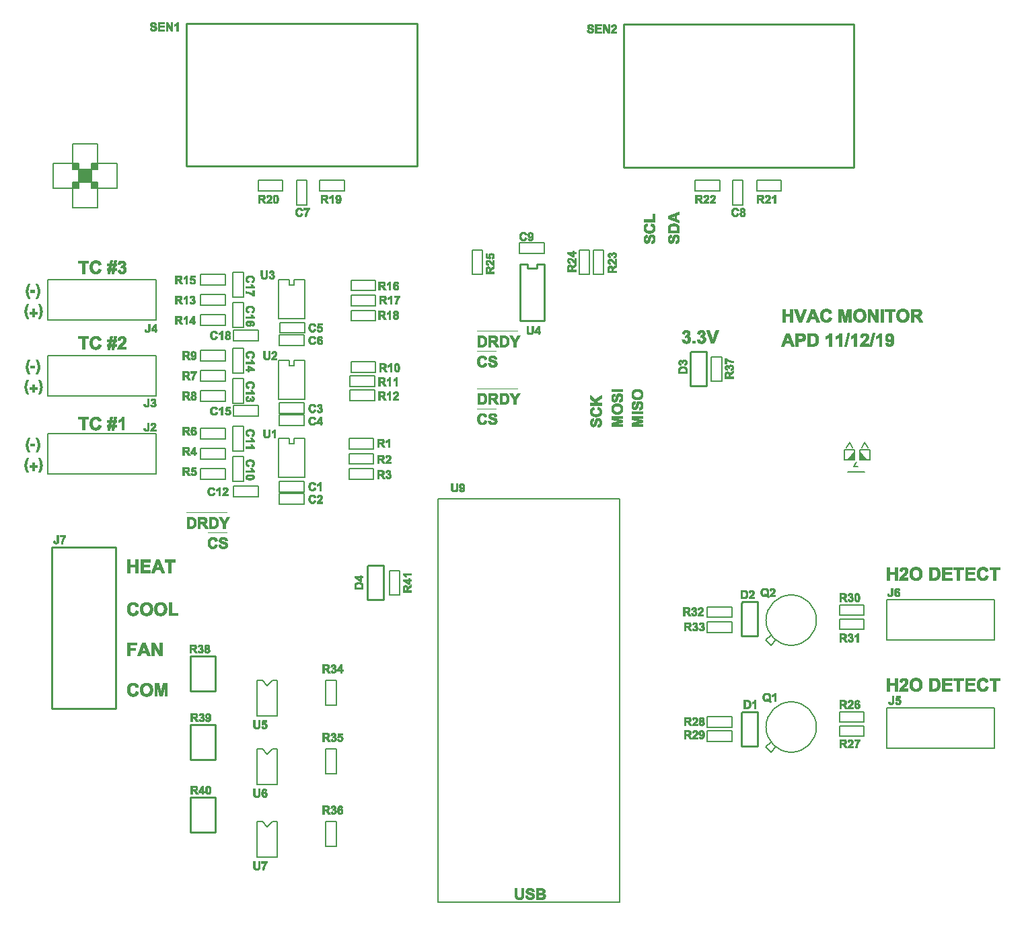
<source format=gbr>
G04 EasyPC Gerber Version 22.0 Build 4696 *
G04 #@! TF.Part,Single*
G04 #@! TF.FileFunction,Legend,Top *
G04 #@! TF.FilePolarity,Positive *
%FSLAX35Y35*%
%MOIN*%
%ADD11C,0.00100*%
%ADD10C,0.00500*%
%ADD12C,0.00984*%
%ADD13C,0.01000*%
X0Y0D02*
D02*
D10*
X16518Y237250D02*
Y217250D01*
X70061*
Y237250*
X16518*
Y276000D02*
Y256000D01*
X70061*
Y276000*
X16518*
Y313500D02*
Y293500D01*
X70061*
Y313500*
X16518*
X19250Y358750D02*
X31750D01*
Y371250*
X19250*
Y358750*
X28750Y349250D02*
X41250D01*
Y361750*
X28750*
Y349250*
Y358750D02*
X31750D01*
Y361750*
X28750*
Y358750*
G36*
X31750*
Y361750*
X28750*
Y358750*
G37*
Y368250D02*
X31750D01*
Y371250*
X28750*
Y368250*
G36*
X31750*
Y371250*
X28750*
Y368250*
G37*
X31750*
Y371250*
X28750*
Y368250*
X41250*
Y380750*
X28750*
Y368250*
X31750Y361750D02*
X38250D01*
Y368250*
X31750*
Y361750*
G36*
X38250*
Y368250*
X31750*
Y361750*
G37*
X38250Y358750D02*
X41250D01*
Y361750*
X38250*
Y358750*
G36*
X41250*
Y361750*
X38250*
Y358750*
G37*
X50750*
Y371250*
X38250*
Y358750*
Y368250D02*
X41250D01*
Y371250*
X38250*
Y368250*
G36*
X41250*
Y371250*
X38250*
Y368250*
G37*
X104400Y219900D02*
Y214600D01*
X92100*
Y219900*
X104400*
Y229900D02*
Y224600D01*
X92100*
Y229900*
X104400*
Y239900D02*
Y234600D01*
X92100*
Y239900*
X104400*
Y258650D02*
Y253350D01*
X92100*
Y258650*
X104400*
Y268650D02*
Y263350D01*
X92100*
Y268650*
X104400*
Y278650D02*
Y273350D01*
X92100*
Y278650*
X104400*
Y296150D02*
Y290850D01*
X92100*
Y296150*
X104400*
Y306150D02*
Y300850D01*
X92100*
Y306150*
X104400*
Y316150D02*
Y310850D01*
X92100*
Y316150*
X104400*
X108100Y240900D02*
X113400D01*
Y228600*
X108100*
Y240900*
Y279650D02*
X113400D01*
Y267350*
X108100*
Y279650*
Y317150D02*
X113400D01*
Y304850*
X108100*
Y317150*
X113400Y213600D02*
X108100D01*
Y225900*
X113400*
Y213600*
Y252350D02*
X108100D01*
Y264650*
X113400*
Y252350*
Y289850D02*
X108100D01*
Y302150*
X113400*
Y289850*
X120250Y27250D02*
Y44750D01*
X122750*
X125250Y42250*
X127750Y44750*
X130250*
Y27250*
X120250*
Y63250D02*
Y80750D01*
X122750*
X125250Y78250*
X127750Y80750*
X130250*
Y63250*
X120250*
Y97250D02*
Y114750D01*
X122750*
X125250Y112250*
X127750Y114750*
X130250*
Y97250*
X120250*
X120600Y357600D02*
Y362900D01*
X132900*
Y357600*
X120600*
X120650Y211150D02*
Y205850D01*
X108350*
Y211150*
X120650*
Y251150D02*
Y245850D01*
X108350*
Y251150*
X120650*
Y288650D02*
Y283350D01*
X108350*
Y288650*
X120650*
X130868Y215616D02*
X143663D01*
Y234809*
X138545*
Y232250*
X135986*
Y234809*
X130868*
Y215616*
Y254366D02*
X143663D01*
Y273559*
X138545*
Y271000*
X135986*
Y273559*
X130868*
Y254366*
Y294366D02*
X143663D01*
Y313559*
X138545*
Y311000*
X135986*
Y313559*
X130868*
Y294366*
X131100Y202350D02*
Y207650D01*
X143400*
Y202350*
X131100*
Y241350D02*
Y246650D01*
X143400*
Y241350*
X131100*
Y280850D02*
Y286150D01*
X143400*
Y280850*
X131100*
X139600Y362900D02*
X144900D01*
Y350600*
X139600*
Y362900*
X143400Y213650D02*
Y208350D01*
X131100*
Y213650*
X143400*
Y252650D02*
Y247350D01*
X131100*
Y252650*
X143400*
X143650Y292400D02*
Y287100D01*
X131350*
Y292400*
X143650*
X154100Y44900D02*
X159400D01*
Y32600*
X154100*
Y44900*
Y80900D02*
X159400D01*
Y68600*
X154100*
Y80900*
Y114900D02*
X159400D01*
Y102600*
X154100*
Y114900*
X163400Y362900D02*
Y357600D01*
X151100*
Y362900*
X163400*
X177900Y219900D02*
Y214600D01*
X165600*
Y219900*
X177900*
Y227400D02*
Y222100D01*
X165600*
Y227400*
X177900*
Y234900D02*
Y229600D01*
X165600*
Y234900*
X177900*
X178400Y258900D02*
Y253600D01*
X166100*
Y258900*
X178400*
Y265900D02*
Y260600D01*
X166100*
Y265900*
X178400*
X178900Y272900D02*
Y267600D01*
X166600*
Y272900*
X178900*
Y298400D02*
Y293100D01*
X166600*
Y298400*
X178900*
Y305900D02*
Y300600D01*
X166600*
Y305900*
X178900*
Y313400D02*
Y308100D01*
X166600*
Y313400*
X178900*
X185600Y169400D02*
X190900D01*
Y157100*
X185600*
Y169400*
X209750Y4750D02*
X299750D01*
Y204750*
X209750*
Y4750*
X226600Y328400D02*
X231900D01*
Y316100*
X226600*
Y328400*
X250100Y326600D02*
Y331900D01*
X262400*
Y326600*
X250100*
X279600Y328400D02*
X284900D01*
Y316100*
X279600*
Y328400*
X286600D02*
X291900D01*
Y316100*
X286600*
Y328400*
X337100Y357600D02*
Y362900D01*
X349400*
Y357600*
X337100*
X345100Y275400D02*
X350400D01*
Y263100*
X345100*
Y275400*
X355400Y89900D02*
Y84600D01*
X343100*
Y89900*
X355400*
Y96900D02*
Y91600D01*
X343100*
Y96900*
X355400*
Y143900D02*
Y138600D01*
X343100*
Y143900*
X355400*
Y151400D02*
Y146100D01*
X343100*
Y151400*
X355400*
X355600Y362900D02*
X360900D01*
Y350600*
X355600*
Y362900*
X374750Y84250D02*
X372250Y81750D01*
X374750Y79250*
X377250Y81750*
X374750Y137250D02*
X372250Y134750D01*
X374750Y132250*
X377250Y134750*
X379900Y362900D02*
Y357600D01*
X367600*
Y362900*
X379900*
X384750Y104250D02*
G75*
G02X397250Y91750J-12500D01*
G01*
G75*
G02X384750Y79250I-12500*
G01*
G75*
G02X372250Y91750J12500*
G01*
G75*
G02X384750Y104250I12500*
G01*
Y157250D02*
G75*
G02X397250Y144750J-12500D01*
G01*
G75*
G02X384750Y132250I-12500*
G01*
G75*
G02X372250Y144750J12500*
G01*
G75*
G02X384750Y157250I12500*
G01*
X408600Y87100D02*
Y92400D01*
X420900*
Y87100*
X408600*
Y94100D02*
Y99400D01*
X420900*
Y94100*
X408600*
Y140100D02*
Y145400D01*
X420900*
Y140100*
X408600*
Y147100D02*
Y152400D01*
X420900*
Y147100*
X408600*
X411104Y224392D02*
X416104D01*
Y229392*
X411104*
Y224392*
X412104Y230392D02*
X413604Y232892D01*
X415104Y230392*
X412604Y218392D02*
X421104D01*
X416104Y224392D02*
X412604D01*
X416104Y227892*
Y224392*
G36*
X412604*
X416104Y227892*
Y224392*
G37*
X417104Y223392D02*
X415604Y220892D01*
X417604*
X418604Y224392D02*
X422104D01*
X418604Y227892*
Y224392*
G36*
X422104*
X418604Y227892*
Y224392*
G37*
X419604Y230392D02*
X421104Y232892D01*
X422604Y230392*
X423604Y224392D02*
X418604D01*
Y229392*
X423604*
Y224392*
X485482Y81250D02*
Y101250D01*
X431939*
Y81250*
X485482*
Y134750D02*
Y154750D01*
X431939*
Y134750*
X485482*
D02*
D11*
X10471Y235242D02*
X11189D01*
X11326Y235026*
X11455Y234810*
X11576Y234590*
X11687Y234366*
X11795Y234142*
X11891Y233918*
X11974Y233689*
X12053Y233461*
X12123Y233229*
X12185Y233000*
X12235Y232772*
X12277Y232548*
X12310Y232328*
X12331Y232104*
X12347Y231888*
X12352Y231668*
X12347Y231403*
X12327Y231141*
X12298Y230880*
X12260Y230626*
X12206Y230373*
X12144Y230124*
X12069Y229880*
X11982Y229639*
X11899Y229431*
X11812Y229228*
X11721Y229033*
X11621Y228838*
X11517Y228647*
X11409Y228464*
X11293Y228281*
X11173Y228103*
X10459*
X10580Y228381*
X10696Y228647*
X10795Y228900*
X10891Y229145*
X10969Y229377*
X11044Y229601*
X11106Y229817*
X11160Y230017*
X11206Y230216*
X11243Y230419*
X11277Y230622*
X11302Y230830*
X11322Y231041*
X11339Y231253*
X11347Y231473*
X11351Y231693*
X11343Y231996*
X11322Y232307*
X11289Y232623*
X11239Y232938*
X11177Y233254*
X11102Y233561*
X11019Y233864*
X10928Y234154*
X10891Y234254*
X10849Y234362*
X10804Y234486*
X10750Y234615*
X10687Y234756*
X10621Y234910*
X10550Y235072*
X10471Y235242*
X9791Y232187D02*
Y231141D01*
X7741*
Y232187*
X9791*
X7429Y235242D02*
X7354Y235080D01*
X7288Y234930*
X7226Y234789*
X7168Y234656*
X7118Y234536*
X7072Y234424*
X7031Y234320*
X6998Y234229*
X6935Y234046*
X6877Y233847*
X6819Y233640*
X6765Y233415*
X6715Y233187*
X6670Y232967*
X6632Y232752*
X6603Y232540*
X6583Y232332*
X6566Y232120*
X6557Y231909*
X6554Y231693*
X6557Y231473*
X6566Y231253*
X6578Y231041*
X6599Y230830*
X6628Y230622*
X6661Y230419*
X6699Y230216*
X6744Y230017*
X6794Y229817*
X6856Y229601*
X6931Y229377*
X7014Y229145*
X7106Y228900*
X7205Y228647*
X7321Y228381*
X7442Y228103*
X6732*
X6595Y228306*
X6466Y228510*
X6346Y228717*
X6234Y228925*
X6126Y229141*
X6031Y229356*
X5939Y229576*
X5860Y229796*
X5786Y230020*
X5723Y230244*
X5669Y230473*
X5628Y230697*
X5591Y230925*
X5570Y231154*
X5553Y231382*
X5549Y231614*
X5553Y231809*
X5566Y232009*
X5582Y232212*
X5611Y232419*
X5644Y232627*
X5686Y232839*
X5736Y233059*
X5794Y233279*
X5869Y233528*
X5956Y233772*
X6051Y234022*
X6159Y234267*
X6280Y234511*
X6412Y234756*
X6554Y235001*
X6707Y235242*
X7429*
X6715Y228129D02*
X7431D01*
X10470D02*
X11190D01*
X6652Y228222D02*
X7390D01*
X10511D02*
X11254D01*
X6589Y228316D02*
X7350D01*
X10551D02*
X11315D01*
X6530Y228410D02*
X7309D01*
X10592D02*
X11375D01*
X6470Y228504D02*
X7268D01*
X10633D02*
X11433D01*
X6416Y228597D02*
X7227D01*
X10674D02*
X11488D01*
X6361Y228691D02*
X7188D01*
X10713D02*
X11541D01*
X6310Y228785D02*
X7151D01*
X10750D02*
X11593D01*
X6259Y228878D02*
X7114D01*
X10787D02*
X11642D01*
X6210Y228972D02*
X7079D01*
X10823D02*
X11690D01*
X6163Y229066D02*
X7044D01*
X10860D02*
X11736D01*
X6118Y229159D02*
X7009D01*
X10896D02*
X11780D01*
X6076Y229253D02*
X6976D01*
X10927D02*
X11823D01*
X6035Y229347D02*
X6942D01*
X10959D02*
X11863D01*
X5996Y229441D02*
X6910D01*
X10991D02*
X11903D01*
X5957Y229534D02*
X6879D01*
X11022D02*
X11941D01*
X5921Y229628D02*
X6848D01*
X11052D02*
X11978D01*
X5887Y229722D02*
X6822D01*
X11079D02*
X12012D01*
X5854Y229815D02*
X6794D01*
X11106D02*
X12046D01*
X5823Y229909D02*
X6771D01*
X11131D02*
X12078D01*
X5792Y230003D02*
X6748D01*
X11157D02*
X12107D01*
X5765Y230096D02*
X6726D01*
X11179D02*
X12135D01*
X5739Y230190D02*
X6705D01*
X11200D02*
X12161D01*
X5714Y230284D02*
X6686D01*
X11219D02*
X12184D01*
X5692Y230378D02*
X6669D01*
X11236D02*
X12207D01*
X5670Y230471D02*
X6653D01*
X11252D02*
X12227D01*
X5652Y230565D02*
X6638D01*
X11267D02*
X12247D01*
X5635Y230659D02*
X6623D01*
X11281D02*
X12265D01*
X5619Y230752D02*
X6610D01*
X11292D02*
X12279D01*
X5604Y230846D02*
X6598D01*
X11303D02*
X12293D01*
X5589Y230940D02*
X6588D01*
X11313D02*
X12304D01*
X5581Y231033D02*
X6579D01*
X11322D02*
X12315D01*
X5572Y231127D02*
X6573D01*
X11329D02*
X12325D01*
X5565Y231221D02*
X6568D01*
X7741D02*
X9791D01*
X11337D02*
X12333D01*
X5558Y231315D02*
X6563D01*
X7741D02*
X9791D01*
X11341D02*
X12340D01*
X5553Y231408D02*
X6560D01*
X7741D02*
X9791D01*
X11345D02*
X12347D01*
X5551Y231502D02*
X6557D01*
X7741D02*
X9791D01*
X11348D02*
X12349D01*
X5550Y231596D02*
X6555D01*
X7741D02*
X9791D01*
X11350D02*
X12350D01*
X5551Y231689D02*
X6554D01*
X7741D02*
X9791D01*
X11351D02*
X12351D01*
X5553Y231783D02*
X6555D01*
X7741D02*
X9791D01*
X11349D02*
X12349D01*
X5557Y231877D02*
X6557D01*
X7741D02*
X9791D01*
X11346D02*
X12348D01*
X5563Y231970D02*
X6560D01*
X7741D02*
X9791D01*
X11344D02*
X12341D01*
X5570Y232064D02*
X6563D01*
X7741D02*
X9791D01*
X11339D02*
X12334D01*
X5578Y232158D02*
X6569D01*
X7741D02*
X9791D01*
X11332D02*
X12326D01*
X5588Y232252D02*
X6576D01*
X11326D02*
X12317D01*
X5601Y232345D02*
X6584D01*
X11319D02*
X12307D01*
X5615Y232439D02*
X6593D01*
X11309D02*
X12293D01*
X5630Y232533D02*
X6602D01*
X11298D02*
X12279D01*
X5644Y232626D02*
X6615D01*
X11289D02*
X12262D01*
X5663Y232720D02*
X6628D01*
X11274D02*
X12245D01*
X5681Y232814D02*
X6643D01*
X11259D02*
X12226D01*
X5702Y232907D02*
X6659D01*
X11244D02*
X12206D01*
X5723Y233001D02*
X6677D01*
X11227D02*
X12185D01*
X5745Y233095D02*
X6696D01*
X11208D02*
X12160D01*
X5770Y233189D02*
X6715D01*
X11190D02*
X12134D01*
X5795Y233282D02*
X6736D01*
X11170D02*
X12107D01*
X5823Y233376D02*
X6756D01*
X11147D02*
X12079D01*
X5851Y233470D02*
X6778D01*
X11124D02*
X12050D01*
X5881Y233563D02*
X6800D01*
X11102D02*
X12017D01*
X5915Y233657D02*
X6824D01*
X11076D02*
X11985D01*
X5948Y233751D02*
X6850D01*
X11050D02*
X11952D01*
X5983Y233844D02*
X6876D01*
X11024D02*
X11918D01*
X6019Y233938D02*
X6904D01*
X10996D02*
X11882D01*
X6056Y234032D02*
X6931D01*
X10967D02*
X11842D01*
X6097Y234126D02*
X6962D01*
X10937D02*
X11802D01*
X6138Y234219D02*
X6994D01*
X10904D02*
X11758D01*
X6182Y234313D02*
X7028D01*
X10868D02*
X11713D01*
X6228Y234407D02*
X7065D01*
X10833D02*
X11667D01*
X6274Y234500D02*
X7104D01*
X10798D02*
X11620D01*
X6324Y234594D02*
X7142D01*
X10758D02*
X11574D01*
X6375Y234688D02*
X7181D01*
X10718D02*
X11522D01*
X6427Y234781D02*
X7222D01*
X10676D02*
X11471D01*
X6481Y234875D02*
X7264D01*
X10636D02*
X11417D01*
X6535Y234969D02*
X7305D01*
X10595D02*
X11361D01*
X6593Y235063D02*
X7347D01*
X10554D02*
X11303D01*
X6653Y235156D02*
X7390D01*
X10511D02*
X11244D01*
X10471Y273992D02*
X11189D01*
X11326Y273776*
X11455Y273560*
X11576Y273340*
X11687Y273116*
X11795Y272892*
X11891Y272668*
X11974Y272439*
X12053Y272211*
X12123Y271979*
X12185Y271750*
X12235Y271522*
X12277Y271298*
X12310Y271078*
X12331Y270854*
X12347Y270638*
X12352Y270418*
X12347Y270153*
X12327Y269891*
X12298Y269630*
X12260Y269376*
X12206Y269123*
X12144Y268874*
X12069Y268630*
X11982Y268389*
X11899Y268181*
X11812Y267978*
X11721Y267783*
X11621Y267588*
X11517Y267397*
X11409Y267214*
X11293Y267031*
X11173Y266853*
X10459*
X10580Y267131*
X10696Y267397*
X10795Y267650*
X10891Y267895*
X10969Y268127*
X11044Y268351*
X11106Y268567*
X11160Y268767*
X11206Y268966*
X11243Y269169*
X11277Y269372*
X11302Y269580*
X11322Y269791*
X11339Y270003*
X11347Y270223*
X11351Y270443*
X11343Y270746*
X11322Y271057*
X11289Y271373*
X11239Y271688*
X11177Y272004*
X11102Y272311*
X11019Y272614*
X10928Y272904*
X10891Y273004*
X10849Y273112*
X10804Y273236*
X10750Y273365*
X10687Y273506*
X10621Y273660*
X10550Y273822*
X10471Y273992*
X9791Y270937D02*
Y269891D01*
X7741*
Y270937*
X9791*
X7429Y273992D02*
X7354Y273830D01*
X7288Y273680*
X7226Y273539*
X7168Y273406*
X7118Y273286*
X7072Y273174*
X7031Y273070*
X6998Y272979*
X6935Y272796*
X6877Y272597*
X6819Y272390*
X6765Y272165*
X6715Y271937*
X6670Y271717*
X6632Y271502*
X6603Y271290*
X6583Y271082*
X6566Y270870*
X6557Y270659*
X6554Y270443*
X6557Y270223*
X6566Y270003*
X6578Y269791*
X6599Y269580*
X6628Y269372*
X6661Y269169*
X6699Y268966*
X6744Y268767*
X6794Y268567*
X6856Y268351*
X6931Y268127*
X7014Y267895*
X7106Y267650*
X7205Y267397*
X7321Y267131*
X7442Y266853*
X6732*
X6595Y267056*
X6466Y267260*
X6346Y267467*
X6234Y267675*
X6126Y267891*
X6031Y268106*
X5939Y268326*
X5860Y268546*
X5786Y268770*
X5723Y268994*
X5669Y269223*
X5628Y269447*
X5591Y269675*
X5570Y269904*
X5553Y270132*
X5549Y270364*
X5553Y270559*
X5566Y270759*
X5582Y270962*
X5611Y271169*
X5644Y271377*
X5686Y271589*
X5736Y271809*
X5794Y272029*
X5869Y272278*
X5956Y272522*
X6051Y272772*
X6159Y273017*
X6280Y273261*
X6412Y273506*
X6554Y273751*
X6707Y273992*
X7429*
X6715Y266879D02*
X7431D01*
X10470D02*
X11190D01*
X6652Y266972D02*
X7390D01*
X10511D02*
X11254D01*
X6589Y267066D02*
X7350D01*
X10551D02*
X11315D01*
X6530Y267160D02*
X7309D01*
X10592D02*
X11375D01*
X6470Y267254D02*
X7268D01*
X10633D02*
X11433D01*
X6416Y267347D02*
X7227D01*
X10674D02*
X11488D01*
X6361Y267441D02*
X7188D01*
X10713D02*
X11541D01*
X6310Y267535D02*
X7151D01*
X10750D02*
X11593D01*
X6259Y267628D02*
X7114D01*
X10787D02*
X11642D01*
X6210Y267722D02*
X7079D01*
X10823D02*
X11690D01*
X6163Y267816D02*
X7044D01*
X10860D02*
X11736D01*
X6118Y267909D02*
X7009D01*
X10896D02*
X11780D01*
X6076Y268003D02*
X6976D01*
X10927D02*
X11823D01*
X6035Y268097D02*
X6942D01*
X10959D02*
X11863D01*
X5996Y268191D02*
X6910D01*
X10991D02*
X11903D01*
X5957Y268284D02*
X6879D01*
X11022D02*
X11941D01*
X5921Y268378D02*
X6848D01*
X11052D02*
X11978D01*
X5887Y268472D02*
X6822D01*
X11079D02*
X12012D01*
X5854Y268565D02*
X6794D01*
X11106D02*
X12046D01*
X5823Y268659D02*
X6771D01*
X11131D02*
X12078D01*
X5792Y268753D02*
X6748D01*
X11157D02*
X12107D01*
X5765Y268846D02*
X6726D01*
X11179D02*
X12135D01*
X5739Y268940D02*
X6705D01*
X11200D02*
X12161D01*
X5714Y269034D02*
X6686D01*
X11219D02*
X12184D01*
X5692Y269128D02*
X6669D01*
X11236D02*
X12207D01*
X5670Y269221D02*
X6653D01*
X11252D02*
X12227D01*
X5652Y269315D02*
X6638D01*
X11267D02*
X12247D01*
X5635Y269409D02*
X6623D01*
X11281D02*
X12265D01*
X5619Y269502D02*
X6610D01*
X11292D02*
X12279D01*
X5604Y269596D02*
X6598D01*
X11303D02*
X12293D01*
X5589Y269690D02*
X6588D01*
X11313D02*
X12304D01*
X5581Y269783D02*
X6579D01*
X11322D02*
X12315D01*
X5572Y269877D02*
X6573D01*
X11329D02*
X12325D01*
X5565Y269971D02*
X6568D01*
X7741D02*
X9791D01*
X11337D02*
X12333D01*
X5558Y270065D02*
X6563D01*
X7741D02*
X9791D01*
X11341D02*
X12340D01*
X5553Y270158D02*
X6560D01*
X7741D02*
X9791D01*
X11345D02*
X12347D01*
X5551Y270252D02*
X6557D01*
X7741D02*
X9791D01*
X11348D02*
X12349D01*
X5550Y270346D02*
X6555D01*
X7741D02*
X9791D01*
X11350D02*
X12350D01*
X5551Y270439D02*
X6554D01*
X7741D02*
X9791D01*
X11351D02*
X12351D01*
X5553Y270533D02*
X6555D01*
X7741D02*
X9791D01*
X11349D02*
X12349D01*
X5557Y270627D02*
X6557D01*
X7741D02*
X9791D01*
X11346D02*
X12348D01*
X5563Y270720D02*
X6560D01*
X7741D02*
X9791D01*
X11344D02*
X12341D01*
X5570Y270814D02*
X6563D01*
X7741D02*
X9791D01*
X11339D02*
X12334D01*
X5578Y270908D02*
X6569D01*
X7741D02*
X9791D01*
X11332D02*
X12326D01*
X5588Y271002D02*
X6576D01*
X11326D02*
X12317D01*
X5601Y271095D02*
X6584D01*
X11319D02*
X12307D01*
X5615Y271189D02*
X6593D01*
X11309D02*
X12293D01*
X5630Y271283D02*
X6602D01*
X11298D02*
X12279D01*
X5644Y271376D02*
X6615D01*
X11289D02*
X12262D01*
X5663Y271470D02*
X6628D01*
X11274D02*
X12245D01*
X5681Y271564D02*
X6643D01*
X11259D02*
X12226D01*
X5702Y271657D02*
X6659D01*
X11244D02*
X12206D01*
X5723Y271751D02*
X6677D01*
X11227D02*
X12185D01*
X5745Y271845D02*
X6696D01*
X11208D02*
X12160D01*
X5770Y271939D02*
X6715D01*
X11190D02*
X12134D01*
X5795Y272032D02*
X6736D01*
X11170D02*
X12107D01*
X5823Y272126D02*
X6756D01*
X11147D02*
X12079D01*
X5851Y272220D02*
X6778D01*
X11124D02*
X12050D01*
X5881Y272313D02*
X6800D01*
X11102D02*
X12017D01*
X5915Y272407D02*
X6824D01*
X11076D02*
X11985D01*
X5948Y272501D02*
X6850D01*
X11050D02*
X11952D01*
X5983Y272594D02*
X6876D01*
X11024D02*
X11918D01*
X6019Y272688D02*
X6904D01*
X10996D02*
X11882D01*
X6056Y272782D02*
X6931D01*
X10967D02*
X11842D01*
X6097Y272876D02*
X6962D01*
X10937D02*
X11802D01*
X6138Y272969D02*
X6994D01*
X10904D02*
X11758D01*
X6182Y273063D02*
X7028D01*
X10868D02*
X11713D01*
X6228Y273157D02*
X7065D01*
X10833D02*
X11667D01*
X6274Y273250D02*
X7104D01*
X10798D02*
X11620D01*
X6324Y273344D02*
X7142D01*
X10758D02*
X11574D01*
X6375Y273438D02*
X7181D01*
X10718D02*
X11522D01*
X6427Y273531D02*
X7222D01*
X10676D02*
X11471D01*
X6481Y273625D02*
X7264D01*
X10636D02*
X11417D01*
X6535Y273719D02*
X7305D01*
X10595D02*
X11361D01*
X6593Y273813D02*
X7347D01*
X10554D02*
X11303D01*
X6653Y273906D02*
X7390D01*
X10511D02*
X11244D01*
X10471Y311492D02*
X11189D01*
X11326Y311276*
X11455Y311060*
X11576Y310840*
X11687Y310616*
X11795Y310392*
X11891Y310168*
X11974Y309939*
X12053Y309711*
X12123Y309479*
X12185Y309250*
X12235Y309022*
X12277Y308798*
X12310Y308578*
X12331Y308354*
X12347Y308138*
X12352Y307918*
X12347Y307653*
X12327Y307391*
X12298Y307130*
X12260Y306876*
X12206Y306623*
X12144Y306374*
X12069Y306130*
X11982Y305889*
X11899Y305681*
X11812Y305478*
X11721Y305283*
X11621Y305088*
X11517Y304897*
X11409Y304714*
X11293Y304531*
X11173Y304353*
X10459*
X10580Y304631*
X10696Y304897*
X10795Y305150*
X10891Y305395*
X10969Y305627*
X11044Y305851*
X11106Y306067*
X11160Y306267*
X11206Y306466*
X11243Y306669*
X11277Y306872*
X11302Y307080*
X11322Y307291*
X11339Y307503*
X11347Y307723*
X11351Y307943*
X11343Y308246*
X11322Y308557*
X11289Y308873*
X11239Y309188*
X11177Y309504*
X11102Y309811*
X11019Y310114*
X10928Y310404*
X10891Y310504*
X10849Y310612*
X10804Y310736*
X10750Y310865*
X10687Y311006*
X10621Y311160*
X10550Y311322*
X10471Y311492*
X9791Y308437D02*
Y307391D01*
X7741*
Y308437*
X9791*
X7429Y311492D02*
X7354Y311330D01*
X7288Y311180*
X7226Y311039*
X7168Y310906*
X7118Y310786*
X7072Y310674*
X7031Y310570*
X6998Y310479*
X6935Y310296*
X6877Y310097*
X6819Y309890*
X6765Y309665*
X6715Y309437*
X6670Y309217*
X6632Y309002*
X6603Y308790*
X6583Y308582*
X6566Y308370*
X6557Y308159*
X6554Y307943*
X6557Y307723*
X6566Y307503*
X6578Y307291*
X6599Y307080*
X6628Y306872*
X6661Y306669*
X6699Y306466*
X6744Y306267*
X6794Y306067*
X6856Y305851*
X6931Y305627*
X7014Y305395*
X7106Y305150*
X7205Y304897*
X7321Y304631*
X7442Y304353*
X6732*
X6595Y304556*
X6466Y304760*
X6346Y304967*
X6234Y305175*
X6126Y305391*
X6031Y305606*
X5939Y305826*
X5860Y306046*
X5786Y306270*
X5723Y306494*
X5669Y306723*
X5628Y306947*
X5591Y307175*
X5570Y307404*
X5553Y307632*
X5549Y307864*
X5553Y308059*
X5566Y308259*
X5582Y308462*
X5611Y308669*
X5644Y308877*
X5686Y309089*
X5736Y309309*
X5794Y309529*
X5869Y309778*
X5956Y310022*
X6051Y310272*
X6159Y310517*
X6280Y310761*
X6412Y311006*
X6554Y311251*
X6707Y311492*
X7429*
X6715Y304379D02*
X7431D01*
X10470D02*
X11190D01*
X6652Y304472D02*
X7390D01*
X10511D02*
X11254D01*
X6589Y304566D02*
X7350D01*
X10551D02*
X11315D01*
X6530Y304660D02*
X7309D01*
X10592D02*
X11375D01*
X6470Y304754D02*
X7268D01*
X10633D02*
X11433D01*
X6416Y304847D02*
X7227D01*
X10674D02*
X11488D01*
X6361Y304941D02*
X7188D01*
X10713D02*
X11541D01*
X6310Y305035D02*
X7151D01*
X10750D02*
X11593D01*
X6259Y305128D02*
X7114D01*
X10787D02*
X11642D01*
X6210Y305222D02*
X7079D01*
X10823D02*
X11690D01*
X6163Y305316D02*
X7044D01*
X10860D02*
X11736D01*
X6118Y305409D02*
X7009D01*
X10896D02*
X11780D01*
X6076Y305503D02*
X6976D01*
X10927D02*
X11823D01*
X6035Y305597D02*
X6942D01*
X10959D02*
X11863D01*
X5996Y305691D02*
X6910D01*
X10991D02*
X11903D01*
X5957Y305784D02*
X6879D01*
X11022D02*
X11941D01*
X5921Y305878D02*
X6848D01*
X11052D02*
X11978D01*
X5887Y305972D02*
X6822D01*
X11079D02*
X12012D01*
X5854Y306065D02*
X6794D01*
X11106D02*
X12046D01*
X5823Y306159D02*
X6771D01*
X11131D02*
X12078D01*
X5792Y306253D02*
X6748D01*
X11157D02*
X12107D01*
X5765Y306346D02*
X6726D01*
X11179D02*
X12135D01*
X5739Y306440D02*
X6705D01*
X11200D02*
X12161D01*
X5714Y306534D02*
X6686D01*
X11219D02*
X12184D01*
X5692Y306628D02*
X6669D01*
X11236D02*
X12207D01*
X5670Y306721D02*
X6653D01*
X11252D02*
X12227D01*
X5652Y306815D02*
X6638D01*
X11267D02*
X12247D01*
X5635Y306909D02*
X6623D01*
X11281D02*
X12265D01*
X5619Y307002D02*
X6610D01*
X11292D02*
X12279D01*
X5604Y307096D02*
X6598D01*
X11303D02*
X12293D01*
X5589Y307190D02*
X6588D01*
X11313D02*
X12304D01*
X5581Y307283D02*
X6579D01*
X11322D02*
X12315D01*
X5572Y307377D02*
X6573D01*
X11329D02*
X12325D01*
X5565Y307471D02*
X6568D01*
X7741D02*
X9791D01*
X11337D02*
X12333D01*
X5558Y307565D02*
X6563D01*
X7741D02*
X9791D01*
X11341D02*
X12340D01*
X5553Y307658D02*
X6560D01*
X7741D02*
X9791D01*
X11345D02*
X12347D01*
X5551Y307752D02*
X6557D01*
X7741D02*
X9791D01*
X11348D02*
X12349D01*
X5550Y307846D02*
X6555D01*
X7741D02*
X9791D01*
X11350D02*
X12350D01*
X5551Y307939D02*
X6554D01*
X7741D02*
X9791D01*
X11351D02*
X12351D01*
X5553Y308033D02*
X6555D01*
X7741D02*
X9791D01*
X11349D02*
X12349D01*
X5557Y308127D02*
X6557D01*
X7741D02*
X9791D01*
X11346D02*
X12348D01*
X5563Y308220D02*
X6560D01*
X7741D02*
X9791D01*
X11344D02*
X12341D01*
X5570Y308314D02*
X6563D01*
X7741D02*
X9791D01*
X11339D02*
X12334D01*
X5578Y308408D02*
X6569D01*
X7741D02*
X9791D01*
X11332D02*
X12326D01*
X5588Y308502D02*
X6576D01*
X11326D02*
X12317D01*
X5601Y308595D02*
X6584D01*
X11319D02*
X12307D01*
X5615Y308689D02*
X6593D01*
X11309D02*
X12293D01*
X5630Y308783D02*
X6602D01*
X11298D02*
X12279D01*
X5644Y308876D02*
X6615D01*
X11289D02*
X12262D01*
X5663Y308970D02*
X6628D01*
X11274D02*
X12245D01*
X5681Y309064D02*
X6643D01*
X11259D02*
X12226D01*
X5702Y309157D02*
X6659D01*
X11244D02*
X12206D01*
X5723Y309251D02*
X6677D01*
X11227D02*
X12185D01*
X5745Y309345D02*
X6696D01*
X11208D02*
X12160D01*
X5770Y309439D02*
X6715D01*
X11190D02*
X12134D01*
X5795Y309532D02*
X6736D01*
X11170D02*
X12107D01*
X5823Y309626D02*
X6756D01*
X11147D02*
X12079D01*
X5851Y309720D02*
X6778D01*
X11124D02*
X12050D01*
X5881Y309813D02*
X6800D01*
X11102D02*
X12017D01*
X5915Y309907D02*
X6824D01*
X11076D02*
X11985D01*
X5948Y310001D02*
X6850D01*
X11050D02*
X11952D01*
X5983Y310094D02*
X6876D01*
X11024D02*
X11918D01*
X6019Y310188D02*
X6904D01*
X10996D02*
X11882D01*
X6056Y310282D02*
X6931D01*
X10967D02*
X11842D01*
X6097Y310376D02*
X6962D01*
X10937D02*
X11802D01*
X6138Y310469D02*
X6994D01*
X10904D02*
X11758D01*
X6182Y310563D02*
X7028D01*
X10868D02*
X11713D01*
X6228Y310657D02*
X7065D01*
X10833D02*
X11667D01*
X6274Y310750D02*
X7104D01*
X10798D02*
X11620D01*
X6324Y310844D02*
X7142D01*
X10758D02*
X11574D01*
X6375Y310938D02*
X7181D01*
X10718D02*
X11522D01*
X6427Y311031D02*
X7222D01*
X10676D02*
X11471D01*
X6481Y311125D02*
X7264D01*
X10636D02*
X11417D01*
X6535Y311219D02*
X7305D01*
X10595D02*
X11361D01*
X6593Y311313D02*
X7347D01*
X10554D02*
X11303D01*
X6653Y311406D02*
X7390D01*
X10511D02*
X11244D01*
X11721Y225242D02*
X12439D01*
X12576Y225026*
X12705Y224810*
X12826Y224590*
X12937Y224366*
X13045Y224142*
X13141Y223918*
X13224Y223689*
X13303Y223461*
X13373Y223229*
X13435Y223000*
X13485Y222772*
X13527Y222548*
X13560Y222328*
X13581Y222104*
X13597Y221888*
X13602Y221668*
X13597Y221403*
X13577Y221141*
X13548Y220880*
X13510Y220626*
X13456Y220373*
X13394Y220124*
X13319Y219880*
X13232Y219639*
X13149Y219431*
X13062Y219228*
X12971Y219033*
X12871Y218838*
X12767Y218647*
X12659Y218464*
X12543Y218281*
X12423Y218103*
X11709*
X11830Y218381*
X11946Y218647*
X12045Y218900*
X12141Y219145*
X12219Y219377*
X12294Y219601*
X12356Y219817*
X12410Y220017*
X12456Y220216*
X12493Y220419*
X12527Y220622*
X12552Y220830*
X12572Y221041*
X12589Y221253*
X12597Y221473*
X12601Y221693*
X12593Y221996*
X12572Y222307*
X12539Y222623*
X12489Y222938*
X12427Y223254*
X12352Y223561*
X12269Y223864*
X12178Y224154*
X12141Y224254*
X12099Y224362*
X12054Y224486*
X12000Y224615*
X11937Y224756*
X11871Y224910*
X11800Y225072*
X11721Y225242*
X9725Y222855D02*
Y221444D01*
X11153*
Y220469*
X9725*
Y219057*
X8775*
Y220469*
X7343*
Y221444*
X8775*
Y222855*
X9725*
X6770Y225242D02*
X6695Y225080D01*
X6629Y224930*
X6567Y224789*
X6509Y224656*
X6459Y224536*
X6413Y224424*
X6372Y224320*
X6338Y224229*
X6276Y224046*
X6218Y223847*
X6160Y223640*
X6106Y223415*
X6056Y223187*
X6011Y222967*
X5973Y222752*
X5944Y222540*
X5923Y222332*
X5907Y222120*
X5898Y221909*
X5894Y221693*
X5898Y221473*
X5907Y221253*
X5919Y221041*
X5940Y220830*
X5969Y220622*
X6002Y220419*
X6039Y220216*
X6085Y220017*
X6135Y219817*
X6197Y219601*
X6272Y219377*
X6355Y219145*
X6446Y218900*
X6546Y218647*
X6662Y218381*
X6782Y218103*
X6073*
X5936Y218306*
X5807Y218510*
X5687Y218717*
X5575Y218925*
X5467Y219141*
X5371Y219356*
X5280Y219576*
X5201Y219796*
X5126Y220020*
X5064Y220244*
X5010Y220473*
X4969Y220697*
X4931Y220925*
X4911Y221154*
X4894Y221382*
X4890Y221614*
X4894Y221809*
X4906Y222009*
X4923Y222212*
X4952Y222419*
X4985Y222627*
X5027Y222839*
X5077Y223059*
X5135Y223279*
X5209Y223528*
X5296Y223772*
X5392Y224022*
X5500Y224267*
X5620Y224511*
X5753Y224756*
X5894Y225001*
X6048Y225242*
X6770*
X6056Y218129D02*
X6771D01*
X11720D02*
X12440D01*
X5993Y218222D02*
X6731D01*
X11761D02*
X12504D01*
X5930Y218316D02*
X6690D01*
X11801D02*
X12565D01*
X5870Y218410D02*
X6650D01*
X11842D02*
X12625D01*
X5811Y218504D02*
X6609D01*
X11883D02*
X12683D01*
X5756Y218597D02*
X6568D01*
X11924D02*
X12738D01*
X5702Y218691D02*
X6529D01*
X11963D02*
X12791D01*
X5650Y218785D02*
X6492D01*
X12000D02*
X12843D01*
X5600Y218878D02*
X6455D01*
X12037D02*
X12892D01*
X5551Y218972D02*
X6420D01*
X12073D02*
X12940D01*
X5504Y219066D02*
X6385D01*
X8775D02*
X9725D01*
X12110D02*
X12986D01*
X5459Y219159D02*
X6350D01*
X8775D02*
X9725D01*
X12146D02*
X13030D01*
X5417Y219253D02*
X6317D01*
X8775D02*
X9725D01*
X12177D02*
X13073D01*
X5376Y219347D02*
X6283D01*
X8775D02*
X9725D01*
X12209D02*
X13113D01*
X5336Y219441D02*
X6251D01*
X8775D02*
X9725D01*
X12241D02*
X13153D01*
X5297Y219534D02*
X6220D01*
X8775D02*
X9725D01*
X12272D02*
X13191D01*
X5261Y219628D02*
X6189D01*
X8775D02*
X9725D01*
X12302D02*
X13228D01*
X5228Y219722D02*
X6163D01*
X8775D02*
X9725D01*
X12329D02*
X13262D01*
X5195Y219815D02*
X6135D01*
X8775D02*
X9725D01*
X12356D02*
X13296D01*
X5163Y219909D02*
X6112D01*
X8775D02*
X9725D01*
X12381D02*
X13328D01*
X5132Y220003D02*
X6089D01*
X8775D02*
X9725D01*
X12407D02*
X13357D01*
X5105Y220096D02*
X6067D01*
X8775D02*
X9725D01*
X12429D02*
X13385D01*
X5079Y220190D02*
X6045D01*
X8775D02*
X9725D01*
X12450D02*
X13411D01*
X5055Y220284D02*
X6027D01*
X8775D02*
X9725D01*
X12469D02*
X13434D01*
X5033Y220378D02*
X6010D01*
X8775D02*
X9725D01*
X12486D02*
X13457D01*
X5011Y220471D02*
X5994D01*
X7343D02*
X11153D01*
X12502D02*
X13477D01*
X4993Y220565D02*
X5978D01*
X7343D02*
X11153D01*
X12517D02*
X13497D01*
X4976Y220659D02*
X5964D01*
X7343D02*
X11153D01*
X12531D02*
X13515D01*
X4960Y220752D02*
X5951D01*
X7343D02*
X11153D01*
X12542D02*
X13529D01*
X4944Y220846D02*
X5938D01*
X7343D02*
X11153D01*
X12553D02*
X13543D01*
X4930Y220940D02*
X5929D01*
X7343D02*
X11153D01*
X12563D02*
X13554D01*
X4922Y221033D02*
X5920D01*
X7343D02*
X11153D01*
X12572D02*
X13565D01*
X4913Y221127D02*
X5914D01*
X7343D02*
X11153D01*
X12579D02*
X13575D01*
X4906Y221221D02*
X5909D01*
X7343D02*
X11153D01*
X12587D02*
X13583D01*
X4899Y221315D02*
X5904D01*
X7343D02*
X11153D01*
X12591D02*
X13590D01*
X4894Y221408D02*
X5901D01*
X7343D02*
X11153D01*
X12595D02*
X13597D01*
X4892Y221502D02*
X5898D01*
X8775D02*
X9725D01*
X12598D02*
X13599D01*
X4890Y221596D02*
X5896D01*
X8775D02*
X9725D01*
X12600D02*
X13600D01*
X4891Y221689D02*
X5894D01*
X8775D02*
X9725D01*
X12601D02*
X13601D01*
X4894Y221783D02*
X5896D01*
X8775D02*
X9725D01*
X12599D02*
X13599D01*
X4898Y221877D02*
X5898D01*
X8775D02*
X9725D01*
X12596D02*
X13598D01*
X4904Y221970D02*
X5901D01*
X8775D02*
X9725D01*
X12594D02*
X13591D01*
X4911Y222064D02*
X5904D01*
X8775D02*
X9725D01*
X12589D02*
X13584D01*
X4919Y222158D02*
X5909D01*
X8775D02*
X9725D01*
X12582D02*
X13576D01*
X4929Y222252D02*
X5917D01*
X8775D02*
X9725D01*
X12576D02*
X13567D01*
X4942Y222345D02*
X5924D01*
X8775D02*
X9725D01*
X12569D02*
X13557D01*
X4955Y222439D02*
X5934D01*
X8775D02*
X9725D01*
X12559D02*
X13543D01*
X4970Y222533D02*
X5943D01*
X8775D02*
X9725D01*
X12548D02*
X13529D01*
X4985Y222626D02*
X5956D01*
X8775D02*
X9725D01*
X12539D02*
X13512D01*
X5004Y222720D02*
X5969D01*
X8775D02*
X9725D01*
X12524D02*
X13495D01*
X5022Y222814D02*
X5984D01*
X8775D02*
X9725D01*
X12509D02*
X13476D01*
X5043Y222907D02*
X6000D01*
X12494D02*
X13456D01*
X5064Y223001D02*
X6018D01*
X12477D02*
X13435D01*
X5086Y223095D02*
X6037D01*
X12458D02*
X13410D01*
X5111Y223189D02*
X6056D01*
X12440D02*
X13384D01*
X5136Y223282D02*
X6077D01*
X12420D02*
X13357D01*
X5164Y223376D02*
X6097D01*
X12397D02*
X13329D01*
X5192Y223470D02*
X6119D01*
X12374D02*
X13300D01*
X5222Y223563D02*
X6141D01*
X12352D02*
X13267D01*
X5256Y223657D02*
X6165D01*
X12326D02*
X13235D01*
X5289Y223751D02*
X6191D01*
X12300D02*
X13202D01*
X5324Y223844D02*
X6217D01*
X12274D02*
X13168D01*
X5360Y223938D02*
X6244D01*
X12246D02*
X13132D01*
X5396Y224032D02*
X6272D01*
X12217D02*
X13092D01*
X5438Y224126D02*
X6303D01*
X12187D02*
X13052D01*
X5479Y224219D02*
X6335D01*
X12154D02*
X13008D01*
X5523Y224313D02*
X6369D01*
X12118D02*
X12963D01*
X5569Y224407D02*
X6406D01*
X12083D02*
X12917D01*
X5615Y224500D02*
X6444D01*
X12048D02*
X12870D01*
X5665Y224594D02*
X6483D01*
X12008D02*
X12824D01*
X5716Y224688D02*
X6522D01*
X11968D02*
X12772D01*
X5768Y224781D02*
X6563D01*
X11926D02*
X12721D01*
X5822Y224875D02*
X6604D01*
X11886D02*
X12667D01*
X5876Y224969D02*
X6646D01*
X11845D02*
X12611D01*
X5933Y225063D02*
X6687D01*
X11804D02*
X12553D01*
X5993Y225156D02*
X6731D01*
X11761D02*
X12494D01*
X11721Y263992D02*
X12439D01*
X12576Y263776*
X12705Y263560*
X12826Y263340*
X12937Y263116*
X13045Y262892*
X13141Y262668*
X13224Y262439*
X13303Y262211*
X13373Y261979*
X13435Y261750*
X13485Y261522*
X13527Y261298*
X13560Y261078*
X13581Y260854*
X13597Y260638*
X13602Y260418*
X13597Y260153*
X13577Y259891*
X13548Y259630*
X13510Y259376*
X13456Y259123*
X13394Y258874*
X13319Y258630*
X13232Y258389*
X13149Y258181*
X13062Y257978*
X12971Y257783*
X12871Y257588*
X12767Y257397*
X12659Y257214*
X12543Y257031*
X12423Y256853*
X11709*
X11830Y257131*
X11946Y257397*
X12045Y257650*
X12141Y257895*
X12219Y258127*
X12294Y258351*
X12356Y258567*
X12410Y258767*
X12456Y258966*
X12493Y259169*
X12527Y259372*
X12552Y259580*
X12572Y259791*
X12589Y260003*
X12597Y260223*
X12601Y260443*
X12593Y260746*
X12572Y261057*
X12539Y261373*
X12489Y261688*
X12427Y262004*
X12352Y262311*
X12269Y262614*
X12178Y262904*
X12141Y263004*
X12099Y263112*
X12054Y263236*
X12000Y263365*
X11937Y263506*
X11871Y263660*
X11800Y263822*
X11721Y263992*
X9725Y261605D02*
Y260194D01*
X11153*
Y259219*
X9725*
Y257807*
X8775*
Y259219*
X7343*
Y260194*
X8775*
Y261605*
X9725*
X6770Y263992D02*
X6695Y263830D01*
X6629Y263680*
X6567Y263539*
X6509Y263406*
X6459Y263286*
X6413Y263174*
X6372Y263070*
X6338Y262979*
X6276Y262796*
X6218Y262597*
X6160Y262390*
X6106Y262165*
X6056Y261937*
X6011Y261717*
X5973Y261502*
X5944Y261290*
X5923Y261082*
X5907Y260870*
X5898Y260659*
X5894Y260443*
X5898Y260223*
X5907Y260003*
X5919Y259791*
X5940Y259580*
X5969Y259372*
X6002Y259169*
X6039Y258966*
X6085Y258767*
X6135Y258567*
X6197Y258351*
X6272Y258127*
X6355Y257895*
X6446Y257650*
X6546Y257397*
X6662Y257131*
X6782Y256853*
X6073*
X5936Y257056*
X5807Y257260*
X5687Y257467*
X5575Y257675*
X5467Y257891*
X5371Y258106*
X5280Y258326*
X5201Y258546*
X5126Y258770*
X5064Y258994*
X5010Y259223*
X4969Y259447*
X4931Y259675*
X4911Y259904*
X4894Y260132*
X4890Y260364*
X4894Y260559*
X4906Y260759*
X4923Y260962*
X4952Y261169*
X4985Y261377*
X5027Y261589*
X5077Y261809*
X5135Y262029*
X5209Y262278*
X5296Y262522*
X5392Y262772*
X5500Y263017*
X5620Y263261*
X5753Y263506*
X5894Y263751*
X6048Y263992*
X6770*
X6056Y256879D02*
X6771D01*
X11720D02*
X12440D01*
X5993Y256972D02*
X6731D01*
X11761D02*
X12504D01*
X5930Y257066D02*
X6690D01*
X11801D02*
X12565D01*
X5870Y257160D02*
X6650D01*
X11842D02*
X12625D01*
X5811Y257254D02*
X6609D01*
X11883D02*
X12683D01*
X5756Y257347D02*
X6568D01*
X11924D02*
X12738D01*
X5702Y257441D02*
X6529D01*
X11963D02*
X12791D01*
X5650Y257535D02*
X6492D01*
X12000D02*
X12843D01*
X5600Y257628D02*
X6455D01*
X12037D02*
X12892D01*
X5551Y257722D02*
X6420D01*
X12073D02*
X12940D01*
X5504Y257816D02*
X6385D01*
X8775D02*
X9725D01*
X12110D02*
X12986D01*
X5459Y257909D02*
X6350D01*
X8775D02*
X9725D01*
X12146D02*
X13030D01*
X5417Y258003D02*
X6317D01*
X8775D02*
X9725D01*
X12177D02*
X13073D01*
X5376Y258097D02*
X6283D01*
X8775D02*
X9725D01*
X12209D02*
X13113D01*
X5336Y258191D02*
X6251D01*
X8775D02*
X9725D01*
X12241D02*
X13153D01*
X5297Y258284D02*
X6220D01*
X8775D02*
X9725D01*
X12272D02*
X13191D01*
X5261Y258378D02*
X6189D01*
X8775D02*
X9725D01*
X12302D02*
X13228D01*
X5228Y258472D02*
X6163D01*
X8775D02*
X9725D01*
X12329D02*
X13262D01*
X5195Y258565D02*
X6135D01*
X8775D02*
X9725D01*
X12356D02*
X13296D01*
X5163Y258659D02*
X6112D01*
X8775D02*
X9725D01*
X12381D02*
X13328D01*
X5132Y258753D02*
X6089D01*
X8775D02*
X9725D01*
X12407D02*
X13357D01*
X5105Y258846D02*
X6067D01*
X8775D02*
X9725D01*
X12429D02*
X13385D01*
X5079Y258940D02*
X6045D01*
X8775D02*
X9725D01*
X12450D02*
X13411D01*
X5055Y259034D02*
X6027D01*
X8775D02*
X9725D01*
X12469D02*
X13434D01*
X5033Y259128D02*
X6010D01*
X8775D02*
X9725D01*
X12486D02*
X13457D01*
X5011Y259221D02*
X5994D01*
X7343D02*
X11153D01*
X12502D02*
X13477D01*
X4993Y259315D02*
X5978D01*
X7343D02*
X11153D01*
X12517D02*
X13497D01*
X4976Y259409D02*
X5964D01*
X7343D02*
X11153D01*
X12531D02*
X13515D01*
X4960Y259502D02*
X5951D01*
X7343D02*
X11153D01*
X12542D02*
X13529D01*
X4944Y259596D02*
X5938D01*
X7343D02*
X11153D01*
X12553D02*
X13543D01*
X4930Y259690D02*
X5929D01*
X7343D02*
X11153D01*
X12563D02*
X13554D01*
X4922Y259783D02*
X5920D01*
X7343D02*
X11153D01*
X12572D02*
X13565D01*
X4913Y259877D02*
X5914D01*
X7343D02*
X11153D01*
X12579D02*
X13575D01*
X4906Y259971D02*
X5909D01*
X7343D02*
X11153D01*
X12587D02*
X13583D01*
X4899Y260065D02*
X5904D01*
X7343D02*
X11153D01*
X12591D02*
X13590D01*
X4894Y260158D02*
X5901D01*
X7343D02*
X11153D01*
X12595D02*
X13597D01*
X4892Y260252D02*
X5898D01*
X8775D02*
X9725D01*
X12598D02*
X13599D01*
X4890Y260346D02*
X5896D01*
X8775D02*
X9725D01*
X12600D02*
X13600D01*
X4891Y260439D02*
X5894D01*
X8775D02*
X9725D01*
X12601D02*
X13601D01*
X4894Y260533D02*
X5896D01*
X8775D02*
X9725D01*
X12599D02*
X13599D01*
X4898Y260627D02*
X5898D01*
X8775D02*
X9725D01*
X12596D02*
X13598D01*
X4904Y260720D02*
X5901D01*
X8775D02*
X9725D01*
X12594D02*
X13591D01*
X4911Y260814D02*
X5904D01*
X8775D02*
X9725D01*
X12589D02*
X13584D01*
X4919Y260908D02*
X5909D01*
X8775D02*
X9725D01*
X12582D02*
X13576D01*
X4929Y261002D02*
X5917D01*
X8775D02*
X9725D01*
X12576D02*
X13567D01*
X4942Y261095D02*
X5924D01*
X8775D02*
X9725D01*
X12569D02*
X13557D01*
X4955Y261189D02*
X5934D01*
X8775D02*
X9725D01*
X12559D02*
X13543D01*
X4970Y261283D02*
X5943D01*
X8775D02*
X9725D01*
X12548D02*
X13529D01*
X4985Y261376D02*
X5956D01*
X8775D02*
X9725D01*
X12539D02*
X13512D01*
X5004Y261470D02*
X5969D01*
X8775D02*
X9725D01*
X12524D02*
X13495D01*
X5022Y261564D02*
X5984D01*
X8775D02*
X9725D01*
X12509D02*
X13476D01*
X5043Y261657D02*
X6000D01*
X12494D02*
X13456D01*
X5064Y261751D02*
X6018D01*
X12477D02*
X13435D01*
X5086Y261845D02*
X6037D01*
X12458D02*
X13410D01*
X5111Y261939D02*
X6056D01*
X12440D02*
X13384D01*
X5136Y262032D02*
X6077D01*
X12420D02*
X13357D01*
X5164Y262126D02*
X6097D01*
X12397D02*
X13329D01*
X5192Y262220D02*
X6119D01*
X12374D02*
X13300D01*
X5222Y262313D02*
X6141D01*
X12352D02*
X13267D01*
X5256Y262407D02*
X6165D01*
X12326D02*
X13235D01*
X5289Y262501D02*
X6191D01*
X12300D02*
X13202D01*
X5324Y262594D02*
X6217D01*
X12274D02*
X13168D01*
X5360Y262688D02*
X6244D01*
X12246D02*
X13132D01*
X5396Y262782D02*
X6272D01*
X12217D02*
X13092D01*
X5438Y262876D02*
X6303D01*
X12187D02*
X13052D01*
X5479Y262969D02*
X6335D01*
X12154D02*
X13008D01*
X5523Y263063D02*
X6369D01*
X12118D02*
X12963D01*
X5569Y263157D02*
X6406D01*
X12083D02*
X12917D01*
X5615Y263250D02*
X6444D01*
X12048D02*
X12870D01*
X5665Y263344D02*
X6483D01*
X12008D02*
X12824D01*
X5716Y263438D02*
X6522D01*
X11968D02*
X12772D01*
X5768Y263531D02*
X6563D01*
X11926D02*
X12721D01*
X5822Y263625D02*
X6604D01*
X11886D02*
X12667D01*
X5876Y263719D02*
X6646D01*
X11845D02*
X12611D01*
X5933Y263813D02*
X6687D01*
X11804D02*
X12553D01*
X5993Y263906D02*
X6731D01*
X11761D02*
X12494D01*
X11721Y301492D02*
X12439D01*
X12576Y301276*
X12705Y301060*
X12826Y300840*
X12937Y300616*
X13045Y300392*
X13141Y300168*
X13224Y299939*
X13303Y299711*
X13373Y299479*
X13435Y299250*
X13485Y299022*
X13527Y298798*
X13560Y298578*
X13581Y298354*
X13597Y298138*
X13602Y297918*
X13597Y297653*
X13577Y297391*
X13548Y297130*
X13510Y296876*
X13456Y296623*
X13394Y296374*
X13319Y296130*
X13232Y295889*
X13149Y295681*
X13062Y295478*
X12971Y295283*
X12871Y295088*
X12767Y294897*
X12659Y294714*
X12543Y294531*
X12423Y294353*
X11709*
X11830Y294631*
X11946Y294897*
X12045Y295150*
X12141Y295395*
X12219Y295627*
X12294Y295851*
X12356Y296067*
X12410Y296267*
X12456Y296466*
X12493Y296669*
X12527Y296872*
X12552Y297080*
X12572Y297291*
X12589Y297503*
X12597Y297723*
X12601Y297943*
X12593Y298246*
X12572Y298557*
X12539Y298873*
X12489Y299188*
X12427Y299504*
X12352Y299811*
X12269Y300114*
X12178Y300404*
X12141Y300504*
X12099Y300612*
X12054Y300736*
X12000Y300865*
X11937Y301006*
X11871Y301160*
X11800Y301322*
X11721Y301492*
X9725Y299105D02*
Y297694D01*
X11153*
Y296719*
X9725*
Y295307*
X8775*
Y296719*
X7343*
Y297694*
X8775*
Y299105*
X9725*
X6770Y301492D02*
X6695Y301330D01*
X6629Y301180*
X6567Y301039*
X6509Y300906*
X6459Y300786*
X6413Y300674*
X6372Y300570*
X6338Y300479*
X6276Y300296*
X6218Y300097*
X6160Y299890*
X6106Y299665*
X6056Y299437*
X6011Y299217*
X5973Y299002*
X5944Y298790*
X5923Y298582*
X5907Y298370*
X5898Y298159*
X5894Y297943*
X5898Y297723*
X5907Y297503*
X5919Y297291*
X5940Y297080*
X5969Y296872*
X6002Y296669*
X6039Y296466*
X6085Y296267*
X6135Y296067*
X6197Y295851*
X6272Y295627*
X6355Y295395*
X6446Y295150*
X6546Y294897*
X6662Y294631*
X6782Y294353*
X6073*
X5936Y294556*
X5807Y294760*
X5687Y294967*
X5575Y295175*
X5467Y295391*
X5371Y295606*
X5280Y295826*
X5201Y296046*
X5126Y296270*
X5064Y296494*
X5010Y296723*
X4969Y296947*
X4931Y297175*
X4911Y297404*
X4894Y297632*
X4890Y297864*
X4894Y298059*
X4906Y298259*
X4923Y298462*
X4952Y298669*
X4985Y298877*
X5027Y299089*
X5077Y299309*
X5135Y299529*
X5209Y299778*
X5296Y300022*
X5392Y300272*
X5500Y300517*
X5620Y300761*
X5753Y301006*
X5894Y301251*
X6048Y301492*
X6770*
X6056Y294379D02*
X6771D01*
X11720D02*
X12440D01*
X5993Y294472D02*
X6731D01*
X11761D02*
X12504D01*
X5930Y294566D02*
X6690D01*
X11801D02*
X12565D01*
X5870Y294660D02*
X6650D01*
X11842D02*
X12625D01*
X5811Y294754D02*
X6609D01*
X11883D02*
X12683D01*
X5756Y294847D02*
X6568D01*
X11924D02*
X12738D01*
X5702Y294941D02*
X6529D01*
X11963D02*
X12791D01*
X5650Y295035D02*
X6492D01*
X12000D02*
X12843D01*
X5600Y295128D02*
X6455D01*
X12037D02*
X12892D01*
X5551Y295222D02*
X6420D01*
X12073D02*
X12940D01*
X5504Y295316D02*
X6385D01*
X8775D02*
X9725D01*
X12110D02*
X12986D01*
X5459Y295409D02*
X6350D01*
X8775D02*
X9725D01*
X12146D02*
X13030D01*
X5417Y295503D02*
X6317D01*
X8775D02*
X9725D01*
X12177D02*
X13073D01*
X5376Y295597D02*
X6283D01*
X8775D02*
X9725D01*
X12209D02*
X13113D01*
X5336Y295691D02*
X6251D01*
X8775D02*
X9725D01*
X12241D02*
X13153D01*
X5297Y295784D02*
X6220D01*
X8775D02*
X9725D01*
X12272D02*
X13191D01*
X5261Y295878D02*
X6189D01*
X8775D02*
X9725D01*
X12302D02*
X13228D01*
X5228Y295972D02*
X6163D01*
X8775D02*
X9725D01*
X12329D02*
X13262D01*
X5195Y296065D02*
X6135D01*
X8775D02*
X9725D01*
X12356D02*
X13296D01*
X5163Y296159D02*
X6112D01*
X8775D02*
X9725D01*
X12381D02*
X13328D01*
X5132Y296253D02*
X6089D01*
X8775D02*
X9725D01*
X12407D02*
X13357D01*
X5105Y296346D02*
X6067D01*
X8775D02*
X9725D01*
X12429D02*
X13385D01*
X5079Y296440D02*
X6045D01*
X8775D02*
X9725D01*
X12450D02*
X13411D01*
X5055Y296534D02*
X6027D01*
X8775D02*
X9725D01*
X12469D02*
X13434D01*
X5033Y296628D02*
X6010D01*
X8775D02*
X9725D01*
X12486D02*
X13457D01*
X5011Y296721D02*
X5994D01*
X7343D02*
X11153D01*
X12502D02*
X13477D01*
X4993Y296815D02*
X5978D01*
X7343D02*
X11153D01*
X12517D02*
X13497D01*
X4976Y296909D02*
X5964D01*
X7343D02*
X11153D01*
X12531D02*
X13515D01*
X4960Y297002D02*
X5951D01*
X7343D02*
X11153D01*
X12542D02*
X13529D01*
X4944Y297096D02*
X5938D01*
X7343D02*
X11153D01*
X12553D02*
X13543D01*
X4930Y297190D02*
X5929D01*
X7343D02*
X11153D01*
X12563D02*
X13554D01*
X4922Y297283D02*
X5920D01*
X7343D02*
X11153D01*
X12572D02*
X13565D01*
X4913Y297377D02*
X5914D01*
X7343D02*
X11153D01*
X12579D02*
X13575D01*
X4906Y297471D02*
X5909D01*
X7343D02*
X11153D01*
X12587D02*
X13583D01*
X4899Y297565D02*
X5904D01*
X7343D02*
X11153D01*
X12591D02*
X13590D01*
X4894Y297658D02*
X5901D01*
X7343D02*
X11153D01*
X12595D02*
X13597D01*
X4892Y297752D02*
X5898D01*
X8775D02*
X9725D01*
X12598D02*
X13599D01*
X4890Y297846D02*
X5896D01*
X8775D02*
X9725D01*
X12600D02*
X13600D01*
X4891Y297939D02*
X5894D01*
X8775D02*
X9725D01*
X12601D02*
X13601D01*
X4894Y298033D02*
X5896D01*
X8775D02*
X9725D01*
X12599D02*
X13599D01*
X4898Y298127D02*
X5898D01*
X8775D02*
X9725D01*
X12596D02*
X13598D01*
X4904Y298220D02*
X5901D01*
X8775D02*
X9725D01*
X12594D02*
X13591D01*
X4911Y298314D02*
X5904D01*
X8775D02*
X9725D01*
X12589D02*
X13584D01*
X4919Y298408D02*
X5909D01*
X8775D02*
X9725D01*
X12582D02*
X13576D01*
X4929Y298502D02*
X5917D01*
X8775D02*
X9725D01*
X12576D02*
X13567D01*
X4942Y298595D02*
X5924D01*
X8775D02*
X9725D01*
X12569D02*
X13557D01*
X4955Y298689D02*
X5934D01*
X8775D02*
X9725D01*
X12559D02*
X13543D01*
X4970Y298783D02*
X5943D01*
X8775D02*
X9725D01*
X12548D02*
X13529D01*
X4985Y298876D02*
X5956D01*
X8775D02*
X9725D01*
X12539D02*
X13512D01*
X5004Y298970D02*
X5969D01*
X8775D02*
X9725D01*
X12524D02*
X13495D01*
X5022Y299064D02*
X5984D01*
X8775D02*
X9725D01*
X12509D02*
X13476D01*
X5043Y299157D02*
X6000D01*
X12494D02*
X13456D01*
X5064Y299251D02*
X6018D01*
X12477D02*
X13435D01*
X5086Y299345D02*
X6037D01*
X12458D02*
X13410D01*
X5111Y299439D02*
X6056D01*
X12440D02*
X13384D01*
X5136Y299532D02*
X6077D01*
X12420D02*
X13357D01*
X5164Y299626D02*
X6097D01*
X12397D02*
X13329D01*
X5192Y299720D02*
X6119D01*
X12374D02*
X13300D01*
X5222Y299813D02*
X6141D01*
X12352D02*
X13267D01*
X5256Y299907D02*
X6165D01*
X12326D02*
X13235D01*
X5289Y300001D02*
X6191D01*
X12300D02*
X13202D01*
X5324Y300094D02*
X6217D01*
X12274D02*
X13168D01*
X5360Y300188D02*
X6244D01*
X12246D02*
X13132D01*
X5396Y300282D02*
X6272D01*
X12217D02*
X13092D01*
X5438Y300376D02*
X6303D01*
X12187D02*
X13052D01*
X5479Y300469D02*
X6335D01*
X12154D02*
X13008D01*
X5523Y300563D02*
X6369D01*
X12118D02*
X12963D01*
X5569Y300657D02*
X6406D01*
X12083D02*
X12917D01*
X5615Y300750D02*
X6444D01*
X12048D02*
X12870D01*
X5665Y300844D02*
X6483D01*
X12008D02*
X12824D01*
X5716Y300938D02*
X6522D01*
X11968D02*
X12772D01*
X5768Y301031D02*
X6563D01*
X11926D02*
X12721D01*
X5822Y301125D02*
X6604D01*
X11886D02*
X12667D01*
X5876Y301219D02*
X6646D01*
X11845D02*
X12611D01*
X5933Y301313D02*
X6687D01*
X11804D02*
X12553D01*
X5993Y301406D02*
X6731D01*
X11761D02*
X12494D01*
X20920Y186896D02*
X21761D01*
Y184261*
Y184134*
X21755Y184017*
X21748Y183906*
X21739Y183804*
X21726Y183706*
X21711Y183620*
X21691Y183537*
X21669Y183465*
X21637Y183376*
X21596Y183293*
X21552Y183214*
X21498Y183138*
X21441Y183068*
X21374Y183001*
X21304Y182938*
X21228Y182881*
X21146Y182830*
X21054Y182785*
X20958Y182747*
X20857Y182716*
X20746Y182693*
X20631Y182674*
X20511Y182665*
X20381Y182662*
X20231Y182668*
X20092Y182684*
X19959Y182709*
X19838Y182747*
X19724Y182795*
X19616Y182855*
X19520Y182925*
X19435Y183004*
X19356Y183096*
X19289Y183198*
X19231Y183309*
X19184Y183430*
X19146Y183563*
X19120Y183703*
X19105Y183855*
X19098Y184017*
X19892Y184109*
X19898Y184023*
X19905Y183944*
X19914Y183871*
X19927Y183804*
X19939Y183744*
X19956Y183690*
X19974Y183643*
X19996Y183604*
X20031Y183550*
X20073Y183506*
X20117Y183468*
X20168Y183436*
X20222Y183411*
X20279Y183392*
X20343Y183382*
X20409Y183379*
X20476Y183382*
X20539Y183389*
X20596Y183401*
X20647Y183420*
X20695Y183443*
X20736Y183468*
X20774Y183503*
X20806Y183537*
X20831Y183585*
X20857Y183643*
X20876Y183709*
X20892Y183785*
X20904Y183874*
X20914Y183976*
X20917Y184083*
X20920Y184204*
Y186896*
X22481Y186099D02*
Y186842D01*
X25211*
Y186261*
X25126Y186172*
X25043Y186077*
X24957Y185972*
X24872Y185854*
X24786Y185731*
X24697Y185597*
X24611Y185458*
X24526Y185306*
X24440Y185150*
X24361Y184988*
X24284Y184830*
X24218Y184664*
X24151Y184496*
X24094Y184328*
X24040Y184156*
X23993Y183982*
X23948Y183811*
X23913Y183643*
X23881Y183477*
X23856Y183319*
X23837Y183166*
X23821Y183017*
X23815Y182871*
X23811Y182731*
X23040*
X23050Y182947*
X23069Y183166*
X23100Y183385*
X23139Y183604*
X23189Y183823*
X23250Y184045*
X23317Y184268*
X23396Y184493*
X23485Y184715*
X23580Y184931*
X23681Y185141*
X23789Y185344*
X23907Y185540*
X24031Y185734*
X24161Y185918*
X24297Y186099*
X22481*
X19930Y182718D02*
X20864D01*
X19693Y182812D02*
X21108D01*
X23044D02*
X23813D01*
X19547Y182906D02*
X21261D01*
X23048D02*
X23816D01*
X19440Y182999D02*
X21372D01*
X23054D02*
X23820D01*
X19359Y183093D02*
X21461D01*
X23063D02*
X23829D01*
X19296Y183187D02*
X21532D01*
X23072D02*
X23839D01*
X19246Y183280D02*
X21589D01*
X23085D02*
X23851D01*
X19206Y183374D02*
X21637D01*
X23099D02*
X23865D01*
X19173Y183468D02*
X20117D01*
X20736D02*
X21670D01*
X23115D02*
X23880D01*
X19146Y183561D02*
X20024D01*
X20819D02*
X21697D01*
X23131D02*
X23898D01*
X19129Y183655D02*
X19969D01*
X20860D02*
X21717D01*
X23150D02*
X23916D01*
X19116Y183749D02*
X19938D01*
X20884D02*
X21732D01*
X23172D02*
X23935D01*
X19106Y183843D02*
X19920D01*
X20900D02*
X21743D01*
X23194D02*
X23956D01*
X19102Y183936D02*
X19906D01*
X20910D02*
X21750D01*
X23220D02*
X23981D01*
X19210Y184030D02*
X19898D01*
X20915D02*
X21756D01*
X23245D02*
X24006D01*
X20918Y184124D02*
X21761D01*
X23273D02*
X24031D01*
X20920Y184217D02*
X21761D01*
X23301D02*
X24059D01*
X20920Y184311D02*
X21761D01*
X23332D02*
X24089D01*
X20920Y184405D02*
X21761D01*
X23365D02*
X24120D01*
X20920Y184498D02*
X21761D01*
X23398D02*
X24152D01*
X20920Y184592D02*
X21761D01*
X23435D02*
X24189D01*
X20920Y184686D02*
X21761D01*
X23473D02*
X24226D01*
X20920Y184780D02*
X21761D01*
X23513D02*
X24264D01*
X20920Y184873D02*
X21761D01*
X23554D02*
X24305D01*
X20920Y184967D02*
X21761D01*
X23597D02*
X24350D01*
X20920Y185061D02*
X21761D01*
X23643D02*
X24396D01*
X20920Y185154D02*
X21761D01*
X23689D02*
X24442D01*
X20920Y185248D02*
X21761D01*
X23739D02*
X24494D01*
X20920Y185342D02*
X21761D01*
X23788D02*
X24546D01*
X20920Y185435D02*
X21761D01*
X23844D02*
X24599D01*
X20920Y185529D02*
X21761D01*
X23900D02*
X24655D01*
X20920Y185623D02*
X21761D01*
X23959D02*
X24714D01*
X20920Y185717D02*
X21761D01*
X24020D02*
X24776D01*
X20920Y185810D02*
X21761D01*
X24085D02*
X24841D01*
X20920Y185904D02*
X21761D01*
X24151D02*
X24907D01*
X20920Y185998D02*
X21761D01*
X24221D02*
X24978D01*
X20920Y186091D02*
X21761D01*
X24292D02*
X25056D01*
X20920Y186185D02*
X21761D01*
X22481D02*
X25138D01*
X20920Y186279D02*
X21761D01*
X22481D02*
X25211D01*
X20920Y186372D02*
X21761D01*
X22481D02*
X25211D01*
X20920Y186466D02*
X21761D01*
X22481D02*
X25211D01*
X20920Y186560D02*
X21761D01*
X22481D02*
X25211D01*
X20920Y186654D02*
X21761D01*
X22481D02*
X25211D01*
X20920Y186747D02*
X21761D01*
X22481D02*
X25211D01*
X20920Y186841D02*
X21761D01*
X33345Y239144D02*
Y244467D01*
X31445*
Y245551*
X36533*
Y244467*
X34639*
Y239144*
X33345*
X41470Y241503D02*
X42725Y241107D01*
X42646Y240854*
X42559Y240614*
X42456Y240394*
X42339Y240189*
X42217Y240004*
X42075Y239833*
X41929Y239681*
X41768Y239545*
X41592Y239428*
X41406Y239325*
X41211Y239237*
X41006Y239164*
X40786Y239110*
X40557Y239067*
X40317Y239047*
X40063Y239037*
X39907Y239042*
X39751Y239052*
X39600Y239067*
X39453Y239091*
X39311Y239120*
X39170Y239159*
X39033Y239203*
X38901Y239257*
X38770Y239311*
X38648Y239379*
X38525Y239447*
X38403Y239525*
X38291Y239613*
X38179Y239706*
X38071Y239804*
X37964Y239906*
X37866Y240019*
X37774Y240136*
X37685Y240258*
X37607Y240385*
X37534Y240517*
X37466Y240653*
X37402Y240795*
X37349Y240941*
X37300Y241093*
X37261Y241249*
X37222Y241410*
X37197Y241576*
X37173Y241747*
X37158Y241923*
X37148Y242104*
X37144Y242289*
X37148Y242489*
X37158Y242680*
X37173Y242865*
X37197Y243046*
X37226Y243222*
X37261Y243388*
X37300Y243554*
X37349Y243710*
X37407Y243861*
X37466Y244008*
X37534Y244150*
X37607Y244286*
X37691Y244418*
X37778Y244540*
X37871Y244662*
X37969Y244774*
X38076Y244882*
X38183Y244980*
X38296Y245072*
X38413Y245160*
X38535Y245238*
X38662Y245311*
X38789Y245380*
X38926Y245439*
X39063Y245487*
X39204Y245531*
X39350Y245570*
X39502Y245604*
X39653Y245629*
X39815Y245644*
X39976Y245653*
X40142Y245658*
X40288Y245653*
X40430Y245648*
X40567Y245634*
X40698Y245614*
X40830Y245590*
X40962Y245561*
X41084Y245526*
X41206Y245482*
X41323Y245439*
X41435Y245385*
X41548Y245331*
X41655Y245268*
X41758Y245199*
X41860Y245126*
X41958Y245048*
X42051Y244965*
X42153Y244857*
X42256Y244735*
X42349Y244608*
X42431Y244467*
X42510Y244311*
X42583Y244150*
X42646Y243974*
X42705Y243788*
X41426Y243480*
X41392Y243602*
X41352Y243715*
X41304Y243822*
X41250Y243925*
X41187Y244022*
X41118Y244110*
X41040Y244189*
X40952Y244267*
X40859Y244335*
X40762Y244394*
X40659Y244443*
X40552Y244481*
X40439Y244516*
X40322Y244535*
X40200Y244550*
X40078Y244555*
X39902Y244545*
X39736Y244520*
X39580Y244481*
X39429Y244428*
X39292Y244354*
X39160Y244267*
X39033Y244164*
X38921Y244042*
X38867Y243978*
X38819Y243905*
X38770Y243827*
X38726Y243749*
X38687Y243661*
X38652Y243569*
X38618Y243476*
X38589Y243373*
X38559Y243266*
X38540Y243158*
X38520Y243041*
X38506Y242919*
X38491Y242792*
X38481Y242665*
X38476Y242528*
Y242387*
Y242235*
X38481Y242094*
X38491Y241957*
X38506Y241825*
X38520Y241693*
X38540Y241571*
X38559Y241459*
X38584Y241347*
X38613Y241239*
X38648Y241142*
X38681Y241049*
X38721Y240956*
X38765Y240873*
X38813Y240795*
X38862Y240722*
X38916Y240658*
X39028Y240536*
X39150Y240429*
X39277Y240341*
X39414Y240268*
X39561Y240214*
X39717Y240175*
X39878Y240150*
X40049Y240141*
X40176Y240146*
X40298Y240160*
X40415Y240185*
X40527Y240224*
X40640Y240268*
X40742Y240326*
X40840Y240390*
X40937Y240468*
X41025Y240556*
X41108Y240658*
X41187Y240766*
X41255Y240893*
X41319Y241024*
X41377Y241176*
X41426Y241332*
X41470Y241503*
X46343Y240741D02*
X45747D01*
Y241703*
X46538*
X46797Y242992*
X45747*
Y243964*
X46997*
X47339Y245658*
X48325*
X47983Y243964*
X48935*
X49272Y245658*
X50288*
X49941Y243964*
X50542*
Y242992*
X49741*
X49478Y241703*
X50542*
Y240741*
X49282*
X48935Y239037*
X47959*
X48296Y240741*
X47334*
X46987Y239037*
X45996*
X46343Y240741*
X47788Y242992D02*
X47524Y241703D01*
X48486*
X48745Y242992*
X47788*
X54170Y239144D02*
X52939D01*
Y243769*
X52769Y243617*
X52588Y243476*
X52402Y243344*
X52207Y243222*
X52002Y243114*
X51797Y243012*
X51577Y242919*
X51352Y242841*
Y243954*
X51475Y243998*
X51597Y244052*
X51724Y244110*
X51856Y244183*
X51987Y244262*
X52119Y244350*
X52261Y244443*
X52398Y244550*
X52534Y244662*
X52656Y244779*
X52774Y244901*
X52876Y245024*
X52964Y245155*
X53047Y245292*
X53115Y245429*
X53174Y245575*
X54170*
Y239144*
X39297Y239124D02*
X40843D01*
X46014D02*
X47005D01*
X47976D02*
X48953D01*
X33345Y239218D02*
X34639D01*
X38997D02*
X41156D01*
X46033D02*
X47024D01*
X47995D02*
X48972D01*
X52939D02*
X54170D01*
X33345Y239311D02*
X34639D01*
X38768D02*
X41376D01*
X46052D02*
X47043D01*
X48013D02*
X48991D01*
X52939D02*
X54170D01*
X33345Y239405D02*
X34639D01*
X38600D02*
X41551D01*
X46071D02*
X47062D01*
X48032D02*
X49010D01*
X52939D02*
X54170D01*
X33345Y239499D02*
X34639D01*
X38444D02*
X41698D01*
X46090D02*
X47081D01*
X48050D02*
X49030D01*
X52939D02*
X54170D01*
X33345Y239593D02*
X34639D01*
X38317D02*
X41824D01*
X46109D02*
X47100D01*
X48069D02*
X49048D01*
X52939D02*
X54170D01*
X33345Y239686D02*
X34639D01*
X38203D02*
X41933D01*
X46128D02*
X47119D01*
X48087D02*
X49068D01*
X52939D02*
X54170D01*
X33345Y239780D02*
X34639D01*
X38097D02*
X42024D01*
X46147D02*
X47139D01*
X48106D02*
X49087D01*
X52939D02*
X54170D01*
X33345Y239874D02*
X34639D01*
X37998D02*
X42109D01*
X46166D02*
X47157D01*
X48124D02*
X49106D01*
X52939D02*
X54170D01*
X33345Y239967D02*
X34639D01*
X37911D02*
X42187D01*
X46185D02*
X47176D01*
X48143D02*
X49125D01*
X52939D02*
X54170D01*
X33345Y240061D02*
X34639D01*
X37833D02*
X42254D01*
X46204D02*
X47196D01*
X48161D02*
X49144D01*
X52939D02*
X54170D01*
X33345Y240155D02*
X34639D01*
X37760D02*
X39849D01*
X40252D02*
X42316D01*
X46224D02*
X47215D01*
X48180D02*
X49163D01*
X52939D02*
X54170D01*
X33345Y240248D02*
X34639D01*
X37692D02*
X39467D01*
X40591D02*
X42373D01*
X46243D02*
X47233D01*
X48198D02*
X49182D01*
X52939D02*
X54170D01*
X33345Y240342D02*
X34639D01*
X37633D02*
X39277D01*
X40767D02*
X42426D01*
X46262D02*
X47253D01*
X48217D02*
X49201D01*
X52939D02*
X54170D01*
X33345Y240436D02*
X34639D01*
X37579D02*
X39143D01*
X40898D02*
X42475D01*
X46281D02*
X47272D01*
X48236D02*
X49220D01*
X52939D02*
X54170D01*
X33345Y240530D02*
X34639D01*
X37528D02*
X39036D01*
X40999D02*
X42519D01*
X46300D02*
X47291D01*
X48254D02*
X49239D01*
X52939D02*
X54170D01*
X33345Y240623D02*
X34639D01*
X37481D02*
X38948D01*
X41080D02*
X42562D01*
X46319D02*
X47310D01*
X48273D02*
X49258D01*
X52939D02*
X54170D01*
X33345Y240717D02*
X34639D01*
X37437D02*
X38866D01*
X41151D02*
X42596D01*
X46338D02*
X47329D01*
X48291D02*
X49277D01*
X52939D02*
X54170D01*
X33345Y240811D02*
X34639D01*
X37396D02*
X38804D01*
X41211D02*
X42631D01*
X45747D02*
X50542D01*
X52939D02*
X54170D01*
X33345Y240904D02*
X34639D01*
X37362D02*
X38748D01*
X41261D02*
X42662D01*
X45747D02*
X50542D01*
X52939D02*
X54170D01*
X33345Y240998D02*
X34639D01*
X37331D02*
X38703D01*
X41306D02*
X42691D01*
X45747D02*
X50542D01*
X52939D02*
X54170D01*
X33345Y241092D02*
X34639D01*
X37300D02*
X38666D01*
X41344D02*
X42720D01*
X45747D02*
X50542D01*
X52939D02*
X54170D01*
X33345Y241185D02*
X34639D01*
X37277D02*
X38632D01*
X41380D02*
X42477D01*
X45747D02*
X50542D01*
X52939D02*
X54170D01*
X33345Y241279D02*
X34639D01*
X37254D02*
X38602D01*
X41409D02*
X42180D01*
X45747D02*
X50542D01*
X52939D02*
X54170D01*
X33345Y241373D02*
X34639D01*
X37231D02*
X38578D01*
X41436D02*
X41882D01*
X45747D02*
X50542D01*
X52939D02*
X54170D01*
X33345Y241467D02*
X34639D01*
X37213D02*
X38558D01*
X41460D02*
X41585D01*
X45747D02*
X50542D01*
X52939D02*
X54170D01*
X33345Y241560D02*
X34639D01*
X37200D02*
X38542D01*
X45747D02*
X50542D01*
X52939D02*
X54170D01*
X33345Y241654D02*
X34639D01*
X37186D02*
X38527D01*
X45747D02*
X50542D01*
X52939D02*
X54170D01*
X33345Y241748D02*
X34639D01*
X37173D02*
X38515D01*
X46547D02*
X47533D01*
X48495D02*
X49487D01*
X52939D02*
X54170D01*
X33345Y241841D02*
X34639D01*
X37165D02*
X38504D01*
X46566D02*
X47553D01*
X48514D02*
X49506D01*
X52939D02*
X54170D01*
X33345Y241935D02*
X34639D01*
X37157D02*
X38494D01*
X46585D02*
X47572D01*
X48533D02*
X49525D01*
X52939D02*
X54170D01*
X33345Y242029D02*
X34639D01*
X37152D02*
X38486D01*
X46604D02*
X47591D01*
X48552D02*
X49544D01*
X52939D02*
X54170D01*
X33345Y242122D02*
X34639D01*
X37148D02*
X38480D01*
X46622D02*
X47610D01*
X48570D02*
X49563D01*
X52939D02*
X54170D01*
X33345Y242216D02*
X34639D01*
X37146D02*
X38477D01*
X46641D02*
X47630D01*
X48589D02*
X49583D01*
X52939D02*
X54170D01*
X33345Y242310D02*
X34639D01*
X37144D02*
X38476D01*
X46660D02*
X47648D01*
X48608D02*
X49602D01*
X52939D02*
X54170D01*
X33345Y242404D02*
X34639D01*
X37146D02*
X38476D01*
X46679D02*
X47668D01*
X48627D02*
X49621D01*
X52939D02*
X54170D01*
X33345Y242497D02*
X34639D01*
X37149D02*
X38476D01*
X46698D02*
X47687D01*
X48646D02*
X49640D01*
X52939D02*
X54170D01*
X33345Y242591D02*
X34639D01*
X37154D02*
X38479D01*
X46717D02*
X47706D01*
X48665D02*
X49659D01*
X52939D02*
X54170D01*
X33345Y242685D02*
X34639D01*
X37159D02*
X38483D01*
X46735D02*
X47725D01*
X48683D02*
X49678D01*
X52939D02*
X54170D01*
X33345Y242778D02*
X34639D01*
X37166D02*
X38490D01*
X46754D02*
X47744D01*
X48702D02*
X49698D01*
X52939D02*
X54170D01*
X33345Y242872D02*
X34639D01*
X37174D02*
X38500D01*
X46773D02*
X47764D01*
X48721D02*
X49717D01*
X51352D02*
X51442D01*
X52939D02*
X54170D01*
X33345Y242966D02*
X34639D01*
X37186D02*
X38511D01*
X46792D02*
X47783D01*
X48740D02*
X49736D01*
X51352D02*
X51688D01*
X52939D02*
X54170D01*
X33345Y243059D02*
X34639D01*
X37200D02*
X38524D01*
X45747D02*
X50542D01*
X51352D02*
X51892D01*
X52939D02*
X54170D01*
X33345Y243153D02*
X34639D01*
X37215D02*
X38539D01*
X45747D02*
X50542D01*
X51352D02*
X52076D01*
X52939D02*
X54170D01*
X33345Y243247D02*
X34639D01*
X37231D02*
X38556D01*
X45747D02*
X50542D01*
X51352D02*
X52247D01*
X52939D02*
X54170D01*
X33345Y243341D02*
X34639D01*
X37251D02*
X38580D01*
X45747D02*
X50542D01*
X51352D02*
X52397D01*
X52939D02*
X54170D01*
X33345Y243434D02*
X34639D01*
X37272D02*
X38606D01*
X45747D02*
X50542D01*
X51352D02*
X52530D01*
X52939D02*
X54170D01*
X33345Y243528D02*
X34639D01*
X37294D02*
X38637D01*
X41412D02*
X41624D01*
X45747D02*
X50542D01*
X51352D02*
X52655D01*
X52939D02*
X54170D01*
X33345Y243622D02*
X34639D01*
X37321D02*
X38672D01*
X41385D02*
X42013D01*
X45747D02*
X50542D01*
X51352D02*
X52773D01*
X52939D02*
X54170D01*
X33345Y243715D02*
X34639D01*
X37351D02*
X38711D01*
X41352D02*
X42402D01*
X45747D02*
X50542D01*
X51352D02*
X52879D01*
X52939D02*
X54170D01*
X33345Y243809D02*
X34639D01*
X37387D02*
X38759D01*
X41309D02*
X42698D01*
X45747D02*
X50542D01*
X51352D02*
X54170D01*
X33345Y243903D02*
X34639D01*
X37424D02*
X38817D01*
X41261D02*
X42669D01*
X45747D02*
X50542D01*
X51352D02*
X54170D01*
X33345Y243996D02*
X34639D01*
X37461D02*
X38883D01*
X41204D02*
X42638D01*
X47004D02*
X47990D01*
X48942D02*
X49948D01*
X51471D02*
X54170D01*
X33345Y244090D02*
X34639D01*
X37506D02*
X38965D01*
X41134D02*
X42604D01*
X47023D02*
X48009D01*
X48961D02*
X49967D01*
X51680D02*
X54170D01*
X33345Y244184D02*
X34639D01*
X37553D02*
X39057D01*
X41045D02*
X42567D01*
X47042D02*
X48028D01*
X48979D02*
X49986D01*
X51856D02*
X54170D01*
X33345Y244278D02*
X34639D01*
X37603D02*
X39177D01*
X40937D02*
X42525D01*
X47061D02*
X48047D01*
X48998D02*
X50006D01*
X52011D02*
X54170D01*
X33345Y244371D02*
X34639D01*
X37661D02*
X39324D01*
X40799D02*
X42480D01*
X47080D02*
X48066D01*
X49017D02*
X50025D01*
X52152D02*
X54170D01*
X33345Y244465D02*
X34639D01*
X37724D02*
X39533D01*
X40597D02*
X42433D01*
X47098D02*
X48085D01*
X49035D02*
X50044D01*
X52289D02*
X54170D01*
X31445Y244559D02*
X36533D01*
X37793D02*
X42378D01*
X47117D02*
X48104D01*
X49054D02*
X50063D01*
X52408D02*
X54170D01*
X31445Y244652D02*
X36533D01*
X37864D02*
X42317D01*
X47136D02*
X48122D01*
X49072D02*
X50082D01*
X52522D02*
X54170D01*
X31445Y244746D02*
X36533D01*
X37944D02*
X42247D01*
X47155D02*
X48141D01*
X49091D02*
X50102D01*
X52622D02*
X54170D01*
X31445Y244840D02*
X36533D01*
X38034D02*
X42168D01*
X47174D02*
X48160D01*
X49110D02*
X50120D01*
X52715D02*
X54170D01*
X31445Y244933D02*
X36533D01*
X38133D02*
X42081D01*
X47193D02*
X48179D01*
X49128D02*
X50140D01*
X52801D02*
X54170D01*
X31445Y245027D02*
X36533D01*
X38241D02*
X41981D01*
X47212D02*
X48198D01*
X49147D02*
X50159D01*
X52878D02*
X54170D01*
X31445Y245121D02*
X36533D01*
X38361D02*
X41867D01*
X47231D02*
X48217D01*
X49166D02*
X50178D01*
X52941D02*
X54170D01*
X31445Y245215D02*
X36533D01*
X38498D02*
X41735D01*
X47250D02*
X48236D01*
X49184D02*
X50197D01*
X53000D02*
X54170D01*
X31445Y245308D02*
X36533D01*
X38657D02*
X41587D01*
X47269D02*
X48255D01*
X49203D02*
X50217D01*
X53055D02*
X54170D01*
X31445Y245402D02*
X36533D01*
X38840D02*
X41399D01*
X47287D02*
X48274D01*
X49222D02*
X50236D01*
X53102D02*
X54170D01*
X31445Y245496D02*
X36533D01*
X39089D02*
X41169D01*
X47306D02*
X48293D01*
X49240D02*
X50255D01*
X53142D02*
X54170D01*
X39435Y245589D02*
X40830D01*
X47325D02*
X48311D01*
X49259D02*
X50274D01*
X33345Y279144D02*
Y284467D01*
X31445*
Y285551*
X36533*
Y284467*
X34639*
Y279144*
X33345*
X41470Y281503D02*
X42725Y281107D01*
X42646Y280854*
X42559Y280614*
X42456Y280394*
X42339Y280189*
X42217Y280004*
X42075Y279833*
X41929Y279681*
X41768Y279545*
X41592Y279428*
X41406Y279325*
X41211Y279237*
X41006Y279164*
X40786Y279110*
X40557Y279067*
X40317Y279047*
X40063Y279037*
X39907Y279042*
X39751Y279052*
X39600Y279067*
X39453Y279091*
X39311Y279120*
X39170Y279159*
X39033Y279203*
X38901Y279257*
X38770Y279311*
X38648Y279379*
X38525Y279447*
X38403Y279525*
X38291Y279613*
X38179Y279706*
X38071Y279804*
X37964Y279906*
X37866Y280019*
X37774Y280136*
X37685Y280258*
X37607Y280385*
X37534Y280517*
X37466Y280653*
X37402Y280795*
X37349Y280941*
X37300Y281093*
X37261Y281249*
X37222Y281410*
X37197Y281576*
X37173Y281747*
X37158Y281923*
X37148Y282104*
X37144Y282289*
X37148Y282489*
X37158Y282680*
X37173Y282865*
X37197Y283046*
X37226Y283222*
X37261Y283388*
X37300Y283554*
X37349Y283710*
X37407Y283861*
X37466Y284008*
X37534Y284150*
X37607Y284286*
X37691Y284418*
X37778Y284540*
X37871Y284662*
X37969Y284774*
X38076Y284882*
X38183Y284980*
X38296Y285072*
X38413Y285160*
X38535Y285238*
X38662Y285311*
X38789Y285380*
X38926Y285439*
X39063Y285487*
X39204Y285531*
X39350Y285570*
X39502Y285604*
X39653Y285629*
X39815Y285644*
X39976Y285653*
X40142Y285658*
X40288Y285653*
X40430Y285648*
X40567Y285634*
X40698Y285614*
X40830Y285590*
X40962Y285561*
X41084Y285526*
X41206Y285482*
X41323Y285439*
X41435Y285385*
X41548Y285331*
X41655Y285268*
X41758Y285199*
X41860Y285126*
X41958Y285048*
X42051Y284965*
X42153Y284857*
X42256Y284735*
X42349Y284608*
X42431Y284467*
X42510Y284311*
X42583Y284150*
X42646Y283974*
X42705Y283788*
X41426Y283480*
X41392Y283602*
X41352Y283715*
X41304Y283822*
X41250Y283925*
X41187Y284022*
X41118Y284110*
X41040Y284189*
X40952Y284267*
X40859Y284335*
X40762Y284394*
X40659Y284443*
X40552Y284481*
X40439Y284516*
X40322Y284535*
X40200Y284550*
X40078Y284555*
X39902Y284545*
X39736Y284520*
X39580Y284481*
X39429Y284428*
X39292Y284354*
X39160Y284267*
X39033Y284164*
X38921Y284042*
X38867Y283978*
X38819Y283905*
X38770Y283827*
X38726Y283749*
X38687Y283661*
X38652Y283569*
X38618Y283476*
X38589Y283373*
X38559Y283266*
X38540Y283158*
X38520Y283041*
X38506Y282919*
X38491Y282792*
X38481Y282665*
X38476Y282528*
Y282387*
Y282235*
X38481Y282094*
X38491Y281957*
X38506Y281825*
X38520Y281693*
X38540Y281571*
X38559Y281459*
X38584Y281347*
X38613Y281239*
X38648Y281142*
X38681Y281049*
X38721Y280956*
X38765Y280873*
X38813Y280795*
X38862Y280722*
X38916Y280658*
X39028Y280536*
X39150Y280429*
X39277Y280341*
X39414Y280268*
X39561Y280214*
X39717Y280175*
X39878Y280150*
X40049Y280141*
X40176Y280146*
X40298Y280160*
X40415Y280185*
X40527Y280224*
X40640Y280268*
X40742Y280326*
X40840Y280390*
X40937Y280468*
X41025Y280556*
X41108Y280658*
X41187Y280766*
X41255Y280893*
X41319Y281024*
X41377Y281176*
X41426Y281332*
X41470Y281503*
X46343Y280741D02*
X45747D01*
Y281703*
X46538*
X46797Y282992*
X45747*
Y283964*
X46997*
X47339Y285658*
X48325*
X47983Y283964*
X48935*
X49272Y285658*
X50288*
X49941Y283964*
X50542*
Y282992*
X49741*
X49478Y281703*
X50542*
Y280741*
X49282*
X48935Y279037*
X47959*
X48296Y280741*
X47334*
X46987Y279037*
X45996*
X46343Y280741*
X47788Y282992D02*
X47524Y281703D01*
X48486*
X48745Y282992*
X47788*
X55171Y280287D02*
Y279144D01*
X50869*
X50894Y279306*
X50923Y279462*
X50962Y279618*
X51011Y279774*
X51065Y279926*
X51133Y280077*
X51206Y280224*
X51289Y280370*
X51333Y280443*
X51387Y280522*
X51445Y280600*
X51504Y280683*
X51572Y280766*
X51646Y280854*
X51724Y280946*
X51807Y281044*
X51900Y281137*
X51992Y281239*
X52090Y281342*
X52197Y281449*
X52305Y281557*
X52422Y281669*
X52544Y281786*
X52671Y281903*
X52769Y281996*
X52866Y282089*
X52959Y282177*
X53042Y282260*
X53125Y282338*
X53203Y282411*
X53272Y282484*
X53340Y282553*
X53398Y282616*
X53457Y282675*
X53506Y282733*
X53555Y282782*
X53594Y282831*
X53628Y282875*
X53662Y282914*
X53687Y282953*
X53745Y283046*
X53799Y283139*
X53843Y283236*
X53877Y283329*
X53906Y283422*
X53926Y283515*
X53935Y283612*
X53941Y283705*
X53935Y283803*
X53926Y283896*
X53911Y283983*
X53887Y284067*
X53852Y284140*
X53819Y284213*
X53774Y284276*
X53721Y284335*
X53662Y284384*
X53599Y284428*
X53530Y284467*
X53457Y284501*
X53379Y284525*
X53296Y284540*
X53208Y284550*
X53110Y284555*
X53018Y284550*
X52930Y284540*
X52847Y284520*
X52769Y284496*
X52695Y284462*
X52627Y284423*
X52563Y284379*
X52505Y284320*
X52451Y284262*
X52402Y284189*
X52358Y284106*
X52324Y284013*
X52295Y283915*
X52270Y283803*
X52251Y283681*
X52241Y283554*
X51016Y283676*
X51050Y283920*
X51099Y284150*
X51162Y284354*
X51240Y284550*
X51333Y284721*
X51441Y284877*
X51563Y285014*
X51699Y285131*
X51850Y285238*
X52007Y285326*
X52173Y285404*
X52349Y285463*
X52534Y285512*
X52730Y285546*
X52930Y285570*
X53140Y285575*
X53374Y285565*
X53589Y285541*
X53794Y285502*
X53989Y285448*
X54165Y285375*
X54336Y285287*
X54487Y285185*
X54629Y285063*
X54756Y284931*
X54868Y284794*
X54961Y284648*
X55034Y284491*
X55093Y284330*
X55137Y284159*
X55161Y283978*
X55171Y283793*
X55161Y283578*
X55132Y283373*
X55083Y283168*
X55015Y282968*
X54976Y282870*
X54927Y282772*
X54873Y282670*
X54815Y282567*
X54751Y282465*
X54683Y282362*
X54604Y282260*
X54526Y282152*
X54463Y282074*
X54390Y281991*
X54307Y281903*
X54214Y281806*
X54106Y281698*
X53989Y281586*
X53862Y281464*
X53721Y281337*
X53584Y281205*
X53457Y281093*
X53345Y280985*
X53247Y280893*
X53159Y280809*
X53086Y280736*
X53027Y280678*
X52983Y280629*
X52910Y280541*
X52842Y280453*
X52783Y280370*
X52734Y280287*
X55171*
X39297Y279124D02*
X40843D01*
X46014D02*
X47005D01*
X47976D02*
X48953D01*
X33345Y279218D02*
X34639D01*
X38997D02*
X41156D01*
X46033D02*
X47024D01*
X47995D02*
X48972D01*
X50880D02*
X55171D01*
X33345Y279311D02*
X34639D01*
X38768D02*
X41376D01*
X46052D02*
X47043D01*
X48013D02*
X48991D01*
X50895D02*
X55171D01*
X33345Y279405D02*
X34639D01*
X38600D02*
X41551D01*
X46071D02*
X47062D01*
X48032D02*
X49010D01*
X50912D02*
X55171D01*
X33345Y279499D02*
X34639D01*
X38444D02*
X41698D01*
X46090D02*
X47081D01*
X48050D02*
X49030D01*
X50932D02*
X55171D01*
X33345Y279593D02*
X34639D01*
X38317D02*
X41824D01*
X46109D02*
X47100D01*
X48069D02*
X49048D01*
X50956D02*
X55171D01*
X33345Y279686D02*
X34639D01*
X38203D02*
X41933D01*
X46128D02*
X47119D01*
X48087D02*
X49068D01*
X50983D02*
X55171D01*
X33345Y279780D02*
X34639D01*
X38097D02*
X42024D01*
X46147D02*
X47139D01*
X48106D02*
X49087D01*
X51013D02*
X55171D01*
X33345Y279874D02*
X34639D01*
X37998D02*
X42109D01*
X46166D02*
X47157D01*
X48124D02*
X49106D01*
X51046D02*
X55171D01*
X33345Y279967D02*
X34639D01*
X37911D02*
X42187D01*
X46185D02*
X47176D01*
X48143D02*
X49125D01*
X51083D02*
X55171D01*
X33345Y280061D02*
X34639D01*
X37833D02*
X42254D01*
X46204D02*
X47196D01*
X48161D02*
X49144D01*
X51126D02*
X55171D01*
X33345Y280155D02*
X34639D01*
X37760D02*
X39849D01*
X40252D02*
X42316D01*
X46224D02*
X47215D01*
X48180D02*
X49163D01*
X51172D02*
X55171D01*
X33345Y280248D02*
X34639D01*
X37692D02*
X39467D01*
X40591D02*
X42373D01*
X46243D02*
X47233D01*
X48198D02*
X49182D01*
X51220D02*
X55171D01*
X33345Y280342D02*
X34639D01*
X37633D02*
X39277D01*
X40767D02*
X42426D01*
X46262D02*
X47253D01*
X48217D02*
X49201D01*
X51273D02*
X52767D01*
X33345Y280436D02*
X34639D01*
X37579D02*
X39143D01*
X40898D02*
X42475D01*
X46281D02*
X47272D01*
X48236D02*
X49220D01*
X51329D02*
X52830D01*
X33345Y280530D02*
X34639D01*
X37528D02*
X39036D01*
X40999D02*
X42519D01*
X46300D02*
X47291D01*
X48254D02*
X49239D01*
X51393D02*
X52901D01*
X33345Y280623D02*
X34639D01*
X37481D02*
X38948D01*
X41080D02*
X42562D01*
X46319D02*
X47310D01*
X48273D02*
X49258D01*
X51462D02*
X52979D01*
X33345Y280717D02*
X34639D01*
X37437D02*
X38866D01*
X41151D02*
X42596D01*
X46338D02*
X47329D01*
X48291D02*
X49277D01*
X51532D02*
X53067D01*
X33345Y280811D02*
X34639D01*
X37396D02*
X38804D01*
X41211D02*
X42631D01*
X45747D02*
X50542D01*
X51610D02*
X53159D01*
X33345Y280904D02*
X34639D01*
X37362D02*
X38748D01*
X41261D02*
X42662D01*
X45747D02*
X50542D01*
X51688D02*
X53260D01*
X33345Y280998D02*
X34639D01*
X37331D02*
X38703D01*
X41306D02*
X42691D01*
X45747D02*
X50542D01*
X51767D02*
X53358D01*
X33345Y281092D02*
X34639D01*
X37300D02*
X38666D01*
X41344D02*
X42720D01*
X45747D02*
X50542D01*
X51855D02*
X53457D01*
X33345Y281185D02*
X34639D01*
X37277D02*
X38632D01*
X41380D02*
X42477D01*
X45747D02*
X50542D01*
X51944D02*
X53562D01*
X33345Y281279D02*
X34639D01*
X37254D02*
X38602D01*
X41409D02*
X42180D01*
X45747D02*
X50542D01*
X52030D02*
X53661D01*
X33345Y281373D02*
X34639D01*
X37231D02*
X38578D01*
X41436D02*
X41882D01*
X45747D02*
X50542D01*
X52121D02*
X53761D01*
X33345Y281467D02*
X34639D01*
X37213D02*
X38558D01*
X41460D02*
X41585D01*
X45747D02*
X50542D01*
X52215D02*
X53865D01*
X33345Y281560D02*
X34639D01*
X37200D02*
X38542D01*
X45747D02*
X50542D01*
X52308D02*
X53963D01*
X33345Y281654D02*
X34639D01*
X37186D02*
X38527D01*
X45747D02*
X50542D01*
X52406D02*
X54060D01*
X33345Y281748D02*
X34639D01*
X37173D02*
X38515D01*
X46547D02*
X47533D01*
X48495D02*
X49487D01*
X52504D02*
X54156D01*
X33345Y281841D02*
X34639D01*
X37165D02*
X38504D01*
X46566D02*
X47553D01*
X48514D02*
X49506D01*
X52604D02*
X54248D01*
X33345Y281935D02*
X34639D01*
X37157D02*
X38494D01*
X46585D02*
X47572D01*
X48533D02*
X49525D01*
X52704D02*
X54337D01*
X33345Y282029D02*
X34639D01*
X37152D02*
X38486D01*
X46604D02*
X47591D01*
X48552D02*
X49544D01*
X52803D02*
X54423D01*
X33345Y282122D02*
X34639D01*
X37148D02*
X38480D01*
X46622D02*
X47610D01*
X48570D02*
X49563D01*
X52902D02*
X54502D01*
X33345Y282216D02*
X34639D01*
X37146D02*
X38477D01*
X46641D02*
X47630D01*
X48589D02*
X49583D01*
X52998D02*
X54572D01*
X33345Y282310D02*
X34639D01*
X37144D02*
X38476D01*
X46660D02*
X47648D01*
X48608D02*
X49602D01*
X53095D02*
X54643D01*
X33345Y282404D02*
X34639D01*
X37146D02*
X38476D01*
X46679D02*
X47668D01*
X48627D02*
X49621D01*
X53195D02*
X54710D01*
X33345Y282497D02*
X34639D01*
X37149D02*
X38476D01*
X46698D02*
X47687D01*
X48646D02*
X49640D01*
X53285D02*
X54771D01*
X33345Y282591D02*
X34639D01*
X37154D02*
X38479D01*
X46717D02*
X47706D01*
X48665D02*
X49659D01*
X53375D02*
X54828D01*
X33345Y282685D02*
X34639D01*
X37159D02*
X38483D01*
X46735D02*
X47725D01*
X48683D02*
X49678D01*
X53465D02*
X54881D01*
X33345Y282778D02*
X34639D01*
X37166D02*
X38490D01*
X46754D02*
X47744D01*
X48702D02*
X49698D01*
X53551D02*
X54930D01*
X33345Y282872D02*
X34639D01*
X37174D02*
X38500D01*
X46773D02*
X47764D01*
X48721D02*
X49717D01*
X53626D02*
X54976D01*
X33345Y282966D02*
X34639D01*
X37186D02*
X38511D01*
X46792D02*
X47783D01*
X48740D02*
X49736D01*
X53694D02*
X55014D01*
X33345Y283059D02*
X34639D01*
X37200D02*
X38524D01*
X45747D02*
X50542D01*
X53753D02*
X55046D01*
X33345Y283153D02*
X34639D01*
X37215D02*
X38539D01*
X45747D02*
X50542D01*
X53806D02*
X55078D01*
X33345Y283247D02*
X34639D01*
X37231D02*
X38556D01*
X45747D02*
X50542D01*
X53847D02*
X55102D01*
X33345Y283341D02*
X34639D01*
X37251D02*
X38580D01*
X45747D02*
X50542D01*
X53880D02*
X55124D01*
X33345Y283434D02*
X34639D01*
X37272D02*
X38606D01*
X45747D02*
X50542D01*
X53909D02*
X55141D01*
X33345Y283528D02*
X34639D01*
X37294D02*
X38637D01*
X41412D02*
X41624D01*
X45747D02*
X50542D01*
X53927D02*
X55154D01*
X33345Y283622D02*
X34639D01*
X37321D02*
X38672D01*
X41385D02*
X42013D01*
X45747D02*
X50542D01*
X51557D02*
X52246D01*
X53936D02*
X55163D01*
X33345Y283715D02*
X34639D01*
X37351D02*
X38711D01*
X41352D02*
X42402D01*
X45747D02*
X50542D01*
X51021D02*
X52256D01*
X53940D02*
X55167D01*
X33345Y283809D02*
X34639D01*
X37387D02*
X38759D01*
X41309D02*
X42698D01*
X45747D02*
X50542D01*
X51034D02*
X52272D01*
X53935D02*
X55170D01*
X33345Y283903D02*
X34639D01*
X37424D02*
X38817D01*
X41261D02*
X42669D01*
X45747D02*
X50542D01*
X51048D02*
X52292D01*
X53924D02*
X55165D01*
X33345Y283996D02*
X34639D01*
X37461D02*
X38883D01*
X41204D02*
X42638D01*
X47004D02*
X47990D01*
X48942D02*
X49948D01*
X51066D02*
X52320D01*
X53907D02*
X55159D01*
X33345Y284090D02*
X34639D01*
X37506D02*
X38965D01*
X41134D02*
X42604D01*
X47023D02*
X48009D01*
X48961D02*
X49967D01*
X51086D02*
X52353D01*
X53876D02*
X55146D01*
X33345Y284184D02*
X34639D01*
X37553D02*
X39057D01*
X41045D02*
X42567D01*
X47042D02*
X48028D01*
X48979D02*
X49986D01*
X51109D02*
X52400D01*
X53832D02*
X55130D01*
X33345Y284278D02*
X34639D01*
X37603D02*
X39177D01*
X40937D02*
X42525D01*
X47061D02*
X48047D01*
X48998D02*
X50006D01*
X51139D02*
X52466D01*
X53773D02*
X55106D01*
X33345Y284371D02*
X34639D01*
X37661D02*
X39324D01*
X40799D02*
X42480D01*
X47080D02*
X48066D01*
X49017D02*
X50025D01*
X51169D02*
X52556D01*
X53677D02*
X55078D01*
X33345Y284465D02*
X34639D01*
X37724D02*
X39533D01*
X40597D02*
X42433D01*
X47098D02*
X48085D01*
X49035D02*
X50044D01*
X51206D02*
X52702D01*
X53534D02*
X55044D01*
X31445Y284559D02*
X36533D01*
X37793D02*
X42378D01*
X47117D02*
X48104D01*
X49054D02*
X50063D01*
X51245D02*
X55003D01*
X31445Y284652D02*
X36533D01*
X37864D02*
X42317D01*
X47136D02*
X48122D01*
X49072D02*
X50082D01*
X51296D02*
X54958D01*
X31445Y284746D02*
X36533D01*
X37944D02*
X42247D01*
X47155D02*
X48141D01*
X49091D02*
X50102D01*
X51350D02*
X54898D01*
X31445Y284840D02*
X36533D01*
X38034D02*
X42168D01*
X47174D02*
X48160D01*
X49110D02*
X50120D01*
X51415D02*
X54831D01*
X31445Y284933D02*
X36533D01*
X38133D02*
X42081D01*
X47193D02*
X48179D01*
X49128D02*
X50140D01*
X51491D02*
X54753D01*
X31445Y285027D02*
X36533D01*
X38241D02*
X41981D01*
X47212D02*
X48198D01*
X49147D02*
X50159D01*
X51578D02*
X54663D01*
X31445Y285121D02*
X36533D01*
X38361D02*
X41867D01*
X47231D02*
X48217D01*
X49166D02*
X50178D01*
X51688D02*
X54561D01*
X31445Y285215D02*
X36533D01*
X38498D02*
X41735D01*
X47250D02*
X48236D01*
X49184D02*
X50197D01*
X51817D02*
X54443D01*
X31445Y285308D02*
X36533D01*
X38657D02*
X41587D01*
X47269D02*
X48255D01*
X49203D02*
X50217D01*
X51975D02*
X54294D01*
X31445Y285402D02*
X36533D01*
X38840D02*
X41399D01*
X47287D02*
X48274D01*
X49222D02*
X50236D01*
X52168D02*
X54100D01*
X31445Y285496D02*
X36533D01*
X39089D02*
X41169D01*
X47306D02*
X48293D01*
X49240D02*
X50255D01*
X52473D02*
X53817D01*
X39435Y285589D02*
X40830D01*
X47325D02*
X48311D01*
X49259D02*
X50274D01*
X33345Y316644D02*
Y321967D01*
X31445*
Y323051*
X36533*
Y321967*
X34639*
Y316644*
X33345*
X41470Y319003D02*
X42725Y318607D01*
X42646Y318354*
X42559Y318114*
X42456Y317894*
X42339Y317689*
X42217Y317504*
X42075Y317333*
X41929Y317181*
X41768Y317045*
X41592Y316928*
X41406Y316825*
X41211Y316737*
X41006Y316664*
X40786Y316610*
X40557Y316567*
X40317Y316547*
X40063Y316537*
X39907Y316542*
X39751Y316552*
X39600Y316567*
X39453Y316591*
X39311Y316620*
X39170Y316659*
X39033Y316703*
X38901Y316757*
X38770Y316811*
X38648Y316879*
X38525Y316947*
X38403Y317025*
X38291Y317113*
X38179Y317206*
X38071Y317304*
X37964Y317406*
X37866Y317519*
X37774Y317636*
X37685Y317758*
X37607Y317885*
X37534Y318017*
X37466Y318153*
X37402Y318295*
X37349Y318441*
X37300Y318593*
X37261Y318749*
X37222Y318910*
X37197Y319076*
X37173Y319247*
X37158Y319423*
X37148Y319604*
X37144Y319789*
X37148Y319989*
X37158Y320180*
X37173Y320365*
X37197Y320546*
X37226Y320722*
X37261Y320888*
X37300Y321054*
X37349Y321210*
X37407Y321361*
X37466Y321508*
X37534Y321650*
X37607Y321786*
X37691Y321918*
X37778Y322040*
X37871Y322162*
X37969Y322274*
X38076Y322382*
X38183Y322480*
X38296Y322572*
X38413Y322660*
X38535Y322738*
X38662Y322811*
X38789Y322880*
X38926Y322939*
X39063Y322987*
X39204Y323031*
X39350Y323070*
X39502Y323104*
X39653Y323129*
X39815Y323144*
X39976Y323153*
X40142Y323158*
X40288Y323153*
X40430Y323148*
X40567Y323134*
X40698Y323114*
X40830Y323090*
X40962Y323061*
X41084Y323026*
X41206Y322982*
X41323Y322939*
X41435Y322885*
X41548Y322831*
X41655Y322768*
X41758Y322699*
X41860Y322626*
X41958Y322548*
X42051Y322465*
X42153Y322357*
X42256Y322235*
X42349Y322108*
X42431Y321967*
X42510Y321811*
X42583Y321650*
X42646Y321474*
X42705Y321288*
X41426Y320980*
X41392Y321102*
X41352Y321215*
X41304Y321322*
X41250Y321425*
X41187Y321522*
X41118Y321610*
X41040Y321689*
X40952Y321767*
X40859Y321835*
X40762Y321894*
X40659Y321943*
X40552Y321981*
X40439Y322016*
X40322Y322035*
X40200Y322050*
X40078Y322055*
X39902Y322045*
X39736Y322020*
X39580Y321981*
X39429Y321928*
X39292Y321854*
X39160Y321767*
X39033Y321664*
X38921Y321542*
X38867Y321478*
X38819Y321405*
X38770Y321327*
X38726Y321249*
X38687Y321161*
X38652Y321069*
X38618Y320976*
X38589Y320873*
X38559Y320766*
X38540Y320658*
X38520Y320541*
X38506Y320419*
X38491Y320292*
X38481Y320165*
X38476Y320028*
Y319887*
Y319735*
X38481Y319594*
X38491Y319457*
X38506Y319325*
X38520Y319193*
X38540Y319071*
X38559Y318959*
X38584Y318847*
X38613Y318739*
X38648Y318642*
X38681Y318549*
X38721Y318456*
X38765Y318373*
X38813Y318295*
X38862Y318222*
X38916Y318158*
X39028Y318036*
X39150Y317929*
X39277Y317841*
X39414Y317768*
X39561Y317714*
X39717Y317675*
X39878Y317650*
X40049Y317641*
X40176Y317646*
X40298Y317660*
X40415Y317685*
X40527Y317724*
X40640Y317768*
X40742Y317826*
X40840Y317890*
X40937Y317968*
X41025Y318056*
X41108Y318158*
X41187Y318266*
X41255Y318393*
X41319Y318524*
X41377Y318676*
X41426Y318832*
X41470Y319003*
X46343Y318241D02*
X45747D01*
Y319203*
X46538*
X46797Y320492*
X45747*
Y321464*
X46997*
X47339Y323158*
X48325*
X47983Y321464*
X48935*
X49272Y323158*
X50288*
X49941Y321464*
X50542*
Y320492*
X49741*
X49478Y319203*
X50542*
Y318241*
X49282*
X48935Y316537*
X47959*
X48296Y318241*
X47334*
X46987Y316537*
X45996*
X46343Y318241*
X47788Y320492D02*
X47524Y319203D01*
X48486*
X48745Y320492*
X47788*
X50981Y318349D02*
X52168Y318495D01*
X52187Y318383*
X52207Y318280*
X52236Y318183*
X52270Y318095*
X52315Y318007*
X52363Y317933*
X52412Y317860*
X52476Y317797*
X52539Y317743*
X52602Y317694*
X52676Y317650*
X52749Y317616*
X52827Y317592*
X52905Y317572*
X52988Y317563*
X53076Y317557*
X53169Y317563*
X53257Y317577*
X53345Y317597*
X53428Y317631*
X53506Y317670*
X53579Y317719*
X53648Y317777*
X53716Y317846*
X53774Y317919*
X53828Y318002*
X53872Y318090*
X53911Y318183*
X53941Y318285*
X53960Y318393*
X53970Y318505*
X53975Y318622*
X53970Y318734*
X53960Y318842*
X53941Y318944*
X53911Y319037*
X53877Y319125*
X53838Y319208*
X53784Y319286*
X53726Y319354*
X53662Y319418*
X53599Y319476*
X53525Y319520*
X53452Y319559*
X53374Y319589*
X53296Y319608*
X53213Y319623*
X53125Y319628*
X53003Y319623*
X52866Y319604*
X52720Y319574*
X52563Y319535*
X52700Y320536*
X52817*
X52935Y320546*
X53037Y320561*
X53140Y320585*
X53228Y320614*
X53315Y320653*
X53389Y320697*
X53457Y320751*
X53520Y320809*
X53574Y320873*
X53618Y320941*
X53657Y321020*
X53681Y321098*
X53706Y321181*
X53716Y321269*
X53721Y321356*
X53716Y321439*
X53711Y321513*
X53691Y321581*
X53672Y321650*
X53648Y321708*
X53613Y321767*
X53574Y321820*
X53530Y321874*
X53476Y321918*
X53423Y321957*
X53364Y321991*
X53306Y322016*
X53237Y322035*
X53169Y322050*
X53096Y322059*
X53018Y322065*
X52939Y322059*
X52866Y322050*
X52793Y322035*
X52725Y322011*
X52661Y321976*
X52598Y321943*
X52534Y321898*
X52480Y321845*
X52427Y321786*
X52378Y321723*
X52334Y321654*
X52300Y321576*
X52266Y321493*
X52241Y321405*
X52222Y321313*
X52207Y321210*
X51074Y321400*
X51104Y321542*
X51143Y321679*
X51181Y321806*
X51221Y321923*
X51270Y322035*
X51319Y322143*
X51372Y322240*
X51431Y322328*
X51494Y322416*
X51563Y322494*
X51636Y322567*
X51714Y322641*
X51802Y322704*
X51894Y322768*
X51992Y322826*
X52095Y322875*
X52202Y322924*
X52315Y322963*
X52427Y322997*
X52549Y323026*
X52666Y323046*
X52793Y323061*
X52920Y323070*
X53052Y323075*
X53272Y323065*
X53481Y323041*
X53677Y322992*
X53867Y322929*
X54043Y322850*
X54204Y322753*
X54360Y322636*
X54502Y322499*
X54604Y322377*
X54697Y322255*
X54775Y322128*
X54839Y321996*
X54888Y321864*
X54922Y321723*
X54946Y321581*
X54951Y321435*
X54946Y321332*
X54937Y321230*
X54917Y321132*
X54893Y321034*
X54863Y320941*
X54824Y320849*
X54775Y320761*
X54722Y320678*
X54658Y320595*
X54590Y320517*
X54517Y320439*
X54433Y320360*
X54346Y320292*
X54248Y320219*
X54141Y320155*
X54028Y320092*
X54165Y320057*
X54292Y320014*
X54409Y319960*
X54522Y319896*
X54629Y319828*
X54726Y319750*
X54819Y319657*
X54907Y319559*
X54985Y319457*
X55049Y319345*
X55107Y319228*
X55151Y319106*
X55191Y318983*
X55215Y318852*
X55230Y318710*
X55234Y318569*
X55225Y318363*
X55195Y318163*
X55146Y317973*
X55083Y317787*
X54995Y317611*
X54888Y317445*
X54766Y317284*
X54619Y317133*
X54458Y316991*
X54292Y316869*
X54116Y316767*
X53926Y316683*
X53730Y316620*
X53525Y316576*
X53311Y316547*
X53086Y316537*
X52871Y316547*
X52671Y316567*
X52476Y316606*
X52290Y316664*
X52114Y316732*
X51948Y316820*
X51792Y316923*
X51646Y317040*
X51509Y317167*
X51392Y317309*
X51284Y317460*
X51191Y317616*
X51118Y317787*
X51059Y317963*
X51011Y318153*
X50981Y318349*
X39297Y316624D02*
X40843D01*
X46014D02*
X47005D01*
X47976D02*
X48953D01*
X52417D02*
X53743D01*
X33345Y316718D02*
X34639D01*
X38997D02*
X41156D01*
X46033D02*
X47024D01*
X47995D02*
X48972D01*
X52152D02*
X54004D01*
X33345Y316811D02*
X34639D01*
X38768D02*
X41376D01*
X46052D02*
X47043D01*
X48013D02*
X48991D01*
X51965D02*
X54193D01*
X33345Y316905D02*
X34639D01*
X38600D02*
X41551D01*
X46071D02*
X47062D01*
X48032D02*
X49010D01*
X51819D02*
X54341D01*
X33345Y316999D02*
X34639D01*
X38444D02*
X41698D01*
X46090D02*
X47081D01*
X48050D02*
X49030D01*
X51697D02*
X54467D01*
X33345Y317093D02*
X34639D01*
X38317D02*
X41824D01*
X46109D02*
X47100D01*
X48069D02*
X49048D01*
X51589D02*
X54574D01*
X33345Y317186D02*
X34639D01*
X38203D02*
X41933D01*
X46128D02*
X47119D01*
X48087D02*
X49068D01*
X51493D02*
X54671D01*
X33345Y317280D02*
X34639D01*
X38097D02*
X42024D01*
X46147D02*
X47139D01*
X48106D02*
X49087D01*
X51415D02*
X54761D01*
X33345Y317374D02*
X34639D01*
X37998D02*
X42109D01*
X46166D02*
X47157D01*
X48124D02*
X49106D01*
X51346D02*
X54833D01*
X33345Y317467D02*
X34639D01*
X37911D02*
X42187D01*
X46185D02*
X47176D01*
X48143D02*
X49125D01*
X51280D02*
X54902D01*
X33345Y317561D02*
X34639D01*
X37833D02*
X42254D01*
X46204D02*
X47196D01*
X48161D02*
X49144D01*
X51224D02*
X52988D01*
X53159D02*
X54963D01*
X33345Y317655D02*
X34639D01*
X37760D02*
X39849D01*
X40252D02*
X42316D01*
X46224D02*
X47215D01*
X48180D02*
X49163D01*
X51175D02*
X52669D01*
X53475D02*
X55017D01*
X33345Y317748D02*
X34639D01*
X37692D02*
X39467D01*
X40591D02*
X42373D01*
X46243D02*
X47233D01*
X48198D02*
X49182D01*
X51135D02*
X52533D01*
X53614D02*
X55064D01*
X33345Y317842D02*
X34639D01*
X37633D02*
X39277D01*
X40767D02*
X42426D01*
X46262D02*
X47253D01*
X48217D02*
X49201D01*
X51100D02*
X52430D01*
X53712D02*
X55102D01*
X33345Y317936D02*
X34639D01*
X37579D02*
X39143D01*
X40898D02*
X42475D01*
X46281D02*
X47272D01*
X48236D02*
X49220D01*
X51069D02*
X52362D01*
X53785D02*
X55134D01*
X33345Y318030D02*
X34639D01*
X37528D02*
X39036D01*
X40999D02*
X42519D01*
X46300D02*
X47291D01*
X48254D02*
X49239D01*
X51043D02*
X52303D01*
X53842D02*
X55161D01*
X33345Y318123D02*
X34639D01*
X37481D02*
X38948D01*
X41080D02*
X42562D01*
X46319D02*
X47310D01*
X48273D02*
X49258D01*
X51019D02*
X52259D01*
X53886D02*
X55185D01*
X33345Y318217D02*
X34639D01*
X37437D02*
X38866D01*
X41151D02*
X42596D01*
X46338D02*
X47329D01*
X48291D02*
X49277D01*
X51001D02*
X52226D01*
X53921D02*
X55203D01*
X33345Y318311D02*
X34639D01*
X37396D02*
X38804D01*
X41211D02*
X42631D01*
X45747D02*
X50542D01*
X50987D02*
X52201D01*
X53945D02*
X55217D01*
X33345Y318404D02*
X34639D01*
X37362D02*
X38748D01*
X41261D02*
X42662D01*
X45747D02*
X50542D01*
X51431D02*
X52184D01*
X53961D02*
X55227D01*
X33345Y318498D02*
X34639D01*
X37331D02*
X38703D01*
X41306D02*
X42691D01*
X45747D02*
X50542D01*
X53969D02*
X55231D01*
X33345Y318592D02*
X34639D01*
X37300D02*
X38666D01*
X41344D02*
X42720D01*
X45747D02*
X50542D01*
X53974D02*
X55233D01*
X33345Y318685D02*
X34639D01*
X37277D02*
X38632D01*
X41380D02*
X42477D01*
X45747D02*
X50542D01*
X53972D02*
X55230D01*
X33345Y318779D02*
X34639D01*
X37254D02*
X38602D01*
X41409D02*
X42180D01*
X45747D02*
X50542D01*
X53966D02*
X55222D01*
X33345Y318873D02*
X34639D01*
X37231D02*
X38578D01*
X41436D02*
X41882D01*
X45747D02*
X50542D01*
X53954D02*
X55211D01*
X33345Y318967D02*
X34639D01*
X37213D02*
X38558D01*
X41460D02*
X41585D01*
X45747D02*
X50542D01*
X53933D02*
X55194D01*
X33345Y319060D02*
X34639D01*
X37200D02*
X38542D01*
X45747D02*
X50542D01*
X53902D02*
X55166D01*
X33345Y319154D02*
X34639D01*
X37186D02*
X38527D01*
X45747D02*
X50542D01*
X53863D02*
X55134D01*
X33345Y319248D02*
X34639D01*
X37173D02*
X38515D01*
X46547D02*
X47533D01*
X48495D02*
X49487D01*
X53811D02*
X55098D01*
X33345Y319341D02*
X34639D01*
X37165D02*
X38504D01*
X46566D02*
X47553D01*
X48514D02*
X49506D01*
X53737D02*
X55051D01*
X33345Y319435D02*
X34639D01*
X37157D02*
X38494D01*
X46585D02*
X47572D01*
X48533D02*
X49525D01*
X53644D02*
X54998D01*
X33345Y319529D02*
X34639D01*
X37152D02*
X38486D01*
X46604D02*
X47591D01*
X48552D02*
X49544D01*
X53510D02*
X54931D01*
X33345Y319622D02*
X34639D01*
X37148D02*
X38480D01*
X46622D02*
X47610D01*
X48570D02*
X49563D01*
X52575D02*
X53003D01*
X53228D02*
X54850D01*
X33345Y319716D02*
X34639D01*
X37146D02*
X38477D01*
X46641D02*
X47630D01*
X48589D02*
X49583D01*
X52588D02*
X54760D01*
X33345Y319810D02*
X34639D01*
X37144D02*
X38476D01*
X46660D02*
X47648D01*
X48608D02*
X49602D01*
X52601D02*
X54652D01*
X33345Y319904D02*
X34639D01*
X37146D02*
X38476D01*
X46679D02*
X47668D01*
X48627D02*
X49621D01*
X52614D02*
X54509D01*
X33345Y319997D02*
X34639D01*
X37149D02*
X38476D01*
X46698D02*
X47687D01*
X48646D02*
X49640D01*
X52626D02*
X54328D01*
X33345Y320091D02*
X34639D01*
X37154D02*
X38479D01*
X46717D02*
X47706D01*
X48665D02*
X49659D01*
X52639D02*
X54028D01*
X33345Y320185D02*
X34639D01*
X37159D02*
X38483D01*
X46735D02*
X47725D01*
X48683D02*
X49678D01*
X52652D02*
X54190D01*
X33345Y320278D02*
X34639D01*
X37166D02*
X38490D01*
X46754D02*
X47744D01*
X48702D02*
X49698D01*
X52665D02*
X54327D01*
X33345Y320372D02*
X34639D01*
X37174D02*
X38500D01*
X46773D02*
X47764D01*
X48721D02*
X49717D01*
X52678D02*
X54446D01*
X33345Y320466D02*
X34639D01*
X37186D02*
X38511D01*
X46792D02*
X47783D01*
X48740D02*
X49736D01*
X52691D02*
X54542D01*
X33345Y320559D02*
X34639D01*
X37200D02*
X38524D01*
X45747D02*
X50542D01*
X53032D02*
X54627D01*
X33345Y320653D02*
X34639D01*
X37215D02*
X38539D01*
X45747D02*
X50542D01*
X53315D02*
X54703D01*
X33345Y320747D02*
X34639D01*
X37231D02*
X38556D01*
X45747D02*
X50542D01*
X53452D02*
X54766D01*
X33345Y320841D02*
X34639D01*
X37251D02*
X38580D01*
X45747D02*
X50542D01*
X53547D02*
X54820D01*
X33345Y320934D02*
X34639D01*
X37272D02*
X38606D01*
X45747D02*
X50542D01*
X53613D02*
X54860D01*
X33345Y321028D02*
X34639D01*
X37294D02*
X38637D01*
X41412D02*
X41624D01*
X45747D02*
X50542D01*
X53660D02*
X54891D01*
X33345Y321122D02*
X34639D01*
X37321D02*
X38672D01*
X41385D02*
X42013D01*
X45747D02*
X50542D01*
X53689D02*
X54914D01*
X33345Y321215D02*
X34639D01*
X37351D02*
X38711D01*
X41352D02*
X42402D01*
X45747D02*
X50542D01*
X52174D02*
X52208D01*
X53710D02*
X54934D01*
X33345Y321309D02*
X34639D01*
X37387D02*
X38759D01*
X41309D02*
X42698D01*
X45747D02*
X50542D01*
X51617D02*
X52221D01*
X53718D02*
X54944D01*
X33345Y321403D02*
X34639D01*
X37424D02*
X38817D01*
X41261D02*
X42669D01*
X45747D02*
X50542D01*
X51075D02*
X52241D01*
X53718D02*
X54950D01*
X33345Y321496D02*
X34639D01*
X37461D02*
X38883D01*
X41204D02*
X42638D01*
X47004D02*
X47990D01*
X48942D02*
X49948D01*
X51094D02*
X52267D01*
X53712D02*
X54949D01*
X33345Y321590D02*
X34639D01*
X37506D02*
X38965D01*
X41134D02*
X42604D01*
X47023D02*
X48009D01*
X48961D02*
X49967D01*
X51117D02*
X52306D01*
X53689D02*
X54945D01*
X33345Y321684D02*
X34639D01*
X37553D02*
X39057D01*
X41045D02*
X42567D01*
X47042D02*
X48028D01*
X48979D02*
X49986D01*
X51144D02*
X52353D01*
X53658D02*
X54929D01*
X33345Y321778D02*
X34639D01*
X37603D02*
X39177D01*
X40937D02*
X42525D01*
X47061D02*
X48047D01*
X48998D02*
X50006D01*
X51173D02*
X52420D01*
X53606D02*
X54909D01*
X33345Y321871D02*
X34639D01*
X37661D02*
X39324D01*
X40799D02*
X42480D01*
X47080D02*
X48066D01*
X49017D02*
X50025D01*
X51204D02*
X52507D01*
X53533D02*
X54885D01*
X33345Y321965D02*
X34639D01*
X37724D02*
X39533D01*
X40597D02*
X42433D01*
X47098D02*
X48085D01*
X49035D02*
X50044D01*
X51239D02*
X52640D01*
X53409D02*
X54850D01*
X31445Y322059D02*
X36533D01*
X37793D02*
X42378D01*
X47117D02*
X48104D01*
X49054D02*
X50063D01*
X51280D02*
X52939D01*
X53107D02*
X54809D01*
X31445Y322152D02*
X36533D01*
X37864D02*
X42317D01*
X47136D02*
X48122D01*
X49072D02*
X50082D01*
X51324D02*
X54760D01*
X31445Y322246D02*
X36533D01*
X37944D02*
X42247D01*
X47155D02*
X48141D01*
X49091D02*
X50102D01*
X51376D02*
X54703D01*
X31445Y322340D02*
X36533D01*
X38034D02*
X42168D01*
X47174D02*
X48160D01*
X49110D02*
X50120D01*
X51439D02*
X54633D01*
X31445Y322433D02*
X36533D01*
X38133D02*
X42081D01*
X47193D02*
X48179D01*
X49128D02*
X50140D01*
X51509D02*
X54557D01*
X31445Y322527D02*
X36533D01*
X38241D02*
X41981D01*
X47212D02*
X48198D01*
X49147D02*
X50159D01*
X51596D02*
X54473D01*
X31445Y322621D02*
X36533D01*
X38361D02*
X41867D01*
X47231D02*
X48217D01*
X49166D02*
X50178D01*
X51693D02*
X54376D01*
X31445Y322715D02*
X36533D01*
X38498D02*
X41735D01*
X47250D02*
X48236D01*
X49184D02*
X50197D01*
X51817D02*
X54255D01*
X31445Y322808D02*
X36533D01*
X38657D02*
X41587D01*
X47269D02*
X48255D01*
X49203D02*
X50217D01*
X51963D02*
X54112D01*
X31445Y322902D02*
X36533D01*
X38840D02*
X41399D01*
X47287D02*
X48274D01*
X49222D02*
X50236D01*
X52154D02*
X53927D01*
X31445Y322996D02*
X36533D01*
X39089D02*
X41169D01*
X47306D02*
X48293D01*
X49240D02*
X50255D01*
X52420D02*
X53663D01*
X39435Y323089D02*
X40830D01*
X47325D02*
X48311D01*
X49259D02*
X50274D01*
X60001Y109503D02*
X61256Y109107D01*
X61178Y108854*
X61090Y108614*
X60987Y108394*
X60870Y108189*
X60748Y108004*
X60606Y107833*
X60460Y107681*
X60299Y107545*
X60123Y107428*
X59937Y107325*
X59742Y107237*
X59537Y107164*
X59317Y107110*
X59088Y107067*
X58849Y107047*
X58595Y107037*
X58439Y107042*
X58282Y107052*
X58131Y107067*
X57984Y107091*
X57843Y107120*
X57701Y107159*
X57565Y107203*
X57433Y107257*
X57301Y107311*
X57179Y107379*
X57057Y107447*
X56935Y107525*
X56822Y107613*
X56710Y107706*
X56602Y107804*
X56495Y107906*
X56398Y108019*
X56305Y108136*
X56217Y108258*
X56139Y108385*
X56065Y108517*
X55997Y108653*
X55933Y108795*
X55880Y108941*
X55831Y109093*
X55792Y109249*
X55753Y109410*
X55728Y109576*
X55704Y109747*
X55689Y109923*
X55680Y110104*
X55675Y110289*
X55680Y110489*
X55689Y110680*
X55704Y110865*
X55728Y111046*
X55758Y111222*
X55792Y111388*
X55831Y111554*
X55880Y111710*
X55939Y111861*
X55997Y112008*
X56065Y112150*
X56139Y112286*
X56222Y112418*
X56309Y112540*
X56402Y112662*
X56500Y112774*
X56607Y112882*
X56715Y112980*
X56827Y113072*
X56944Y113160*
X57067Y113238*
X57193Y113311*
X57320Y113380*
X57457Y113439*
X57594Y113487*
X57735Y113531*
X57882Y113570*
X58033Y113604*
X58185Y113629*
X58346Y113644*
X58507Y113653*
X58673Y113658*
X58819Y113653*
X58961Y113648*
X59098Y113634*
X59230Y113614*
X59361Y113590*
X59493Y113561*
X59615Y113526*
X59737Y113482*
X59854Y113439*
X59967Y113385*
X60079Y113331*
X60187Y113268*
X60289Y113199*
X60392Y113126*
X60489Y113048*
X60582Y112965*
X60685Y112857*
X60787Y112735*
X60880Y112608*
X60963Y112467*
X61041Y112311*
X61114Y112150*
X61178Y111974*
X61236Y111788*
X59957Y111480*
X59923Y111602*
X59884Y111715*
X59835Y111822*
X59781Y111925*
X59718Y112022*
X59650Y112110*
X59571Y112189*
X59483Y112267*
X59391Y112335*
X59293Y112394*
X59191Y112443*
X59083Y112481*
X58971Y112516*
X58854Y112535*
X58731Y112550*
X58609Y112555*
X58433Y112545*
X58268Y112520*
X58111Y112481*
X57960Y112428*
X57823Y112354*
X57691Y112267*
X57565Y112164*
X57452Y112042*
X57398Y111978*
X57350Y111905*
X57301Y111827*
X57257Y111749*
X57218Y111661*
X57183Y111569*
X57150Y111476*
X57120Y111373*
X57091Y111266*
X57071Y111158*
X57052Y111041*
X57037Y110919*
X57022Y110792*
X57013Y110665*
X57008Y110528*
Y110387*
Y110235*
X57013Y110094*
X57022Y109957*
X57037Y109825*
X57052Y109693*
X57071Y109571*
X57091Y109459*
X57115Y109347*
X57144Y109239*
X57179Y109142*
X57213Y109049*
X57252Y108956*
X57296Y108873*
X57345Y108795*
X57394Y108722*
X57447Y108658*
X57559Y108536*
X57681Y108429*
X57809Y108341*
X57945Y108268*
X58092Y108214*
X58248Y108175*
X58409Y108150*
X58580Y108141*
X58707Y108146*
X58829Y108160*
X58946Y108185*
X59059Y108224*
X59171Y108268*
X59274Y108326*
X59371Y108390*
X59469Y108468*
X59557Y108556*
X59640Y108658*
X59718Y108766*
X59786Y108893*
X59850Y109024*
X59908Y109176*
X59957Y109332*
X60001Y109503*
X62106Y110309D02*
X62110Y110548D01*
X62125Y110777*
X62144Y110997*
X62179Y111207*
X62218Y111407*
X62272Y111598*
X62330Y111778*
X62398Y111949*
X62457Y112071*
X62516Y112189*
X62584Y112301*
X62657Y112413*
X62735Y112520*
X62813Y112628*
X62901Y112730*
X62994Y112828*
X63092Y112921*
X63189Y113009*
X63287Y113092*
X63390Y113165*
X63497Y113233*
X63604Y113297*
X63712Y113356*
X63824Y113404*
X63976Y113463*
X64137Y113517*
X64298Y113561*
X64469Y113595*
X64644Y113624*
X64825Y113644*
X65011Y113653*
X65206Y113658*
X65382Y113653*
X65548Y113644*
X65714Y113629*
X65880Y113604*
X66036Y113570*
X66187Y113536*
X66334Y113492*
X66480Y113439*
X66617Y113380*
X66754Y113317*
X66886Y113243*
X67013Y113165*
X67135Y113077*
X67252Y112984*
X67364Y112887*
X67472Y112779*
X67574Y112667*
X67672Y112550*
X67760Y112428*
X67843Y112296*
X67921Y112164*
X67989Y112022*
X68053Y111881*
X68111Y111730*
X68160Y111573*
X68204Y111417*
X68238Y111251*
X68268Y111075*
X68292Y110900*
X68307Y110719*
X68317Y110533*
X68321Y110338*
X68317Y110148*
X68307Y109962*
X68292Y109781*
X68268Y109606*
X68238Y109435*
X68204Y109269*
X68160Y109112*
X68111Y108956*
X68053Y108809*
X67994Y108663*
X67921Y108526*
X67848Y108394*
X67765Y108263*
X67677Y108141*
X67579Y108024*
X67476Y107911*
X67369Y107809*
X67257Y107706*
X67140Y107613*
X67022Y107530*
X66896Y107452*
X66764Y107379*
X66632Y107315*
X66490Y107257*
X66349Y107203*
X66202Y107159*
X66051Y107120*
X65894Y107091*
X65733Y107067*
X65567Y107052*
X65396Y107042*
X65221Y107037*
X65045Y107042*
X64874Y107052*
X64708Y107067*
X64542Y107091*
X64386Y107120*
X64234Y107159*
X64083Y107203*
X63941Y107257*
X63800Y107311*
X63663Y107379*
X63531Y107447*
X63409Y107525*
X63287Y107613*
X63170Y107706*
X63057Y107804*
X62950Y107906*
X62848Y108019*
X62750Y108136*
X62662Y108258*
X62579Y108385*
X62506Y108517*
X62437Y108653*
X62374Y108795*
X62315Y108941*
X62267Y109098*
X62223Y109254*
X62189Y109415*
X62159Y109586*
X62135Y109757*
X62120Y109937*
X62110Y110118*
X62106Y110309*
X63439Y110352D02*
X63448Y110089D01*
X63468Y109840*
X63512Y109610*
X63565Y109396*
X63634Y109195*
X63722Y109015*
X63824Y108849*
X63941Y108702*
X64073Y108570*
X64210Y108458*
X64356Y108360*
X64513Y108282*
X64679Y108219*
X64850Y108175*
X65030Y108150*
X65221Y108141*
X65411Y108150*
X65592Y108175*
X65763Y108219*
X65924Y108277*
X66080Y108356*
X66226Y108453*
X66363Y108565*
X66490Y108697*
X66607Y108844*
X66710Y109010*
X66793Y109195*
X66866Y109396*
X66920Y109610*
X66959Y109845*
X66978Y110099*
X66988Y110367*
X66978Y110636*
X66959Y110885*
X66920Y111114*
X66866Y111329*
X66798Y111529*
X66715Y111705*
X66617Y111866*
X66505Y112013*
X66378Y112140*
X66241Y112247*
X66100Y112345*
X65943Y112418*
X65777Y112476*
X65602Y112520*
X65416Y112545*
X65221Y112555*
X65025Y112545*
X64840Y112520*
X64664Y112476*
X64498Y112418*
X64342Y112340*
X64195Y112247*
X64059Y112135*
X63927Y112008*
X63815Y111861*
X63717Y111695*
X63629Y111515*
X63561Y111319*
X63507Y111104*
X63468Y110870*
X63448Y110621*
X63439Y110352*
X69317Y107144D02*
Y113551D01*
X71256*
X72413Y109181*
X73551Y113551*
X75494*
Y107144*
X74298*
Y112189*
X73028Y107144*
X71778*
X70519Y112189*
X70514Y107144*
X69317*
X57829Y107124D02*
X59374D01*
X64370D02*
X66066D01*
X57529Y107218D02*
X59687D01*
X64044D02*
X66387D01*
X69317D02*
X70514D01*
X71760D02*
X73047D01*
X74298D02*
X75494D01*
X57299Y107311D02*
X59907D01*
X63798D02*
X66622D01*
X69317D02*
X70514D01*
X71737D02*
X73070D01*
X74298D02*
X75494D01*
X57132Y107405D02*
X60083D01*
X63612D02*
X66811D01*
X69317D02*
X70514D01*
X71713D02*
X73094D01*
X74298D02*
X75494D01*
X56976Y107499D02*
X60230D01*
X63450D02*
X66972D01*
X69317D02*
X70514D01*
X71690D02*
X73118D01*
X74298D02*
X75494D01*
X56849Y107593D02*
X60355D01*
X63316D02*
X67110D01*
X69317D02*
X70514D01*
X71667D02*
X73141D01*
X74298D02*
X75494D01*
X56734Y107686D02*
X60465D01*
X63195D02*
X67232D01*
X69317D02*
X70514D01*
X71643D02*
X73165D01*
X74298D02*
X75494D01*
X56628Y107780D02*
X60555D01*
X63085D02*
X67338D01*
X69317D02*
X70515D01*
X71620D02*
X73188D01*
X74298D02*
X75494D01*
X56529Y107874D02*
X60640D01*
X62984D02*
X67437D01*
X69317D02*
X70515D01*
X71596D02*
X73212D01*
X74298D02*
X75494D01*
X56442Y107967D02*
X60718D01*
X62894D02*
X67528D01*
X69317D02*
X70515D01*
X71573D02*
X73235D01*
X74298D02*
X75494D01*
X56364Y108061D02*
X60785D01*
X62812D02*
X67610D01*
X69317D02*
X70515D01*
X71550D02*
X73259D01*
X74298D02*
X75494D01*
X56291Y108155D02*
X58380D01*
X58783D02*
X60847D01*
X62736D02*
X64998D01*
X65443D02*
X67687D01*
X69317D02*
X70515D01*
X71526D02*
X73283D01*
X74298D02*
X75494D01*
X56224Y108248D02*
X57998D01*
X59122D02*
X60904D01*
X62669D02*
X64601D01*
X65844D02*
X67754D01*
X69317D02*
X70515D01*
X71503D02*
X73306D01*
X74298D02*
X75494D01*
X56165Y108342D02*
X57809D01*
X59298D02*
X60957D01*
X62607D02*
X64393D01*
X66053D02*
X67815D01*
X69317D02*
X70515D01*
X71479D02*
X73330D01*
X74298D02*
X75494D01*
X56110Y108436D02*
X57674D01*
X59429D02*
X61007D01*
X62551D02*
X64243D01*
X66200D02*
X67870D01*
X69317D02*
X70515D01*
X71456D02*
X73354D01*
X74298D02*
X75494D01*
X56059Y108530D02*
X57567D01*
X59531D02*
X61050D01*
X62499D02*
X64123D01*
X66320D02*
X67922D01*
X69317D02*
X70515D01*
X71432D02*
X73377D01*
X74298D02*
X75494D01*
X56012Y108623D02*
X57480D01*
X59611D02*
X61093D01*
X62452D02*
X64020D01*
X66419D02*
X67973D01*
X69317D02*
X70515D01*
X71409D02*
X73400D01*
X74298D02*
X75494D01*
X55969Y108717D02*
X57398D01*
X59682D02*
X61128D01*
X62409D02*
X63930D01*
X66506D02*
X68016D01*
X69317D02*
X70515D01*
X71385D02*
X73424D01*
X74298D02*
X75494D01*
X55928Y108811D02*
X57335D01*
X59742D02*
X61162D01*
X62368D02*
X63855D01*
X66581D02*
X68053D01*
X69317D02*
X70515D01*
X71362D02*
X73448D01*
X74298D02*
X75494D01*
X55893Y108904D02*
X57280D01*
X59792D02*
X61193D01*
X62330D02*
X63790D01*
X66645D02*
X68091D01*
X69317D02*
X70515D01*
X71339D02*
X73471D01*
X74298D02*
X75494D01*
X55862Y108998D02*
X57234D01*
X59837D02*
X61222D01*
X62298D02*
X63732D01*
X66703D02*
X68124D01*
X69317D02*
X70515D01*
X71315D02*
X73495D01*
X74298D02*
X75494D01*
X55831Y109092D02*
X57197D01*
X59876D02*
X61251D01*
X62269D02*
X63684D01*
X66746D02*
X68154D01*
X69317D02*
X70516D01*
X71292D02*
X73519D01*
X74298D02*
X75494D01*
X55808Y109185D02*
X57163D01*
X59911D02*
X61008D01*
X62242D02*
X63639D01*
X66789D02*
X68181D01*
X69317D02*
X70516D01*
X71269D02*
X72412D01*
X72414D02*
X73542D01*
X74298D02*
X75494D01*
X55785Y109279D02*
X57134D01*
X59941D02*
X60711D01*
X62217D02*
X63605D01*
X66824D02*
X68206D01*
X69317D02*
X70516D01*
X71245D02*
X72387D01*
X72439D02*
X73566D01*
X74298D02*
X75494D01*
X55762Y109373D02*
X57110D01*
X59968D02*
X60413D01*
X62198D02*
X63573D01*
X66858D02*
X68226D01*
X69317D02*
X70516D01*
X71222D02*
X72362D01*
X72463D02*
X73589D01*
X74298D02*
X75494D01*
X55744Y109467D02*
X57090D01*
X59991D02*
X60116D01*
X62180D02*
X63548D01*
X66884D02*
X68244D01*
X69317D02*
X70516D01*
X71198D02*
X72337D01*
X72487D02*
X73613D01*
X74298D02*
X75494D01*
X55731Y109560D02*
X57073D01*
X62163D02*
X63524D01*
X66907D02*
X68260D01*
X69317D02*
X70516D01*
X71175D02*
X72313D01*
X72512D02*
X73637D01*
X74298D02*
X75494D01*
X55717Y109654D02*
X57058D01*
X62149D02*
X63504D01*
X66927D02*
X68274D01*
X69317D02*
X70516D01*
X71152D02*
X72288D01*
X72536D02*
X73660D01*
X74298D02*
X75494D01*
X55704Y109748D02*
X57046D01*
X62136D02*
X63485D01*
X66943D02*
X68287D01*
X69317D02*
X70516D01*
X71128D02*
X72263D01*
X72561D02*
X73683D01*
X74298D02*
X75494D01*
X55696Y109841D02*
X57035D01*
X62128D02*
X63468D01*
X66959D02*
X68297D01*
X69317D02*
X70516D01*
X71105D02*
X72238D01*
X72585D02*
X73707D01*
X74298D02*
X75494D01*
X55689Y109935D02*
X57025D01*
X62120D02*
X63460D01*
X66966D02*
X68305D01*
X69317D02*
X70517D01*
X71081D02*
X72213D01*
X72609D02*
X73731D01*
X74298D02*
X75494D01*
X55683Y110029D02*
X57017D01*
X62115D02*
X63453D01*
X66973D02*
X68310D01*
X69317D02*
X70517D01*
X71058D02*
X72189D01*
X72634D02*
X73754D01*
X74298D02*
X75494D01*
X55679Y110122D02*
X57012D01*
X62110D02*
X63447D01*
X66979D02*
X68315D01*
X69317D02*
X70517D01*
X71035D02*
X72164D01*
X72658D02*
X73778D01*
X74298D02*
X75494D01*
X55677Y110216D02*
X57009D01*
X62108D02*
X63444D01*
X66983D02*
X68318D01*
X69317D02*
X70517D01*
X71011D02*
X72139D01*
X72683D02*
X73802D01*
X74298D02*
X75494D01*
X55675Y110310D02*
X57008D01*
X62106D02*
X63440D01*
X66986D02*
X68320D01*
X69317D02*
X70517D01*
X70988D02*
X72114D01*
X72707D02*
X73825D01*
X74298D02*
X75494D01*
X55678Y110404D02*
X57008D01*
X62107D02*
X63441D01*
X66987D02*
X68320D01*
X69317D02*
X70517D01*
X70964D02*
X72089D01*
X72731D02*
X73849D01*
X74298D02*
X75494D01*
X55680Y110497D02*
X57008D01*
X62109D02*
X63444D01*
X66983D02*
X68317D01*
X69317D02*
X70517D01*
X70941D02*
X72065D01*
X72756D02*
X73872D01*
X74298D02*
X75494D01*
X55685Y110591D02*
X57010D01*
X62113D02*
X63447D01*
X66980D02*
X68313D01*
X69317D02*
X70517D01*
X70918D02*
X72040D01*
X72780D02*
X73896D01*
X74298D02*
X75494D01*
X55690Y110685D02*
X57014D01*
X62119D02*
X63453D01*
X66974D02*
X68309D01*
X69317D02*
X70517D01*
X70894D02*
X72015D01*
X72805D02*
X73919D01*
X74298D02*
X75494D01*
X55697Y110778D02*
X57021D01*
X62125D02*
X63461D01*
X66967D02*
X68302D01*
X69317D02*
X70517D01*
X70871D02*
X71990D01*
X72829D02*
X73943D01*
X74298D02*
X75494D01*
X55705Y110872D02*
X57031D01*
X62133D02*
X63468D01*
X66960D02*
X68294D01*
X69317D02*
X70517D01*
X70847D02*
X71965D01*
X72854D02*
X73967D01*
X74298D02*
X75494D01*
X55717Y110966D02*
X57043D01*
X62142D02*
X63483D01*
X66945D02*
X68283D01*
X69317D02*
X70517D01*
X70824D02*
X71941D01*
X72878D02*
X73990D01*
X74298D02*
X75494D01*
X55731Y111059D02*
X57055D01*
X62155D02*
X63499D01*
X66930D02*
X68270D01*
X69317D02*
X70517D01*
X70800D02*
X71915D01*
X72902D02*
X74014D01*
X74298D02*
X75494D01*
X55746Y111153D02*
X57070D01*
X62170D02*
X63519D01*
X66910D02*
X68255D01*
X69317D02*
X70518D01*
X70777D02*
X71891D01*
X72926D02*
X74037D01*
X74298D02*
X75494D01*
X55763Y111247D02*
X57087D01*
X62187D02*
X63543D01*
X66887D02*
X68239D01*
X69317D02*
X70518D01*
X70754D02*
X71866D01*
X72951D02*
X74061D01*
X74298D02*
X75494D01*
X55782Y111341D02*
X57111D01*
X62205D02*
X63568D01*
X66862D02*
X68220D01*
X69317D02*
X70518D01*
X70730D02*
X71841D01*
X72975D02*
X74085D01*
X74298D02*
X75494D01*
X55803Y111434D02*
X57138D01*
X62226D02*
X63601D01*
X66830D02*
X68199D01*
X69317D02*
X70518D01*
X70707D02*
X71816D01*
X73000D02*
X74108D01*
X74298D02*
X75494D01*
X55825Y111528D02*
X57169D01*
X59944D02*
X60155D01*
X62252D02*
X63635D01*
X66798D02*
X68173D01*
X69317D02*
X70518D01*
X70683D02*
X71791D01*
X73024D02*
X74132D01*
X74298D02*
X75494D01*
X55852Y111622D02*
X57203D01*
X59916D02*
X60544D01*
X62280D02*
X63681D01*
X66754D02*
X68145D01*
X69317D02*
X70518D01*
X70660D02*
X71767D01*
X73048D02*
X74156D01*
X74298D02*
X75494D01*
X55882Y111715D02*
X57242D01*
X59884D02*
X60933D01*
X62309D02*
X63729D01*
X66709D02*
X68116D01*
X69317D02*
X70518D01*
X70637D02*
X71742D01*
X73073D02*
X74179D01*
X74298D02*
X75494D01*
X55919Y111809D02*
X57291D01*
X59841D02*
X61230D01*
X62342D02*
X63784D01*
X66652D02*
X68081D01*
X69317D02*
X70518D01*
X70613D02*
X71717D01*
X73097D02*
X74202D01*
X74298D02*
X75494D01*
X55955Y111903D02*
X57348D01*
X59793D02*
X61200D01*
X62380D02*
X63846D01*
X66589D02*
X68043D01*
X69317D02*
X70518D01*
X70590D02*
X71692D01*
X73122D02*
X74226D01*
X74298D02*
X75494D01*
X55993Y111996D02*
X57414D01*
X59735D02*
X61169D01*
X62421D02*
X63918D01*
X66517D02*
X68001D01*
X69317D02*
X70519D01*
X70567D02*
X71667D01*
X73146D02*
X74250D01*
X74298D02*
X75494D01*
X56037Y112090D02*
X57496D01*
X59665D02*
X61135D01*
X62467D02*
X64012D01*
X66428D02*
X67957D01*
X69317D02*
X70519D01*
X70543D02*
X71643D01*
X73170D02*
X74273D01*
X74298D02*
X75494D01*
X56084Y112184D02*
X57589D01*
X59576D02*
X61098D01*
X62513D02*
X64119D01*
X66322D02*
X67909D01*
X69317D02*
X70519D01*
X70520D02*
X71618D01*
X73195D02*
X74297D01*
X74298D02*
X75494D01*
X56134Y112278D02*
X57708D01*
X59469D02*
X61056D01*
X62570D02*
X64243D01*
X66197D02*
X67854D01*
X69317D02*
X71593D01*
X73219D02*
X75494D01*
X56192Y112371D02*
X57855D01*
X59330D02*
X61011D01*
X62630D02*
X64405D01*
X66043D02*
X67795D01*
X69317D02*
X71568D01*
X73244D02*
X75494D01*
X56256Y112465D02*
X58065D01*
X59129D02*
X60964D01*
X62695D02*
X64631D01*
X65810D02*
X67733D01*
X69317D02*
X71543D01*
X73268D02*
X75494D01*
X56324Y112559D02*
X60909D01*
X62763D02*
X67665D01*
X69317D02*
X71519D01*
X73293D02*
X75494D01*
X56395Y112652D02*
X60848D01*
X62834D02*
X67587D01*
X69317D02*
X71494D01*
X73317D02*
X75494D01*
X56475Y112746D02*
X60778D01*
X62916D02*
X67502D01*
X69317D02*
X71469D01*
X73341D02*
X75494D01*
X56565Y112840D02*
X60700D01*
X63007D02*
X67411D01*
X69317D02*
X71444D01*
X73366D02*
X75494D01*
X56664Y112933D02*
X60612D01*
X63106D02*
X67310D01*
X69317D02*
X71419D01*
X73390D02*
X75494D01*
X56772Y113027D02*
X60513D01*
X63211D02*
X67198D01*
X69317D02*
X71394D01*
X73415D02*
X75494D01*
X56892Y113121D02*
X60398D01*
X63328D02*
X67074D01*
X69317D02*
X71370D01*
X73439D02*
X75494D01*
X57030Y113215D02*
X60266D01*
X63468D02*
X66932D01*
X69317D02*
X71345D01*
X73463D02*
X75494D01*
X57188Y113308D02*
X60118D01*
X63625D02*
X66769D01*
X69317D02*
X71320D01*
X73488D02*
X75494D01*
X57372Y113402D02*
X59931D01*
X63819D02*
X66566D01*
X69317D02*
X71295D01*
X73512D02*
X75494D01*
X57620Y113496D02*
X59700D01*
X64074D02*
X66322D01*
X69317D02*
X71270D01*
X73537D02*
X75494D01*
X57966Y113589D02*
X59361D01*
X64441D02*
X65949D01*
X55904Y127144D02*
Y133551D01*
X60304*
Y132467*
X57198*
Y130953*
X59879*
Y129869*
X57198*
Y127144*
X55904*
X67144D02*
X65738D01*
X65181Y128600*
X62623*
X62091Y127144*
X60719*
X63209Y133551*
X64586*
X67144Y127144*
X64767Y129683D02*
X63883Y132057D01*
X63014Y129683*
X64767*
X67848Y127144D02*
Y133551D01*
X69102*
X71734Y129254*
Y133551*
X72931*
Y127144*
X71637*
X69044Y131349*
Y127144*
X67848*
X55904Y127218D02*
X57198D01*
X60747D02*
X62118D01*
X65710D02*
X67115D01*
X67848D02*
X69044D01*
X71591D02*
X72931D01*
X55904Y127311D02*
X57198D01*
X60784D02*
X62152D01*
X65674D02*
X67078D01*
X67848D02*
X69044D01*
X71534D02*
X72931D01*
X55904Y127405D02*
X57198D01*
X60820D02*
X62186D01*
X65639D02*
X67041D01*
X67848D02*
X69044D01*
X71476D02*
X72931D01*
X55904Y127499D02*
X57198D01*
X60857D02*
X62220D01*
X65603D02*
X67003D01*
X67848D02*
X69044D01*
X71418D02*
X72931D01*
X55904Y127593D02*
X57198D01*
X60893D02*
X62255D01*
X65567D02*
X66965D01*
X67848D02*
X69044D01*
X71360D02*
X72931D01*
X55904Y127686D02*
X57198D01*
X60930D02*
X62289D01*
X65531D02*
X66928D01*
X67848D02*
X69044D01*
X71303D02*
X72931D01*
X55904Y127780D02*
X57198D01*
X60966D02*
X62323D01*
X65495D02*
X66891D01*
X67848D02*
X69044D01*
X71245D02*
X72931D01*
X55904Y127874D02*
X57198D01*
X61002D02*
X62357D01*
X65459D02*
X66853D01*
X67848D02*
X69044D01*
X71187D02*
X72931D01*
X55904Y127967D02*
X57198D01*
X61039D02*
X62392D01*
X65423D02*
X66816D01*
X67848D02*
X69044D01*
X71129D02*
X72931D01*
X55904Y128061D02*
X57198D01*
X61075D02*
X62426D01*
X65387D02*
X66778D01*
X67848D02*
X69044D01*
X71071D02*
X72931D01*
X55904Y128155D02*
X57198D01*
X61111D02*
X62461D01*
X65352D02*
X66741D01*
X67848D02*
X69044D01*
X71014D02*
X72931D01*
X55904Y128248D02*
X57198D01*
X61148D02*
X62495D01*
X65316D02*
X66704D01*
X67848D02*
X69044D01*
X70956D02*
X72931D01*
X55904Y128342D02*
X57198D01*
X61184D02*
X62529D01*
X65280D02*
X66666D01*
X67848D02*
X69044D01*
X70898D02*
X72931D01*
X55904Y128436D02*
X57198D01*
X61221D02*
X62563D01*
X65244D02*
X66629D01*
X67848D02*
X69044D01*
X70840D02*
X72931D01*
X55904Y128530D02*
X57198D01*
X61257D02*
X62598D01*
X65208D02*
X66591D01*
X67848D02*
X69044D01*
X70783D02*
X72931D01*
X55904Y128623D02*
X57198D01*
X61294D02*
X66554D01*
X67848D02*
X69044D01*
X70725D02*
X72931D01*
X55904Y128717D02*
X57198D01*
X61330D02*
X66517D01*
X67848D02*
X69044D01*
X70667D02*
X72931D01*
X55904Y128811D02*
X57198D01*
X61367D02*
X66479D01*
X67848D02*
X69044D01*
X70609D02*
X72931D01*
X55904Y128904D02*
X57198D01*
X61403D02*
X66442D01*
X67848D02*
X69044D01*
X70552D02*
X72931D01*
X55904Y128998D02*
X57198D01*
X61439D02*
X66404D01*
X67848D02*
X69044D01*
X70494D02*
X72931D01*
X55904Y129092D02*
X57198D01*
X61476D02*
X66367D01*
X67848D02*
X69044D01*
X70436D02*
X72931D01*
X55904Y129185D02*
X57198D01*
X61512D02*
X66330D01*
X67848D02*
X69044D01*
X70378D02*
X72931D01*
X55904Y129279D02*
X57198D01*
X61549D02*
X66292D01*
X67848D02*
X69044D01*
X70320D02*
X71719D01*
X71734D02*
X72931D01*
X55904Y129373D02*
X57198D01*
X61585D02*
X66254D01*
X67848D02*
X69044D01*
X70263D02*
X71661D01*
X71734D02*
X72931D01*
X55904Y129467D02*
X57198D01*
X61622D02*
X66217D01*
X67848D02*
X69044D01*
X70205D02*
X71604D01*
X71734D02*
X72931D01*
X55904Y129560D02*
X57198D01*
X61658D02*
X66180D01*
X67848D02*
X69044D01*
X70147D02*
X71546D01*
X71734D02*
X72931D01*
X55904Y129654D02*
X57198D01*
X61694D02*
X66142D01*
X67848D02*
X69044D01*
X70089D02*
X71489D01*
X71734D02*
X72931D01*
X55904Y129748D02*
X57198D01*
X61731D02*
X63037D01*
X64743D02*
X66105D01*
X67848D02*
X69044D01*
X70031D02*
X71432D01*
X71734D02*
X72931D01*
X55904Y129841D02*
X57198D01*
X61767D02*
X63072D01*
X64708D02*
X66067D01*
X67848D02*
X69044D01*
X69974D02*
X71374D01*
X71734D02*
X72931D01*
X55904Y129935D02*
X59879D01*
X61804D02*
X63106D01*
X64673D02*
X66030D01*
X67848D02*
X69044D01*
X69916D02*
X71317D01*
X71734D02*
X72931D01*
X55904Y130029D02*
X59879D01*
X61840D02*
X63140D01*
X64638D02*
X65993D01*
X67848D02*
X69044D01*
X69858D02*
X71260D01*
X71734D02*
X72931D01*
X55904Y130122D02*
X59879D01*
X61876D02*
X63174D01*
X64603D02*
X65955D01*
X67848D02*
X69044D01*
X69800D02*
X71202D01*
X71734D02*
X72931D01*
X55904Y130216D02*
X59879D01*
X61913D02*
X63209D01*
X64568D02*
X65918D01*
X67848D02*
X69044D01*
X69743D02*
X71145D01*
X71734D02*
X72931D01*
X55904Y130310D02*
X59879D01*
X61949D02*
X63243D01*
X64533D02*
X65880D01*
X67848D02*
X69044D01*
X69685D02*
X71087D01*
X71734D02*
X72931D01*
X55904Y130404D02*
X59879D01*
X61986D02*
X63278D01*
X64498D02*
X65843D01*
X67848D02*
X69044D01*
X69627D02*
X71030D01*
X71734D02*
X72931D01*
X55904Y130497D02*
X59879D01*
X62022D02*
X63312D01*
X64463D02*
X65806D01*
X67848D02*
X69044D01*
X69569D02*
X70973D01*
X71734D02*
X72931D01*
X55904Y130591D02*
X59879D01*
X62059D02*
X63346D01*
X64429D02*
X65768D01*
X67848D02*
X69044D01*
X69511D02*
X70915D01*
X71734D02*
X72931D01*
X55904Y130685D02*
X59879D01*
X62095D02*
X63380D01*
X64394D02*
X65731D01*
X67848D02*
X69044D01*
X69454D02*
X70858D01*
X71734D02*
X72931D01*
X55904Y130778D02*
X59879D01*
X62131D02*
X63415D01*
X64359D02*
X65693D01*
X67848D02*
X69044D01*
X69396D02*
X70800D01*
X71734D02*
X72931D01*
X55904Y130872D02*
X59879D01*
X62168D02*
X63449D01*
X64324D02*
X65656D01*
X67848D02*
X69044D01*
X69338D02*
X70743D01*
X71734D02*
X72931D01*
X55904Y130966D02*
X57198D01*
X62204D02*
X63483D01*
X64289D02*
X65618D01*
X67848D02*
X69044D01*
X69280D02*
X70686D01*
X71734D02*
X72931D01*
X55904Y131059D02*
X57198D01*
X62241D02*
X63518D01*
X64254D02*
X65581D01*
X67848D02*
X69044D01*
X69222D02*
X70628D01*
X71734D02*
X72931D01*
X55904Y131153D02*
X57198D01*
X62277D02*
X63552D01*
X64219D02*
X65543D01*
X67848D02*
X69044D01*
X69165D02*
X70571D01*
X71734D02*
X72931D01*
X55904Y131247D02*
X57198D01*
X62313D02*
X63586D01*
X64184D02*
X65506D01*
X67848D02*
X69044D01*
X69107D02*
X70513D01*
X71734D02*
X72931D01*
X55904Y131341D02*
X57198D01*
X62350D02*
X63620D01*
X64149D02*
X65469D01*
X67848D02*
X69044D01*
X69049D02*
X70456D01*
X71734D02*
X72931D01*
X55904Y131434D02*
X57198D01*
X62386D02*
X63655D01*
X64115D02*
X65431D01*
X67848D02*
X70399D01*
X71734D02*
X72931D01*
X55904Y131528D02*
X57198D01*
X62423D02*
X63689D01*
X64080D02*
X65394D01*
X67848D02*
X70341D01*
X71734D02*
X72931D01*
X55904Y131622D02*
X57198D01*
X62459D02*
X63723D01*
X64045D02*
X65356D01*
X67848D02*
X70284D01*
X71734D02*
X72931D01*
X55904Y131715D02*
X57198D01*
X62496D02*
X63758D01*
X64010D02*
X65319D01*
X67848D02*
X70227D01*
X71734D02*
X72931D01*
X55904Y131809D02*
X57198D01*
X62532D02*
X63792D01*
X63975D02*
X65281D01*
X67848D02*
X70169D01*
X71734D02*
X72931D01*
X55904Y131903D02*
X57198D01*
X62569D02*
X63826D01*
X63940D02*
X65244D01*
X67848D02*
X70112D01*
X71734D02*
X72931D01*
X55904Y131996D02*
X57198D01*
X62605D02*
X63861D01*
X63905D02*
X65207D01*
X67848D02*
X70054D01*
X71734D02*
X72931D01*
X55904Y132090D02*
X57198D01*
X62641D02*
X65169D01*
X67848D02*
X69997D01*
X71734D02*
X72931D01*
X55904Y132184D02*
X57198D01*
X62678D02*
X65132D01*
X67848D02*
X69940D01*
X71734D02*
X72931D01*
X55904Y132278D02*
X57198D01*
X62714D02*
X65094D01*
X67848D02*
X69882D01*
X71734D02*
X72931D01*
X55904Y132371D02*
X57198D01*
X62750D02*
X65057D01*
X67848D02*
X69825D01*
X71734D02*
X72931D01*
X55904Y132465D02*
X57198D01*
X62787D02*
X65020D01*
X67848D02*
X69767D01*
X71734D02*
X72931D01*
X55904Y132559D02*
X60304D01*
X62823D02*
X64982D01*
X67848D02*
X69710D01*
X71734D02*
X72931D01*
X55904Y132652D02*
X60304D01*
X62860D02*
X64944D01*
X67848D02*
X69653D01*
X71734D02*
X72931D01*
X55904Y132746D02*
X60304D01*
X62896D02*
X64907D01*
X67848D02*
X69595D01*
X71734D02*
X72931D01*
X55904Y132840D02*
X60304D01*
X62933D02*
X64870D01*
X67848D02*
X69538D01*
X71734D02*
X72931D01*
X55904Y132933D02*
X60304D01*
X62969D02*
X64832D01*
X67848D02*
X69480D01*
X71734D02*
X72931D01*
X55904Y133027D02*
X60304D01*
X63006D02*
X64795D01*
X67848D02*
X69423D01*
X71734D02*
X72931D01*
X55904Y133121D02*
X60304D01*
X63042D02*
X64757D01*
X67848D02*
X69366D01*
X71734D02*
X72931D01*
X55904Y133215D02*
X60304D01*
X63078D02*
X64720D01*
X67848D02*
X69308D01*
X71734D02*
X72931D01*
X55904Y133308D02*
X60304D01*
X63115D02*
X64683D01*
X67848D02*
X69251D01*
X71734D02*
X72931D01*
X55904Y133402D02*
X60304D01*
X63151D02*
X64645D01*
X67848D02*
X69194D01*
X71734D02*
X72931D01*
X55904Y133496D02*
X60304D01*
X63188D02*
X64608D01*
X67848D02*
X69136D01*
X71734D02*
X72931D01*
X60001Y149503D02*
X61256Y149107D01*
X61178Y148854*
X61090Y148614*
X60987Y148394*
X60870Y148189*
X60748Y148004*
X60606Y147833*
X60460Y147681*
X60299Y147545*
X60123Y147428*
X59937Y147325*
X59742Y147237*
X59537Y147164*
X59317Y147110*
X59088Y147067*
X58849Y147047*
X58595Y147037*
X58439Y147042*
X58282Y147052*
X58131Y147067*
X57984Y147091*
X57843Y147120*
X57701Y147159*
X57565Y147203*
X57433Y147257*
X57301Y147311*
X57179Y147379*
X57057Y147447*
X56935Y147525*
X56822Y147613*
X56710Y147706*
X56602Y147804*
X56495Y147906*
X56398Y148019*
X56305Y148136*
X56217Y148258*
X56139Y148385*
X56065Y148517*
X55997Y148653*
X55933Y148795*
X55880Y148941*
X55831Y149093*
X55792Y149249*
X55753Y149410*
X55728Y149576*
X55704Y149747*
X55689Y149923*
X55680Y150104*
X55675Y150289*
X55680Y150489*
X55689Y150680*
X55704Y150865*
X55728Y151046*
X55758Y151222*
X55792Y151388*
X55831Y151554*
X55880Y151710*
X55939Y151861*
X55997Y152008*
X56065Y152150*
X56139Y152286*
X56222Y152418*
X56309Y152540*
X56402Y152662*
X56500Y152774*
X56607Y152882*
X56715Y152980*
X56827Y153072*
X56944Y153160*
X57067Y153238*
X57193Y153311*
X57320Y153380*
X57457Y153439*
X57594Y153487*
X57735Y153531*
X57882Y153570*
X58033Y153604*
X58185Y153629*
X58346Y153644*
X58507Y153653*
X58673Y153658*
X58819Y153653*
X58961Y153648*
X59098Y153634*
X59230Y153614*
X59361Y153590*
X59493Y153561*
X59615Y153526*
X59737Y153482*
X59854Y153439*
X59967Y153385*
X60079Y153331*
X60187Y153268*
X60289Y153199*
X60392Y153126*
X60489Y153048*
X60582Y152965*
X60685Y152857*
X60787Y152735*
X60880Y152608*
X60963Y152467*
X61041Y152311*
X61114Y152150*
X61178Y151974*
X61236Y151788*
X59957Y151480*
X59923Y151602*
X59884Y151715*
X59835Y151822*
X59781Y151925*
X59718Y152022*
X59650Y152110*
X59571Y152189*
X59483Y152267*
X59391Y152335*
X59293Y152394*
X59191Y152443*
X59083Y152481*
X58971Y152516*
X58854Y152535*
X58731Y152550*
X58609Y152555*
X58433Y152545*
X58268Y152520*
X58111Y152481*
X57960Y152428*
X57823Y152354*
X57691Y152267*
X57565Y152164*
X57452Y152042*
X57398Y151978*
X57350Y151905*
X57301Y151827*
X57257Y151749*
X57218Y151661*
X57183Y151569*
X57150Y151476*
X57120Y151373*
X57091Y151266*
X57071Y151158*
X57052Y151041*
X57037Y150919*
X57022Y150792*
X57013Y150665*
X57008Y150528*
Y150387*
Y150235*
X57013Y150094*
X57022Y149957*
X57037Y149825*
X57052Y149693*
X57071Y149571*
X57091Y149459*
X57115Y149347*
X57144Y149239*
X57179Y149142*
X57213Y149049*
X57252Y148956*
X57296Y148873*
X57345Y148795*
X57394Y148722*
X57447Y148658*
X57559Y148536*
X57681Y148429*
X57809Y148341*
X57945Y148268*
X58092Y148214*
X58248Y148175*
X58409Y148150*
X58580Y148141*
X58707Y148146*
X58829Y148160*
X58946Y148185*
X59059Y148224*
X59171Y148268*
X59274Y148326*
X59371Y148390*
X59469Y148468*
X59557Y148556*
X59640Y148658*
X59718Y148766*
X59786Y148893*
X59850Y149024*
X59908Y149176*
X59957Y149332*
X60001Y149503*
X62106Y150309D02*
X62110Y150548D01*
X62125Y150777*
X62144Y150997*
X62179Y151207*
X62218Y151407*
X62272Y151598*
X62330Y151778*
X62398Y151949*
X62457Y152071*
X62516Y152189*
X62584Y152301*
X62657Y152413*
X62735Y152520*
X62813Y152628*
X62901Y152730*
X62994Y152828*
X63092Y152921*
X63189Y153009*
X63287Y153092*
X63390Y153165*
X63497Y153233*
X63604Y153297*
X63712Y153356*
X63824Y153404*
X63976Y153463*
X64137Y153517*
X64298Y153561*
X64469Y153595*
X64644Y153624*
X64825Y153644*
X65011Y153653*
X65206Y153658*
X65382Y153653*
X65548Y153644*
X65714Y153629*
X65880Y153604*
X66036Y153570*
X66187Y153536*
X66334Y153492*
X66480Y153439*
X66617Y153380*
X66754Y153317*
X66886Y153243*
X67013Y153165*
X67135Y153077*
X67252Y152984*
X67364Y152887*
X67472Y152779*
X67574Y152667*
X67672Y152550*
X67760Y152428*
X67843Y152296*
X67921Y152164*
X67989Y152022*
X68053Y151881*
X68111Y151730*
X68160Y151573*
X68204Y151417*
X68238Y151251*
X68268Y151075*
X68292Y150900*
X68307Y150719*
X68317Y150533*
X68321Y150338*
X68317Y150148*
X68307Y149962*
X68292Y149781*
X68268Y149606*
X68238Y149435*
X68204Y149269*
X68160Y149112*
X68111Y148956*
X68053Y148809*
X67994Y148663*
X67921Y148526*
X67848Y148394*
X67765Y148263*
X67677Y148141*
X67579Y148024*
X67476Y147911*
X67369Y147809*
X67257Y147706*
X67140Y147613*
X67022Y147530*
X66896Y147452*
X66764Y147379*
X66632Y147315*
X66490Y147257*
X66349Y147203*
X66202Y147159*
X66051Y147120*
X65894Y147091*
X65733Y147067*
X65567Y147052*
X65396Y147042*
X65221Y147037*
X65045Y147042*
X64874Y147052*
X64708Y147067*
X64542Y147091*
X64386Y147120*
X64234Y147159*
X64083Y147203*
X63941Y147257*
X63800Y147311*
X63663Y147379*
X63531Y147447*
X63409Y147525*
X63287Y147613*
X63170Y147706*
X63057Y147804*
X62950Y147906*
X62848Y148019*
X62750Y148136*
X62662Y148258*
X62579Y148385*
X62506Y148517*
X62437Y148653*
X62374Y148795*
X62315Y148941*
X62267Y149098*
X62223Y149254*
X62189Y149415*
X62159Y149586*
X62135Y149757*
X62120Y149937*
X62110Y150118*
X62106Y150309*
X63439Y150352D02*
X63448Y150089D01*
X63468Y149840*
X63512Y149610*
X63565Y149396*
X63634Y149195*
X63722Y149015*
X63824Y148849*
X63941Y148702*
X64073Y148570*
X64210Y148458*
X64356Y148360*
X64513Y148282*
X64679Y148219*
X64850Y148175*
X65030Y148150*
X65221Y148141*
X65411Y148150*
X65592Y148175*
X65763Y148219*
X65924Y148277*
X66080Y148356*
X66226Y148453*
X66363Y148565*
X66490Y148697*
X66607Y148844*
X66710Y149010*
X66793Y149195*
X66866Y149396*
X66920Y149610*
X66959Y149845*
X66978Y150099*
X66988Y150367*
X66978Y150636*
X66959Y150885*
X66920Y151114*
X66866Y151329*
X66798Y151529*
X66715Y151705*
X66617Y151866*
X66505Y152013*
X66378Y152140*
X66241Y152247*
X66100Y152345*
X65943Y152418*
X65777Y152476*
X65602Y152520*
X65416Y152545*
X65221Y152555*
X65025Y152545*
X64840Y152520*
X64664Y152476*
X64498Y152418*
X64342Y152340*
X64195Y152247*
X64059Y152135*
X63927Y152008*
X63815Y151861*
X63717Y151695*
X63629Y151515*
X63561Y151319*
X63507Y151104*
X63468Y150870*
X63448Y150621*
X63439Y150352*
X69069Y150309D02*
X69073Y150548D01*
X69088Y150777*
X69107Y150997*
X69142Y151207*
X69181Y151407*
X69234Y151598*
X69293Y151778*
X69361Y151949*
X69420Y152071*
X69478Y152189*
X69547Y152301*
X69620Y152413*
X69698Y152520*
X69776Y152628*
X69864Y152730*
X69957Y152828*
X70055Y152921*
X70152Y153009*
X70250Y153092*
X70352Y153165*
X70460Y153233*
X70567Y153297*
X70675Y153356*
X70787Y153404*
X70939Y153463*
X71100Y153517*
X71261Y153561*
X71431Y153595*
X71607Y153624*
X71788Y153644*
X71974Y153653*
X72169Y153658*
X72345Y153653*
X72511Y153644*
X72677Y153629*
X72843Y153604*
X72999Y153570*
X73150Y153536*
X73297Y153492*
X73443Y153439*
X73580Y153380*
X73717Y153317*
X73849Y153243*
X73976Y153165*
X74098Y153077*
X74215Y152984*
X74327Y152887*
X74435Y152779*
X74537Y152667*
X74635Y152550*
X74723Y152428*
X74806Y152296*
X74884Y152164*
X74952Y152022*
X75016Y151881*
X75074Y151730*
X75123Y151573*
X75167Y151417*
X75201Y151251*
X75230Y151075*
X75255Y150900*
X75270Y150719*
X75279Y150533*
X75284Y150338*
X75279Y150148*
X75270Y149962*
X75255Y149781*
X75230Y149606*
X75201Y149435*
X75167Y149269*
X75123Y149112*
X75074Y148956*
X75016Y148809*
X74957Y148663*
X74884Y148526*
X74811Y148394*
X74728Y148263*
X74640Y148141*
X74542Y148024*
X74439Y147911*
X74332Y147809*
X74220Y147706*
X74102Y147613*
X73985Y147530*
X73858Y147452*
X73726Y147379*
X73595Y147315*
X73453Y147257*
X73311Y147203*
X73165Y147159*
X73014Y147120*
X72857Y147091*
X72696Y147067*
X72530Y147052*
X72359Y147042*
X72183Y147037*
X72008Y147042*
X71837Y147052*
X71671Y147067*
X71505Y147091*
X71349Y147120*
X71197Y147159*
X71046Y147203*
X70904Y147257*
X70763Y147311*
X70626Y147379*
X70494Y147447*
X70372Y147525*
X70250Y147613*
X70133Y147706*
X70020Y147804*
X69913Y147906*
X69811Y148019*
X69713Y148136*
X69625Y148258*
X69542Y148385*
X69469Y148517*
X69400Y148653*
X69337Y148795*
X69278Y148941*
X69230Y149098*
X69185Y149254*
X69151Y149415*
X69122Y149586*
X69098Y149757*
X69083Y149937*
X69073Y150118*
X69069Y150309*
X70401Y150352D02*
X70411Y150089D01*
X70431Y149840*
X70475Y149610*
X70528Y149396*
X70597Y149195*
X70685Y149015*
X70787Y148849*
X70904Y148702*
X71036Y148570*
X71173Y148458*
X71319Y148360*
X71476Y148282*
X71642Y148219*
X71813Y148175*
X71993Y148150*
X72183Y148141*
X72374Y148150*
X72555Y148175*
X72726Y148219*
X72887Y148277*
X73043Y148356*
X73189Y148453*
X73326Y148565*
X73453Y148697*
X73570Y148844*
X73673Y149010*
X73756Y149195*
X73829Y149396*
X73883Y149610*
X73922Y149845*
X73941Y150099*
X73951Y150367*
X73941Y150636*
X73922Y150885*
X73883Y151114*
X73829Y151329*
X73761Y151529*
X73678Y151705*
X73580Y151866*
X73468Y152013*
X73341Y152140*
X73204Y152247*
X73063Y152345*
X72906Y152418*
X72740Y152476*
X72565Y152520*
X72379Y152545*
X72183Y152555*
X71988Y152545*
X71803Y152520*
X71627Y152476*
X71461Y152418*
X71305Y152340*
X71158Y152247*
X71022Y152135*
X70890Y152008*
X70777Y151861*
X70680Y151695*
X70592Y151515*
X70524Y151319*
X70470Y151104*
X70431Y150870*
X70411Y150621*
X70401Y150352*
X76329Y147144D02*
Y153497D01*
X77623*
Y148228*
X80841*
Y147144*
X76329*
X57829Y147124D02*
X59374D01*
X64370D02*
X66066D01*
X71333D02*
X73029D01*
X57529Y147218D02*
X59687D01*
X64044D02*
X66387D01*
X71007D02*
X73350D01*
X76329D02*
X80841D01*
X57299Y147311D02*
X59907D01*
X63798D02*
X66622D01*
X70761D02*
X73585D01*
X76329D02*
X80841D01*
X57132Y147405D02*
X60083D01*
X63612D02*
X66811D01*
X70575D02*
X73774D01*
X76329D02*
X80841D01*
X56976Y147499D02*
X60230D01*
X63450D02*
X66972D01*
X70413D02*
X73934D01*
X76329D02*
X80841D01*
X56849Y147593D02*
X60355D01*
X63316D02*
X67110D01*
X70279D02*
X74073D01*
X76329D02*
X80841D01*
X56734Y147686D02*
X60465D01*
X63195D02*
X67232D01*
X70157D02*
X74195D01*
X76329D02*
X80841D01*
X56628Y147780D02*
X60555D01*
X63085D02*
X67338D01*
X70048D02*
X74300D01*
X76329D02*
X80841D01*
X56529Y147874D02*
X60640D01*
X62984D02*
X67437D01*
X69947D02*
X74400D01*
X76329D02*
X80841D01*
X56442Y147967D02*
X60718D01*
X62894D02*
X67528D01*
X69857D02*
X74491D01*
X76329D02*
X80841D01*
X56364Y148061D02*
X60785D01*
X62812D02*
X67610D01*
X69775D02*
X74573D01*
X76329D02*
X80841D01*
X56291Y148155D02*
X58380D01*
X58783D02*
X60847D01*
X62736D02*
X64998D01*
X65443D02*
X67687D01*
X69699D02*
X71961D01*
X72406D02*
X74650D01*
X76329D02*
X80841D01*
X56224Y148248D02*
X57998D01*
X59122D02*
X60904D01*
X62669D02*
X64601D01*
X65844D02*
X67754D01*
X69632D02*
X71564D01*
X72807D02*
X74717D01*
X76329D02*
X77623D01*
X56165Y148342D02*
X57809D01*
X59298D02*
X60957D01*
X62607D02*
X64393D01*
X66053D02*
X67815D01*
X69570D02*
X71356D01*
X73016D02*
X74778D01*
X76329D02*
X77623D01*
X56110Y148436D02*
X57674D01*
X59429D02*
X61007D01*
X62551D02*
X64243D01*
X66200D02*
X67870D01*
X69514D02*
X71206D01*
X73163D02*
X74833D01*
X76329D02*
X77623D01*
X56059Y148530D02*
X57567D01*
X59531D02*
X61050D01*
X62499D02*
X64123D01*
X66320D02*
X67922D01*
X69462D02*
X71086D01*
X73282D02*
X74885D01*
X76329D02*
X77623D01*
X56012Y148623D02*
X57480D01*
X59611D02*
X61093D01*
X62452D02*
X64020D01*
X66419D02*
X67973D01*
X69415D02*
X70983D01*
X73382D02*
X74936D01*
X76329D02*
X77623D01*
X55969Y148717D02*
X57398D01*
X59682D02*
X61128D01*
X62409D02*
X63930D01*
X66506D02*
X68016D01*
X69372D02*
X70893D01*
X73469D02*
X74979D01*
X76329D02*
X77623D01*
X55928Y148811D02*
X57335D01*
X59742D02*
X61162D01*
X62368D02*
X63855D01*
X66581D02*
X68053D01*
X69331D02*
X70817D01*
X73544D02*
X75016D01*
X76329D02*
X77623D01*
X55893Y148904D02*
X57280D01*
X59792D02*
X61193D01*
X62330D02*
X63790D01*
X66645D02*
X68091D01*
X69293D02*
X70753D01*
X73608D02*
X75054D01*
X76329D02*
X77623D01*
X55862Y148998D02*
X57234D01*
X59837D02*
X61222D01*
X62298D02*
X63732D01*
X66703D02*
X68124D01*
X69261D02*
X70695D01*
X73666D02*
X75087D01*
X76329D02*
X77623D01*
X55831Y149092D02*
X57197D01*
X59876D02*
X61251D01*
X62269D02*
X63684D01*
X66746D02*
X68154D01*
X69231D02*
X70647D01*
X73709D02*
X75117D01*
X76329D02*
X77623D01*
X55808Y149185D02*
X57163D01*
X59911D02*
X61008D01*
X62242D02*
X63639D01*
X66789D02*
X68181D01*
X69205D02*
X70602D01*
X73752D02*
X75144D01*
X76329D02*
X77623D01*
X55785Y149279D02*
X57134D01*
X59941D02*
X60711D01*
X62217D02*
X63605D01*
X66824D02*
X68206D01*
X69180D02*
X70568D01*
X73787D02*
X75169D01*
X76329D02*
X77623D01*
X55762Y149373D02*
X57110D01*
X59968D02*
X60413D01*
X62198D02*
X63573D01*
X66858D02*
X68226D01*
X69160D02*
X70536D01*
X73821D02*
X75189D01*
X76329D02*
X77623D01*
X55744Y149467D02*
X57090D01*
X59991D02*
X60116D01*
X62180D02*
X63548D01*
X66884D02*
X68244D01*
X69143D02*
X70511D01*
X73847D02*
X75207D01*
X76329D02*
X77623D01*
X55731Y149560D02*
X57073D01*
X62163D02*
X63524D01*
X66907D02*
X68260D01*
X69126D02*
X70487D01*
X73870D02*
X75222D01*
X76329D02*
X77623D01*
X55717Y149654D02*
X57058D01*
X62149D02*
X63504D01*
X66927D02*
X68274D01*
X69112D02*
X70467D01*
X73890D02*
X75237D01*
X76329D02*
X77623D01*
X55704Y149748D02*
X57046D01*
X62136D02*
X63485D01*
X66943D02*
X68287D01*
X69099D02*
X70448D01*
X73906D02*
X75250D01*
X76329D02*
X77623D01*
X55696Y149841D02*
X57035D01*
X62128D02*
X63468D01*
X66959D02*
X68297D01*
X69091D02*
X70431D01*
X73921D02*
X75260D01*
X76329D02*
X77623D01*
X55689Y149935D02*
X57025D01*
X62120D02*
X63460D01*
X66966D02*
X68305D01*
X69083D02*
X70423D01*
X73929D02*
X75267D01*
X76329D02*
X77623D01*
X55683Y150029D02*
X57017D01*
X62115D02*
X63453D01*
X66973D02*
X68310D01*
X69078D02*
X70416D01*
X73936D02*
X75273D01*
X76329D02*
X77623D01*
X55679Y150122D02*
X57012D01*
X62110D02*
X63447D01*
X66979D02*
X68315D01*
X69073D02*
X70410D01*
X73942D02*
X75278D01*
X76329D02*
X77623D01*
X55677Y150216D02*
X57009D01*
X62108D02*
X63444D01*
X66983D02*
X68318D01*
X69071D02*
X70406D01*
X73946D02*
X75281D01*
X76329D02*
X77623D01*
X55675Y150310D02*
X57008D01*
X62106D02*
X63440D01*
X66986D02*
X68320D01*
X69069D02*
X70403D01*
X73949D02*
X75283D01*
X76329D02*
X77623D01*
X55678Y150404D02*
X57008D01*
X62107D02*
X63441D01*
X66987D02*
X68320D01*
X69070D02*
X70403D01*
X73950D02*
X75283D01*
X76329D02*
X77623D01*
X55680Y150497D02*
X57008D01*
X62109D02*
X63444D01*
X66983D02*
X68317D01*
X69072D02*
X70406D01*
X73946D02*
X75280D01*
X76329D02*
X77623D01*
X55685Y150591D02*
X57010D01*
X62113D02*
X63447D01*
X66980D02*
X68313D01*
X69076D02*
X70410D01*
X73943D02*
X75276D01*
X76329D02*
X77623D01*
X55690Y150685D02*
X57014D01*
X62119D02*
X63453D01*
X66974D02*
X68309D01*
X69082D02*
X70416D01*
X73937D02*
X75271D01*
X76329D02*
X77623D01*
X55697Y150778D02*
X57021D01*
X62125D02*
X63461D01*
X66967D02*
X68302D01*
X69088D02*
X70424D01*
X73930D02*
X75265D01*
X76329D02*
X77623D01*
X55705Y150872D02*
X57031D01*
X62133D02*
X63468D01*
X66960D02*
X68294D01*
X69096D02*
X70431D01*
X73923D02*
X75257D01*
X76329D02*
X77623D01*
X55717Y150966D02*
X57043D01*
X62142D02*
X63483D01*
X66945D02*
X68283D01*
X69105D02*
X70446D01*
X73908D02*
X75246D01*
X76329D02*
X77623D01*
X55731Y151059D02*
X57055D01*
X62155D02*
X63499D01*
X66930D02*
X68270D01*
X69118D02*
X70462D01*
X73892D02*
X75233D01*
X76329D02*
X77623D01*
X55746Y151153D02*
X57070D01*
X62170D02*
X63519D01*
X66910D02*
X68255D01*
X69133D02*
X70482D01*
X73873D02*
X75217D01*
X76329D02*
X77623D01*
X55763Y151247D02*
X57087D01*
X62187D02*
X63543D01*
X66887D02*
X68239D01*
X69150D02*
X70506D01*
X73850D02*
X75202D01*
X76329D02*
X77623D01*
X55782Y151341D02*
X57111D01*
X62205D02*
X63568D01*
X66862D02*
X68220D01*
X69168D02*
X70531D01*
X73825D02*
X75183D01*
X76329D02*
X77623D01*
X55803Y151434D02*
X57138D01*
X62226D02*
X63601D01*
X66830D02*
X68199D01*
X69188D02*
X70564D01*
X73793D02*
X75162D01*
X76329D02*
X77623D01*
X55825Y151528D02*
X57169D01*
X59944D02*
X60155D01*
X62252D02*
X63635D01*
X66798D02*
X68173D01*
X69215D02*
X70598D01*
X73761D02*
X75136D01*
X76329D02*
X77623D01*
X55852Y151622D02*
X57203D01*
X59916D02*
X60544D01*
X62280D02*
X63681D01*
X66754D02*
X68145D01*
X69242D02*
X70644D01*
X73717D02*
X75108D01*
X76329D02*
X77623D01*
X55882Y151715D02*
X57242D01*
X59884D02*
X60933D01*
X62309D02*
X63729D01*
X66709D02*
X68116D01*
X69272D02*
X70691D01*
X73671D02*
X75079D01*
X76329D02*
X77623D01*
X55919Y151809D02*
X57291D01*
X59841D02*
X61230D01*
X62342D02*
X63784D01*
X66652D02*
X68081D01*
X69305D02*
X70746D01*
X73615D02*
X75044D01*
X76329D02*
X77623D01*
X55955Y151903D02*
X57348D01*
X59793D02*
X61200D01*
X62380D02*
X63846D01*
X66589D02*
X68043D01*
X69343D02*
X70809D01*
X73552D02*
X75006D01*
X76329D02*
X77623D01*
X55993Y151996D02*
X57414D01*
X59735D02*
X61169D01*
X62421D02*
X63918D01*
X66517D02*
X68001D01*
X69384D02*
X70881D01*
X73480D02*
X74964D01*
X76329D02*
X77623D01*
X56037Y152090D02*
X57496D01*
X59665D02*
X61135D01*
X62467D02*
X64012D01*
X66428D02*
X67957D01*
X69430D02*
X70975D01*
X73391D02*
X74919D01*
X76329D02*
X77623D01*
X56084Y152184D02*
X57589D01*
X59576D02*
X61098D01*
X62513D02*
X64119D01*
X66322D02*
X67909D01*
X69476D02*
X71081D01*
X73285D02*
X74872D01*
X76329D02*
X77623D01*
X56134Y152278D02*
X57708D01*
X59469D02*
X61056D01*
X62570D02*
X64243D01*
X66197D02*
X67854D01*
X69533D02*
X71206D01*
X73160D02*
X74817D01*
X76329D02*
X77623D01*
X56192Y152371D02*
X57855D01*
X59330D02*
X61011D01*
X62630D02*
X64405D01*
X66043D02*
X67795D01*
X69593D02*
X71368D01*
X73006D02*
X74758D01*
X76329D02*
X77623D01*
X56256Y152465D02*
X58065D01*
X59129D02*
X60964D01*
X62695D02*
X64631D01*
X65810D02*
X67733D01*
X69658D02*
X71594D01*
X72773D02*
X74696D01*
X76329D02*
X77623D01*
X56324Y152559D02*
X60909D01*
X62763D02*
X67665D01*
X69726D02*
X74628D01*
X76329D02*
X77623D01*
X56395Y152652D02*
X60848D01*
X62834D02*
X67587D01*
X69797D02*
X74549D01*
X76329D02*
X77623D01*
X56475Y152746D02*
X60778D01*
X62916D02*
X67502D01*
X69879D02*
X74465D01*
X76329D02*
X77623D01*
X56565Y152840D02*
X60700D01*
X63007D02*
X67411D01*
X69970D02*
X74374D01*
X76329D02*
X77623D01*
X56664Y152933D02*
X60612D01*
X63106D02*
X67310D01*
X70069D02*
X74273D01*
X76329D02*
X77623D01*
X56772Y153027D02*
X60513D01*
X63211D02*
X67198D01*
X70174D02*
X74161D01*
X76329D02*
X77623D01*
X56892Y153121D02*
X60398D01*
X63328D02*
X67074D01*
X70291D02*
X74037D01*
X76329D02*
X77623D01*
X57030Y153215D02*
X60266D01*
X63468D02*
X66932D01*
X70430D02*
X73895D01*
X76329D02*
X77623D01*
X57188Y153308D02*
X60118D01*
X63625D02*
X66769D01*
X70588D02*
X73732D01*
X76329D02*
X77623D01*
X57372Y153402D02*
X59931D01*
X63819D02*
X66566D01*
X70781D02*
X73529D01*
X76329D02*
X77623D01*
X57620Y153496D02*
X59700D01*
X64074D02*
X66322D01*
X71037D02*
X73285D01*
X57966Y153589D02*
X59361D01*
X64441D02*
X65949D01*
X71404D02*
X72912D01*
X55904Y168394D02*
Y174801D01*
X57198*
Y172281*
X59732*
Y174801*
X61026*
Y168394*
X59732*
Y171197*
X57198*
Y168394*
X55904*
X62369D02*
Y174801D01*
X67120*
Y173717*
X63663*
Y172296*
X66881*
Y171212*
X63663*
Y169478*
X67242*
Y168394*
X62369*
X74112D02*
X72706D01*
X72150Y169850*
X69591*
X69059Y168394*
X67687*
X70177Y174801*
X71554*
X74112Y168394*
X71734Y170933D02*
X70850Y173307D01*
X69981Y170933*
X71734*
X76246Y168394D02*
Y173717D01*
X74347*
Y174801*
X79435*
Y173717*
X77540*
Y168394*
X76246*
X55904Y168468D02*
X57198D01*
X59732D02*
X61026D01*
X62369D02*
X67242D01*
X67715D02*
X69085D01*
X72678D02*
X74083D01*
X76246D02*
X77540D01*
X55904Y168561D02*
X57198D01*
X59732D02*
X61026D01*
X62369D02*
X67242D01*
X67752D02*
X69120D01*
X72642D02*
X74046D01*
X76246D02*
X77540D01*
X55904Y168655D02*
X57198D01*
X59732D02*
X61026D01*
X62369D02*
X67242D01*
X67788D02*
X69154D01*
X72606D02*
X74008D01*
X76246D02*
X77540D01*
X55904Y168749D02*
X57198D01*
X59732D02*
X61026D01*
X62369D02*
X67242D01*
X67824D02*
X69188D01*
X72570D02*
X73971D01*
X76246D02*
X77540D01*
X55904Y168843D02*
X57198D01*
X59732D02*
X61026D01*
X62369D02*
X67242D01*
X67861D02*
X69222D01*
X72535D02*
X73933D01*
X76246D02*
X77540D01*
X55904Y168936D02*
X57198D01*
X59732D02*
X61026D01*
X62369D02*
X67242D01*
X67897D02*
X69257D01*
X72499D02*
X73896D01*
X76246D02*
X77540D01*
X55904Y169030D02*
X57198D01*
X59732D02*
X61026D01*
X62369D02*
X67242D01*
X67933D02*
X69291D01*
X72463D02*
X73858D01*
X76246D02*
X77540D01*
X55904Y169124D02*
X57198D01*
X59732D02*
X61026D01*
X62369D02*
X67242D01*
X67970D02*
X69325D01*
X72427D02*
X73821D01*
X76246D02*
X77540D01*
X55904Y169217D02*
X57198D01*
X59732D02*
X61026D01*
X62369D02*
X67242D01*
X68006D02*
X69360D01*
X72391D02*
X73783D01*
X76246D02*
X77540D01*
X55904Y169311D02*
X57198D01*
X59732D02*
X61026D01*
X62369D02*
X67242D01*
X68043D02*
X69394D01*
X72356D02*
X73746D01*
X76246D02*
X77540D01*
X55904Y169405D02*
X57198D01*
X59732D02*
X61026D01*
X62369D02*
X67242D01*
X68079D02*
X69428D01*
X72320D02*
X73709D01*
X76246D02*
X77540D01*
X55904Y169498D02*
X57198D01*
X59732D02*
X61026D01*
X62369D02*
X63663D01*
X68116D02*
X69463D01*
X72284D02*
X73671D01*
X76246D02*
X77540D01*
X55904Y169592D02*
X57198D01*
X59732D02*
X61026D01*
X62369D02*
X63663D01*
X68152D02*
X69497D01*
X72248D02*
X73634D01*
X76246D02*
X77540D01*
X55904Y169686D02*
X57198D01*
X59732D02*
X61026D01*
X62369D02*
X63663D01*
X68189D02*
X69531D01*
X72212D02*
X73596D01*
X76246D02*
X77540D01*
X55904Y169780D02*
X57198D01*
X59732D02*
X61026D01*
X62369D02*
X63663D01*
X68225D02*
X69565D01*
X72176D02*
X73559D01*
X76246D02*
X77540D01*
X55904Y169873D02*
X57198D01*
X59732D02*
X61026D01*
X62369D02*
X63663D01*
X68261D02*
X73522D01*
X76246D02*
X77540D01*
X55904Y169967D02*
X57198D01*
X59732D02*
X61026D01*
X62369D02*
X63663D01*
X68298D02*
X73484D01*
X76246D02*
X77540D01*
X55904Y170061D02*
X57198D01*
X59732D02*
X61026D01*
X62369D02*
X63663D01*
X68334D02*
X73447D01*
X76246D02*
X77540D01*
X55904Y170154D02*
X57198D01*
X59732D02*
X61026D01*
X62369D02*
X63663D01*
X68371D02*
X73409D01*
X76246D02*
X77540D01*
X55904Y170248D02*
X57198D01*
X59732D02*
X61026D01*
X62369D02*
X63663D01*
X68407D02*
X73372D01*
X76246D02*
X77540D01*
X55904Y170342D02*
X57198D01*
X59732D02*
X61026D01*
X62369D02*
X63663D01*
X68444D02*
X73335D01*
X76246D02*
X77540D01*
X55904Y170435D02*
X57198D01*
X59732D02*
X61026D01*
X62369D02*
X63663D01*
X68480D02*
X73297D01*
X76246D02*
X77540D01*
X55904Y170529D02*
X57198D01*
X59732D02*
X61026D01*
X62369D02*
X63663D01*
X68517D02*
X73259D01*
X76246D02*
X77540D01*
X55904Y170623D02*
X57198D01*
X59732D02*
X61026D01*
X62369D02*
X63663D01*
X68553D02*
X73222D01*
X76246D02*
X77540D01*
X55904Y170717D02*
X57198D01*
X59732D02*
X61026D01*
X62369D02*
X63663D01*
X68589D02*
X73185D01*
X76246D02*
X77540D01*
X55904Y170810D02*
X57198D01*
X59732D02*
X61026D01*
X62369D02*
X63663D01*
X68626D02*
X73147D01*
X76246D02*
X77540D01*
X55904Y170904D02*
X57198D01*
X59732D02*
X61026D01*
X62369D02*
X63663D01*
X68662D02*
X73110D01*
X76246D02*
X77540D01*
X55904Y170998D02*
X57198D01*
X59732D02*
X61026D01*
X62369D02*
X63663D01*
X68698D02*
X70005D01*
X71710D02*
X73072D01*
X76246D02*
X77540D01*
X55904Y171091D02*
X57198D01*
X59732D02*
X61026D01*
X62369D02*
X63663D01*
X68735D02*
X70039D01*
X71676D02*
X73035D01*
X76246D02*
X77540D01*
X55904Y171185D02*
X57198D01*
X59732D02*
X61026D01*
X62369D02*
X63663D01*
X68771D02*
X70074D01*
X71641D02*
X72998D01*
X76246D02*
X77540D01*
X55904Y171279D02*
X61026D01*
X62369D02*
X66881D01*
X68808D02*
X70108D01*
X71606D02*
X72960D01*
X76246D02*
X77540D01*
X55904Y171372D02*
X61026D01*
X62369D02*
X66881D01*
X68844D02*
X70142D01*
X71571D02*
X72923D01*
X76246D02*
X77540D01*
X55904Y171466D02*
X61026D01*
X62369D02*
X66881D01*
X68881D02*
X70176D01*
X71536D02*
X72885D01*
X76246D02*
X77540D01*
X55904Y171560D02*
X61026D01*
X62369D02*
X66881D01*
X68917D02*
X70211D01*
X71501D02*
X72848D01*
X76246D02*
X77540D01*
X55904Y171654D02*
X61026D01*
X62369D02*
X66881D01*
X68954D02*
X70245D01*
X71466D02*
X72811D01*
X76246D02*
X77540D01*
X55904Y171747D02*
X61026D01*
X62369D02*
X66881D01*
X68990D02*
X70280D01*
X71431D02*
X72773D01*
X76246D02*
X77540D01*
X55904Y171841D02*
X61026D01*
X62369D02*
X66881D01*
X69026D02*
X70314D01*
X71396D02*
X72736D01*
X76246D02*
X77540D01*
X55904Y171935D02*
X61026D01*
X62369D02*
X66881D01*
X69063D02*
X70348D01*
X71361D02*
X72698D01*
X76246D02*
X77540D01*
X55904Y172028D02*
X61026D01*
X62369D02*
X66881D01*
X69099D02*
X70382D01*
X71326D02*
X72661D01*
X76246D02*
X77540D01*
X55904Y172122D02*
X61026D01*
X62369D02*
X66881D01*
X69135D02*
X70417D01*
X71292D02*
X72624D01*
X76246D02*
X77540D01*
X55904Y172216D02*
X61026D01*
X62369D02*
X66881D01*
X69172D02*
X70451D01*
X71257D02*
X72586D01*
X76246D02*
X77540D01*
X55904Y172309D02*
X57198D01*
X59732D02*
X61026D01*
X62369D02*
X63663D01*
X69208D02*
X70485D01*
X71222D02*
X72548D01*
X76246D02*
X77540D01*
X55904Y172403D02*
X57198D01*
X59732D02*
X61026D01*
X62369D02*
X63663D01*
X69245D02*
X70520D01*
X71187D02*
X72511D01*
X76246D02*
X77540D01*
X55904Y172497D02*
X57198D01*
X59732D02*
X61026D01*
X62369D02*
X63663D01*
X69281D02*
X70554D01*
X71152D02*
X72474D01*
X76246D02*
X77540D01*
X55904Y172591D02*
X57198D01*
X59732D02*
X61026D01*
X62369D02*
X63663D01*
X69318D02*
X70588D01*
X71117D02*
X72436D01*
X76246D02*
X77540D01*
X55904Y172684D02*
X57198D01*
X59732D02*
X61026D01*
X62369D02*
X63663D01*
X69354D02*
X70622D01*
X71082D02*
X72399D01*
X76246D02*
X77540D01*
X55904Y172778D02*
X57198D01*
X59732D02*
X61026D01*
X62369D02*
X63663D01*
X69391D02*
X70657D01*
X71047D02*
X72361D01*
X76246D02*
X77540D01*
X55904Y172872D02*
X57198D01*
X59732D02*
X61026D01*
X62369D02*
X63663D01*
X69427D02*
X70691D01*
X71013D02*
X72324D01*
X76246D02*
X77540D01*
X55904Y172965D02*
X57198D01*
X59732D02*
X61026D01*
X62369D02*
X63663D01*
X69463D02*
X70726D01*
X70978D02*
X72287D01*
X76246D02*
X77540D01*
X55904Y173059D02*
X57198D01*
X59732D02*
X61026D01*
X62369D02*
X63663D01*
X69500D02*
X70760D01*
X70943D02*
X72249D01*
X76246D02*
X77540D01*
X55904Y173153D02*
X57198D01*
X59732D02*
X61026D01*
X62369D02*
X63663D01*
X69536D02*
X70794D01*
X70908D02*
X72212D01*
X76246D02*
X77540D01*
X55904Y173246D02*
X57198D01*
X59732D02*
X61026D01*
X62369D02*
X63663D01*
X69572D02*
X70828D01*
X70873D02*
X72174D01*
X76246D02*
X77540D01*
X55904Y173340D02*
X57198D01*
X59732D02*
X61026D01*
X62369D02*
X63663D01*
X69609D02*
X72137D01*
X76246D02*
X77540D01*
X55904Y173434D02*
X57198D01*
X59732D02*
X61026D01*
X62369D02*
X63663D01*
X69645D02*
X72100D01*
X76246D02*
X77540D01*
X55904Y173528D02*
X57198D01*
X59732D02*
X61026D01*
X62369D02*
X63663D01*
X69682D02*
X72062D01*
X76246D02*
X77540D01*
X55904Y173621D02*
X57198D01*
X59732D02*
X61026D01*
X62369D02*
X63663D01*
X69718D02*
X72025D01*
X76246D02*
X77540D01*
X55904Y173715D02*
X57198D01*
X59732D02*
X61026D01*
X62369D02*
X63663D01*
X69755D02*
X71987D01*
X76246D02*
X77540D01*
X55904Y173809D02*
X57198D01*
X59732D02*
X61026D01*
X62369D02*
X67120D01*
X69791D02*
X71950D01*
X74347D02*
X79435D01*
X55904Y173902D02*
X57198D01*
X59732D02*
X61026D01*
X62369D02*
X67120D01*
X69828D02*
X71912D01*
X74347D02*
X79435D01*
X55904Y173996D02*
X57198D01*
X59732D02*
X61026D01*
X62369D02*
X67120D01*
X69864D02*
X71875D01*
X74347D02*
X79435D01*
X55904Y174090D02*
X57198D01*
X59732D02*
X61026D01*
X62369D02*
X67120D01*
X69900D02*
X71837D01*
X74347D02*
X79435D01*
X55904Y174183D02*
X57198D01*
X59732D02*
X61026D01*
X62369D02*
X67120D01*
X69937D02*
X71800D01*
X74347D02*
X79435D01*
X55904Y174277D02*
X57198D01*
X59732D02*
X61026D01*
X62369D02*
X67120D01*
X69973D02*
X71763D01*
X74347D02*
X79435D01*
X55904Y174371D02*
X57198D01*
X59732D02*
X61026D01*
X62369D02*
X67120D01*
X70010D02*
X71725D01*
X74347D02*
X79435D01*
X55904Y174465D02*
X57198D01*
X59732D02*
X61026D01*
X62369D02*
X67120D01*
X70046D02*
X71688D01*
X74347D02*
X79435D01*
X55904Y174558D02*
X57198D01*
X59732D02*
X61026D01*
X62369D02*
X67120D01*
X70083D02*
X71650D01*
X74347D02*
X79435D01*
X55904Y174652D02*
X57198D01*
X59732D02*
X61026D01*
X62369D02*
X67120D01*
X70119D02*
X71613D01*
X74347D02*
X79435D01*
X55904Y174746D02*
X57198D01*
X59732D02*
X61026D01*
X62369D02*
X67120D01*
X70156D02*
X71576D01*
X74347D02*
X79435D01*
X65670Y242646D02*
X66511D01*
Y240011*
Y239884*
X66505Y239767*
X66498Y239656*
X66489Y239554*
X66476Y239456*
X66461Y239370*
X66441Y239287*
X66419Y239215*
X66387Y239126*
X66346Y239043*
X66302Y238964*
X66248Y238888*
X66191Y238818*
X66124Y238751*
X66054Y238688*
X65978Y238631*
X65896Y238580*
X65804Y238535*
X65708Y238497*
X65607Y238466*
X65496Y238443*
X65381Y238424*
X65261Y238415*
X65131Y238412*
X64981Y238418*
X64842Y238434*
X64709Y238459*
X64588Y238497*
X64474Y238545*
X64366Y238605*
X64270Y238675*
X64185Y238754*
X64106Y238846*
X64039Y238948*
X63981Y239059*
X63934Y239180*
X63896Y239313*
X63870Y239453*
X63855Y239605*
X63848Y239767*
X64642Y239859*
X64648Y239773*
X64655Y239694*
X64664Y239621*
X64677Y239554*
X64689Y239494*
X64706Y239440*
X64724Y239393*
X64746Y239354*
X64781Y239300*
X64823Y239256*
X64867Y239218*
X64918Y239186*
X64972Y239161*
X65029Y239142*
X65093Y239132*
X65159Y239129*
X65226Y239132*
X65289Y239139*
X65346Y239151*
X65397Y239170*
X65445Y239193*
X65486Y239218*
X65524Y239253*
X65556Y239287*
X65581Y239335*
X65607Y239393*
X65626Y239459*
X65642Y239535*
X65654Y239624*
X65664Y239726*
X65667Y239833*
X65670Y239954*
Y242646*
X69926Y239224D02*
Y238481D01*
X67130*
X67146Y238586*
X67165Y238688*
X67191Y238789*
X67222Y238891*
X67257Y238989*
X67302Y239088*
X67349Y239183*
X67403Y239278*
X67431Y239326*
X67467Y239376*
X67505Y239427*
X67543Y239481*
X67587Y239535*
X67635Y239592*
X67685Y239653*
X67739Y239716*
X67800Y239776*
X67860Y239843*
X67924Y239910*
X67993Y239980*
X68063Y240049*
X68139Y240122*
X68219Y240198*
X68301Y240275*
X68365Y240335*
X68428Y240395*
X68489Y240452*
X68543Y240506*
X68596Y240557*
X68647Y240605*
X68692Y240652*
X68736Y240697*
X68774Y240738*
X68812Y240776*
X68844Y240814*
X68876Y240846*
X68901Y240878*
X68923Y240906*
X68946Y240931*
X68961Y240957*
X69000Y241017*
X69034Y241078*
X69063Y241141*
X69085Y241202*
X69104Y241262*
X69117Y241322*
X69123Y241385*
X69126Y241446*
X69123Y241509*
X69117Y241570*
X69107Y241627*
X69092Y241681*
X69069Y241728*
X69047Y241776*
X69019Y241817*
X68983Y241855*
X68946Y241887*
X68904Y241915*
X68860Y241941*
X68812Y241963*
X68761Y241979*
X68707Y241989*
X68650Y241995*
X68587Y241998*
X68527Y241995*
X68469Y241989*
X68415Y241976*
X68365Y241960*
X68317Y241938*
X68273Y241912*
X68231Y241884*
X68193Y241846*
X68158Y241807*
X68127Y241760*
X68098Y241706*
X68076Y241646*
X68057Y241582*
X68041Y241509*
X68028Y241430*
X68022Y241347*
X67225Y241427*
X67248Y241585*
X67279Y241735*
X67320Y241868*
X67371Y241995*
X67431Y242106*
X67502Y242207*
X67581Y242296*
X67670Y242372*
X67768Y242443*
X67870Y242500*
X67978Y242550*
X68092Y242588*
X68213Y242620*
X68339Y242643*
X68469Y242658*
X68606Y242661*
X68758Y242655*
X68898Y242639*
X69031Y242614*
X69158Y242579*
X69272Y242531*
X69383Y242474*
X69482Y242407*
X69574Y242328*
X69656Y242243*
X69730Y242154*
X69790Y242058*
X69837Y241957*
X69876Y241852*
X69904Y241741*
X69920Y241624*
X69926Y241503*
X69920Y241363*
X69901Y241230*
X69869Y241097*
X69825Y240967*
X69799Y240903*
X69768Y240840*
X69733Y240773*
X69694Y240706*
X69653Y240640*
X69609Y240573*
X69558Y240506*
X69507Y240437*
X69466Y240386*
X69419Y240332*
X69365Y240275*
X69304Y240211*
X69234Y240141*
X69158Y240069*
X69076Y239989*
X68983Y239906*
X68895Y239821*
X68812Y239748*
X68739Y239678*
X68676Y239618*
X68619Y239564*
X68571Y239516*
X68533Y239478*
X68504Y239446*
X68457Y239389*
X68412Y239332*
X68374Y239278*
X68343Y239224*
X69926*
X64680Y238468D02*
X65614D01*
X64443Y238562D02*
X65858D01*
X67143D02*
X69926D01*
X64297Y238656D02*
X66011D01*
X67159D02*
X69926D01*
X64190Y238749D02*
X66122D01*
X67180D02*
X69926D01*
X64109Y238843D02*
X66211D01*
X67207D02*
X69926D01*
X64046Y238937D02*
X66282D01*
X67238D02*
X69926D01*
X63996Y239030D02*
X66339D01*
X67276D02*
X69926D01*
X63956Y239124D02*
X66387D01*
X67320D02*
X69926D01*
X63923Y239218D02*
X64867D01*
X65486D02*
X66420D01*
X67369D02*
X69926D01*
X63896Y239311D02*
X64774D01*
X65569D02*
X66447D01*
X67423D02*
X68398D01*
X63879Y239405D02*
X64719D01*
X65610D02*
X66467D01*
X67488D02*
X68470D01*
X63866Y239499D02*
X64688D01*
X65634D02*
X66482D01*
X67557D02*
X68554D01*
X63856Y239593D02*
X64670D01*
X65650D02*
X66493D01*
X67635D02*
X68649D01*
X63852Y239686D02*
X64656D01*
X65660D02*
X66500D01*
X67714D02*
X68748D01*
X63960Y239780D02*
X64648D01*
X65665D02*
X66506D01*
X67803D02*
X68849D01*
X65668Y239874D02*
X66511D01*
X67889D02*
X68950D01*
X65670Y239967D02*
X66511D01*
X67981D02*
X69052D01*
X65670Y240061D02*
X66511D01*
X68076D02*
X69150D01*
X65670Y240155D02*
X66511D01*
X68173D02*
X69248D01*
X65670Y240248D02*
X66511D01*
X68273D02*
X69340D01*
X65670Y240342D02*
X66511D01*
X68372D02*
X69428D01*
X65670Y240436D02*
X66511D01*
X68471D02*
X69507D01*
X65670Y240530D02*
X66511D01*
X68567D02*
X69576D01*
X65670Y240623D02*
X66511D01*
X68665D02*
X69642D01*
X65670Y240717D02*
X66511D01*
X68755D02*
X69700D01*
X65670Y240811D02*
X66511D01*
X68841D02*
X69752D01*
X65670Y240904D02*
X66511D01*
X68922D02*
X69799D01*
X65670Y240998D02*
X66511D01*
X68987D02*
X69835D01*
X65670Y241092D02*
X66511D01*
X69041D02*
X69868D01*
X65670Y241185D02*
X66511D01*
X69079D02*
X69890D01*
X65670Y241279D02*
X66511D01*
X69108D02*
X69908D01*
X65670Y241373D02*
X66511D01*
X67766D02*
X68024D01*
X69122D02*
X69920D01*
X65670Y241467D02*
X66511D01*
X67231D02*
X68034D01*
X69125D02*
X69925D01*
X65670Y241560D02*
X66511D01*
X67244D02*
X68052D01*
X69118D02*
X69923D01*
X65670Y241654D02*
X66511D01*
X67262D02*
X68079D01*
X69100D02*
X69916D01*
X65670Y241748D02*
X66511D01*
X67283D02*
X68120D01*
X69060D02*
X69902D01*
X65670Y241841D02*
X66511D01*
X67312D02*
X68189D01*
X68996D02*
X69878D01*
X65670Y241935D02*
X66511D01*
X67347D02*
X68313D01*
X68870D02*
X69845D01*
X65670Y242029D02*
X66511D01*
X67390D02*
X69804D01*
X65670Y242122D02*
X66511D01*
X67443D02*
X69749D01*
X65670Y242216D02*
X66511D01*
X67509D02*
X69678D01*
X65670Y242310D02*
X66511D01*
X67596D02*
X69591D01*
X65670Y242404D02*
X66511D01*
X67713D02*
X69487D01*
X65670Y242497D02*
X66511D01*
X67865D02*
X69338D01*
X65670Y242591D02*
X66511D01*
X68102D02*
X69114D01*
X65670Y254646D02*
X66511D01*
Y252011*
Y251884*
X66505Y251767*
X66498Y251656*
X66489Y251554*
X66476Y251456*
X66461Y251370*
X66441Y251287*
X66419Y251215*
X66387Y251126*
X66346Y251043*
X66302Y250964*
X66248Y250888*
X66191Y250818*
X66124Y250751*
X66054Y250688*
X65978Y250631*
X65896Y250580*
X65804Y250535*
X65708Y250497*
X65607Y250466*
X65496Y250443*
X65381Y250424*
X65261Y250415*
X65131Y250412*
X64981Y250418*
X64842Y250434*
X64709Y250459*
X64588Y250497*
X64474Y250545*
X64366Y250605*
X64270Y250675*
X64185Y250754*
X64106Y250846*
X64039Y250948*
X63981Y251059*
X63934Y251180*
X63896Y251313*
X63870Y251453*
X63855Y251605*
X63848Y251767*
X64642Y251859*
X64648Y251773*
X64655Y251694*
X64664Y251621*
X64677Y251554*
X64689Y251494*
X64706Y251440*
X64724Y251393*
X64746Y251354*
X64781Y251300*
X64823Y251256*
X64867Y251218*
X64918Y251186*
X64972Y251161*
X65029Y251142*
X65093Y251132*
X65159Y251129*
X65226Y251132*
X65289Y251139*
X65346Y251151*
X65397Y251170*
X65445Y251193*
X65486Y251218*
X65524Y251253*
X65556Y251287*
X65581Y251335*
X65607Y251393*
X65626Y251459*
X65642Y251535*
X65654Y251624*
X65664Y251726*
X65667Y251833*
X65670Y251954*
Y254646*
X67203Y251589D02*
X67974Y251684D01*
X67987Y251611*
X68000Y251544*
X68019Y251481*
X68041Y251424*
X68070Y251367*
X68101Y251319*
X68133Y251272*
X68174Y251230*
X68216Y251196*
X68257Y251164*
X68304Y251135*
X68352Y251113*
X68403Y251097*
X68454Y251085*
X68507Y251078*
X68565Y251075*
X68625Y251078*
X68682Y251088*
X68739Y251100*
X68793Y251122*
X68844Y251148*
X68892Y251180*
X68936Y251218*
X68980Y251262*
X69019Y251310*
X69054Y251364*
X69082Y251421*
X69107Y251481*
X69126Y251548*
X69139Y251618*
X69146Y251691*
X69149Y251767*
X69146Y251840*
X69139Y251910*
X69126Y251976*
X69107Y252037*
X69085Y252094*
X69060Y252148*
X69025Y252198*
X68987Y252243*
X68946Y252284*
X68904Y252322*
X68857Y252351*
X68809Y252376*
X68758Y252395*
X68707Y252408*
X68654Y252417*
X68596Y252420*
X68517Y252417*
X68428Y252405*
X68333Y252386*
X68231Y252360*
X68320Y253011*
X68396*
X68473Y253017*
X68539Y253027*
X68606Y253043*
X68663Y253062*
X68720Y253087*
X68768Y253116*
X68812Y253151*
X68854Y253189*
X68889Y253230*
X68917Y253274*
X68943Y253325*
X68958Y253376*
X68974Y253430*
X68980Y253487*
X68983Y253544*
X68980Y253598*
X68977Y253646*
X68965Y253690*
X68952Y253735*
X68936Y253773*
X68914Y253811*
X68889Y253846*
X68860Y253881*
X68825Y253909*
X68790Y253935*
X68752Y253957*
X68714Y253973*
X68669Y253985*
X68625Y253995*
X68578Y254001*
X68527Y254004*
X68476Y254001*
X68428Y253995*
X68381Y253985*
X68336Y253969*
X68295Y253947*
X68254Y253925*
X68213Y253896*
X68178Y253861*
X68143Y253824*
X68111Y253782*
X68082Y253738*
X68060Y253687*
X68038Y253633*
X68022Y253576*
X68009Y253516*
X68000Y253449*
X67263Y253573*
X67282Y253665*
X67308Y253754*
X67333Y253836*
X67359Y253912*
X67391Y253985*
X67422Y254055*
X67457Y254119*
X67495Y254176*
X67536Y254233*
X67581Y254284*
X67628Y254331*
X67679Y254379*
X67736Y254420*
X67796Y254461*
X67860Y254500*
X67927Y254531*
X67996Y254563*
X68070Y254588*
X68143Y254611*
X68222Y254630*
X68298Y254643*
X68381Y254652*
X68463Y254658*
X68549Y254661*
X68692Y254655*
X68828Y254639*
X68955Y254607*
X69079Y254566*
X69193Y254515*
X69298Y254452*
X69400Y254376*
X69491Y254287*
X69558Y254207*
X69619Y254128*
X69669Y254046*
X69711Y253960*
X69742Y253874*
X69765Y253782*
X69780Y253690*
X69783Y253595*
X69780Y253528*
X69774Y253462*
X69761Y253398*
X69745Y253335*
X69726Y253274*
X69701Y253214*
X69669Y253157*
X69634Y253103*
X69593Y253049*
X69548Y252998*
X69501Y252948*
X69447Y252897*
X69390Y252852*
X69326Y252805*
X69257Y252763*
X69183Y252722*
X69272Y252700*
X69355Y252671*
X69431Y252637*
X69504Y252595*
X69574Y252551*
X69637Y252500*
X69698Y252440*
X69755Y252376*
X69806Y252309*
X69847Y252237*
X69885Y252160*
X69913Y252081*
X69939Y252002*
X69955Y251916*
X69964Y251824*
X69968Y251732*
X69961Y251599*
X69942Y251469*
X69910Y251345*
X69869Y251224*
X69812Y251110*
X69742Y251002*
X69663Y250897*
X69568Y250799*
X69463Y250707*
X69355Y250628*
X69241Y250561*
X69117Y250507*
X68990Y250466*
X68857Y250437*
X68717Y250418*
X68571Y250412*
X68431Y250418*
X68301Y250431*
X68174Y250456*
X68054Y250494*
X67939Y250539*
X67831Y250596*
X67730Y250662*
X67635Y250739*
X67546Y250821*
X67470Y250913*
X67400Y251011*
X67340Y251113*
X67292Y251224*
X67254Y251338*
X67222Y251462*
X67203Y251589*
X64680Y250468D02*
X65614D01*
X68136D02*
X68998D01*
X64443Y250562D02*
X65858D01*
X67896D02*
X69241D01*
X64297Y250656D02*
X66011D01*
X67740D02*
X69393D01*
X64190Y250749D02*
X66122D01*
X67623D02*
X69511D01*
X64109Y250843D02*
X66211D01*
X67528D02*
X69610D01*
X64046Y250937D02*
X66282D01*
X67453D02*
X69693D01*
X63996Y251030D02*
X66339D01*
X67389D02*
X69761D01*
X63956Y251124D02*
X66387D01*
X67335D02*
X68329D01*
X68796D02*
X69819D01*
X63923Y251218D02*
X64867D01*
X65486D02*
X66420D01*
X67295D02*
X68189D01*
X68936D02*
X69866D01*
X63896Y251311D02*
X64774D01*
X65569D02*
X66447D01*
X67263D02*
X68106D01*
X69020D02*
X69899D01*
X63879Y251405D02*
X64719D01*
X65610D02*
X66467D01*
X67237D02*
X68050D01*
X69074D02*
X69926D01*
X63866Y251499D02*
X64688D01*
X65634D02*
X66482D01*
X67217D02*
X68013D01*
X69113D02*
X69946D01*
X63856Y251593D02*
X64670D01*
X65650D02*
X66493D01*
X67232D02*
X67991D01*
X69134D02*
X69960D01*
X63852Y251686D02*
X64656D01*
X65660D02*
X66500D01*
X69145D02*
X69965D01*
X63960Y251780D02*
X64648D01*
X65665D02*
X66506D01*
X69148D02*
X69966D01*
X65668Y251874D02*
X66511D01*
X69143D02*
X69959D01*
X65670Y251967D02*
X66511D01*
X69128D02*
X69945D01*
X65670Y252061D02*
X66511D01*
X69098D02*
X69920D01*
X65670Y252155D02*
X66511D01*
X69055D02*
X69887D01*
X65670Y252248D02*
X66511D01*
X68981D02*
X69840D01*
X65670Y252342D02*
X66511D01*
X68871D02*
X69781D01*
X65670Y252436D02*
X66511D01*
X68242D02*
X69701D01*
X65670Y252530D02*
X66511D01*
X68255D02*
X69600D01*
X65670Y252623D02*
X66511D01*
X68267D02*
X69455D01*
X65670Y252717D02*
X66511D01*
X68280D02*
X69204D01*
X65670Y252811D02*
X66511D01*
X68293D02*
X69334D01*
X65670Y252904D02*
X66511D01*
X68306D02*
X69455D01*
X65670Y252998D02*
X66511D01*
X68319D02*
X69548D01*
X65670Y253092D02*
X66511D01*
X68728D02*
X69626D01*
X65670Y253185D02*
X66511D01*
X68850D02*
X69685D01*
X65670Y253279D02*
X66511D01*
X68919D02*
X69728D01*
X65670Y253373D02*
X66511D01*
X68957D02*
X69755D01*
X65670Y253467D02*
X66511D01*
X67894D02*
X68002D01*
X68978D02*
X69774D01*
X65670Y253560D02*
X66511D01*
X67338D02*
X68019D01*
X68983D02*
X69782D01*
X65670Y253654D02*
X66511D01*
X67280D02*
X68046D01*
X68975D02*
X69781D01*
X65670Y253748D02*
X66511D01*
X67306D02*
X68089D01*
X68946D02*
X69770D01*
X65670Y253841D02*
X66511D01*
X67335D02*
X68159D01*
X68892D02*
X69750D01*
X65670Y253935D02*
X66511D01*
X67369D02*
X68272D01*
X68789D02*
X69720D01*
X65670Y254029D02*
X66511D01*
X67410D02*
X69678D01*
X65670Y254122D02*
X66511D01*
X67460D02*
X69622D01*
X65670Y254216D02*
X66511D01*
X67524D02*
X69551D01*
X65670Y254310D02*
X66511D01*
X67607D02*
X69468D01*
X65670Y254404D02*
X66511D01*
X67713D02*
X69363D01*
X65670Y254497D02*
X66511D01*
X67856D02*
X69223D01*
X65670Y254591D02*
X66511D01*
X68079D02*
X69005D01*
X66170Y291646D02*
X67011D01*
Y289011*
Y288884*
X67005Y288767*
X66998Y288656*
X66989Y288554*
X66976Y288456*
X66961Y288370*
X66941Y288287*
X66919Y288215*
X66887Y288126*
X66846Y288043*
X66802Y287964*
X66748Y287888*
X66691Y287818*
X66624Y287751*
X66554Y287688*
X66478Y287631*
X66396Y287580*
X66304Y287535*
X66208Y287497*
X66107Y287466*
X65996Y287443*
X65881Y287424*
X65761Y287415*
X65631Y287412*
X65481Y287418*
X65342Y287434*
X65209Y287459*
X65088Y287497*
X64974Y287545*
X64866Y287605*
X64770Y287675*
X64685Y287754*
X64606Y287846*
X64539Y287948*
X64481Y288059*
X64434Y288180*
X64396Y288313*
X64370Y288453*
X64355Y288605*
X64348Y288767*
X65142Y288859*
X65148Y288773*
X65155Y288694*
X65164Y288621*
X65177Y288554*
X65189Y288494*
X65206Y288440*
X65224Y288393*
X65246Y288354*
X65281Y288300*
X65323Y288256*
X65367Y288218*
X65418Y288186*
X65472Y288161*
X65529Y288142*
X65593Y288132*
X65659Y288129*
X65726Y288132*
X65789Y288139*
X65846Y288151*
X65897Y288170*
X65945Y288193*
X65986Y288218*
X66024Y288253*
X66056Y288287*
X66081Y288335*
X66107Y288393*
X66126Y288459*
X66142Y288535*
X66154Y288624*
X66164Y288726*
X66167Y288833*
X66170Y288954*
Y291646*
X69296Y287481D02*
Y288319D01*
X67592*
Y289015*
X69398Y291661*
X70068*
Y289018*
X70585*
Y288319*
X70068*
Y287481*
X69296*
Y289018D02*
Y290443D01*
X68338Y289018*
X69296*
X65180Y287468D02*
X66114D01*
X64943Y287562D02*
X66358D01*
X69296D02*
X70068D01*
X64797Y287656D02*
X66511D01*
X69296D02*
X70068D01*
X64690Y287749D02*
X66622D01*
X69296D02*
X70068D01*
X64609Y287843D02*
X66711D01*
X69296D02*
X70068D01*
X64546Y287937D02*
X66782D01*
X69296D02*
X70068D01*
X64496Y288030D02*
X66839D01*
X69296D02*
X70068D01*
X64456Y288124D02*
X66887D01*
X69296D02*
X70068D01*
X64423Y288218D02*
X65367D01*
X65986D02*
X66920D01*
X69296D02*
X70068D01*
X64396Y288311D02*
X65274D01*
X66069D02*
X66947D01*
X69296D02*
X70068D01*
X64379Y288405D02*
X65219D01*
X66110D02*
X66967D01*
X67592D02*
X70585D01*
X64366Y288499D02*
X65188D01*
X66134D02*
X66982D01*
X67592D02*
X70585D01*
X64356Y288593D02*
X65170D01*
X66150D02*
X66993D01*
X67592D02*
X70585D01*
X64352Y288686D02*
X65156D01*
X66160D02*
X67000D01*
X67592D02*
X70585D01*
X64460Y288780D02*
X65148D01*
X66165D02*
X67006D01*
X67592D02*
X70585D01*
X66168Y288874D02*
X67011D01*
X67592D02*
X70585D01*
X66170Y288967D02*
X67011D01*
X67592D02*
X70585D01*
X66170Y289061D02*
X67011D01*
X67624D02*
X68367D01*
X69296D02*
X70068D01*
X66170Y289155D02*
X67011D01*
X67688D02*
X68430D01*
X69296D02*
X70068D01*
X66170Y289248D02*
X67011D01*
X67752D02*
X68493D01*
X69296D02*
X70068D01*
X66170Y289342D02*
X67011D01*
X67816D02*
X68556D01*
X69296D02*
X70068D01*
X66170Y289436D02*
X67011D01*
X67880D02*
X68619D01*
X69296D02*
X70068D01*
X66170Y289530D02*
X67011D01*
X67943D02*
X68682D01*
X69296D02*
X70068D01*
X66170Y289623D02*
X67011D01*
X68007D02*
X68745D01*
X69296D02*
X70068D01*
X66170Y289717D02*
X67011D01*
X68071D02*
X68808D01*
X69296D02*
X70068D01*
X66170Y289811D02*
X67011D01*
X68135D02*
X68871D01*
X69296D02*
X70068D01*
X66170Y289904D02*
X67011D01*
X68199D02*
X68934D01*
X69296D02*
X70068D01*
X66170Y289998D02*
X67011D01*
X68263D02*
X68997D01*
X69296D02*
X70068D01*
X66170Y290092D02*
X67011D01*
X68327D02*
X69061D01*
X69296D02*
X70068D01*
X66170Y290185D02*
X67011D01*
X68391D02*
X69124D01*
X69296D02*
X70068D01*
X66170Y290279D02*
X67011D01*
X68455D02*
X69187D01*
X69296D02*
X70068D01*
X66170Y290373D02*
X67011D01*
X68519D02*
X69250D01*
X69296D02*
X70068D01*
X66170Y290467D02*
X67011D01*
X68583D02*
X70068D01*
X66170Y290560D02*
X67011D01*
X68647D02*
X70068D01*
X66170Y290654D02*
X67011D01*
X68711D02*
X70068D01*
X66170Y290748D02*
X67011D01*
X68774D02*
X70068D01*
X66170Y290841D02*
X67011D01*
X68839D02*
X70068D01*
X66170Y290935D02*
X67011D01*
X68902D02*
X70068D01*
X66170Y291029D02*
X67011D01*
X68967D02*
X70068D01*
X66170Y291122D02*
X67011D01*
X69030D02*
X70068D01*
X66170Y291216D02*
X67011D01*
X69094D02*
X70068D01*
X66170Y291310D02*
X67011D01*
X69158D02*
X70068D01*
X66170Y291404D02*
X67011D01*
X69222D02*
X70068D01*
X66170Y291497D02*
X67011D01*
X69286D02*
X70068D01*
X66170Y291591D02*
X67011D01*
X69350D02*
X70068D01*
X66959Y438340D02*
X67778Y438419D01*
X67800Y438321*
X67826Y438226*
X67854Y438140*
X67889Y438061*
X67931Y437987*
X67975Y437924*
X68023Y437864*
X68077Y437813*
X68137Y437769*
X68200Y437727*
X68270Y437696*
X68343Y437667*
X68422Y437645*
X68505Y437632*
X68594Y437622*
X68686Y437619*
X68784Y437622*
X68876Y437629*
X68962Y437645*
X69044Y437661*
X69118Y437686*
X69184Y437715*
X69244Y437750*
X69298Y437791*
X69346Y437835*
X69391Y437880*
X69426Y437927*
X69454Y437978*
X69476Y438029*
X69492Y438083*
X69502Y438137*
X69505Y438194*
X69498Y438264*
X69483Y438330*
X69457Y438391*
X69419Y438444*
X69394Y438470*
X69369Y438495*
X69337Y438518*
X69298Y438543*
X69261Y438565*
X69216Y438584*
X69169Y438606*
X69115Y438626*
X69073Y438638*
X69019Y438657*
X68953Y438676*
X68873Y438695*
X68784Y438721*
X68680Y438746*
X68569Y438775*
X68442Y438806*
X68280Y438851*
X68128Y438895*
X67991Y438943*
X67867Y438994*
X67753Y439044*
X67655Y439102*
X67566Y439159*
X67493Y439219*
X67404Y439305*
X67324Y439400*
X67258Y439495*
X67204Y439600*
X67163Y439705*
X67134Y439819*
X67115Y439933*
X67109Y440054*
X67112Y440133*
X67121Y440213*
X67134Y440289*
X67153Y440361*
X67178Y440435*
X67210Y440507*
X67248Y440581*
X67289Y440650*
X67337Y440717*
X67388Y440781*
X67448Y440838*
X67509Y440892*
X67578Y440943*
X67648Y440990*
X67728Y441031*
X67810Y441069*
X67896Y441104*
X67988Y441133*
X68083Y441158*
X68185Y441180*
X68289Y441196*
X68397Y441206*
X68511Y441212*
X68629Y441215*
X68819Y441209*
X68997Y441193*
X69162Y441168*
X69315Y441130*
X69457Y441082*
X69587Y441022*
X69705Y440952*
X69809Y440872*
X69902Y440784*
X69984Y440685*
X70054Y440581*
X70111Y440469*
X70159Y440352*
X70191Y440228*
X70216Y440095*
X70225Y439956*
X69384Y439917*
X69369Y439993*
X69349Y440067*
X69327Y440133*
X69298Y440193*
X69270Y440247*
X69235Y440298*
X69194Y440343*
X69153Y440381*
X69105Y440412*
X69054Y440441*
X68994Y440466*
X68930Y440485*
X68861Y440501*
X68787Y440511*
X68705Y440517*
X68619Y440520*
X68531Y440517*
X68445Y440511*
X68365Y440498*
X68293Y440482*
X68223Y440460*
X68159Y440435*
X68099Y440406*
X68045Y440368*
X68013Y440346*
X67988Y440317*
X67963Y440289*
X67946Y440257*
X67931Y440222*
X67921Y440187*
X67915Y440149*
X67912Y440111*
X67915Y440076*
X67918Y440041*
X67931Y440006*
X67943Y439974*
X67959Y439943*
X67981Y439914*
X68007Y439885*
X68035Y439857*
X68057Y439841*
X68083Y439825*
X68111Y439806*
X68143Y439790*
X68181Y439774*
X68219Y439756*
X68264Y439739*
X68308Y439720*
X68359Y439705*
X68413Y439685*
X68470Y439670*
X68531Y439651*
X68597Y439635*
X68664Y439616*
X68737Y439597*
X68810Y439581*
X68959Y439543*
X69099Y439508*
X69226Y439470*
X69346Y439431*
X69454Y439397*
X69552Y439359*
X69641Y439320*
X69718Y439279*
X69791Y439241*
X69857Y439197*
X69920Y439149*
X69981Y439098*
X70038Y439041*
X70089Y438984*
X70137Y438924*
X70181Y438857*
X70219Y438787*
X70254Y438714*
X70282Y438638*
X70305Y438559*
X70324Y438473*
X70337Y438384*
X70343Y438292*
X70346Y438194*
X70343Y438105*
X70333Y438019*
X70317Y437933*
X70295Y437848*
X70270Y437765*
X70235Y437683*
X70194Y437604*
X70146Y437524*
X70095Y437448*
X70038Y437378*
X69975Y437311*
X69908Y437251*
X69835Y437197*
X69756Y437146*
X69673Y437102*
X69584Y437061*
X69492Y437026*
X69391Y436994*
X69286Y436969*
X69175Y436946*
X69061Y436931*
X68940Y436918*
X68810Y436912*
X68680Y436908*
X68486Y436915*
X68305Y436931*
X68137Y436959*
X67981Y437000*
X67835Y437051*
X67699Y437115*
X67575Y437188*
X67464Y437274*
X67366Y437372*
X67274Y437476*
X67194Y437594*
X67128Y437724*
X67070Y437861*
X67023Y438010*
X66985Y438169*
X66959Y438340*
X71057Y436981D02*
Y441146D01*
X74145*
Y440441*
X71898*
Y439517*
X73989*
Y438813*
X71898*
Y437686*
X74224*
Y436981*
X71057*
X74945D02*
Y441146D01*
X75761*
X77471Y438352*
Y441146*
X78249*
Y436981*
X77408*
X75722Y439714*
Y436981*
X74945*
X81007D02*
X80207D01*
Y439987*
X80096Y439889*
X79978Y439796*
X79858Y439711*
X79731Y439631*
X79598Y439562*
X79464Y439495*
X79322Y439435*
X79176Y439384*
Y440107*
X79255Y440136*
X79334Y440171*
X79417Y440209*
X79502Y440257*
X79588Y440307*
X79674Y440365*
X79766Y440425*
X79855Y440495*
X79944Y440568*
X80023Y440644*
X80099Y440723*
X80166Y440803*
X80223Y440889*
X80277Y440977*
X80321Y441066*
X80359Y441161*
X81007*
Y436981*
X68103Y436968D02*
X69286D01*
X67813Y437062D02*
X69584D01*
X71057D02*
X74224D01*
X74945D02*
X75722D01*
X77358D02*
X78249D01*
X80207D02*
X81007D01*
X67630Y437156D02*
X69770D01*
X71057D02*
X74224D01*
X74945D02*
X75722D01*
X77300D02*
X78249D01*
X80207D02*
X81007D01*
X67496Y437249D02*
X69905D01*
X71057D02*
X74224D01*
X74945D02*
X75722D01*
X77243D02*
X78249D01*
X80207D02*
X81007D01*
X67394Y437343D02*
X70005D01*
X71057D02*
X74224D01*
X74945D02*
X75722D01*
X77185D02*
X78249D01*
X80207D02*
X81007D01*
X67309Y437437D02*
X70086D01*
X71057D02*
X74224D01*
X74945D02*
X75722D01*
X77127D02*
X78249D01*
X80207D02*
X81007D01*
X67237Y437530D02*
X70150D01*
X71057D02*
X74224D01*
X74945D02*
X75722D01*
X77069D02*
X78249D01*
X80207D02*
X81007D01*
X67179Y437624D02*
X68594D01*
X68807D02*
X70204D01*
X71057D02*
X74224D01*
X74945D02*
X75722D01*
X77011D02*
X78249D01*
X80207D02*
X81007D01*
X67131Y437718D02*
X68221D01*
X69190D02*
X70250D01*
X71057D02*
X71898D01*
X74945D02*
X75722D01*
X76954D02*
X78249D01*
X80207D02*
X81007D01*
X67091Y437811D02*
X68077D01*
X69320D02*
X70284D01*
X71057D02*
X71898D01*
X74945D02*
X75722D01*
X76896D02*
X78249D01*
X80207D02*
X81007D01*
X67056Y437905D02*
X67990D01*
X69409D02*
X70310D01*
X71057D02*
X71898D01*
X74945D02*
X75722D01*
X76838D02*
X78249D01*
X80207D02*
X81007D01*
X67026Y437999D02*
X67924D01*
X69463D02*
X70329D01*
X71057D02*
X71898D01*
X74945D02*
X75722D01*
X76780D02*
X78249D01*
X80207D02*
X81007D01*
X67003Y438093D02*
X67875D01*
X69494D02*
X70341D01*
X71057D02*
X71898D01*
X74945D02*
X75722D01*
X76722D02*
X78249D01*
X80207D02*
X81007D01*
X66982Y438186D02*
X67839D01*
X69504D02*
X70346D01*
X71057D02*
X71898D01*
X74945D02*
X75722D01*
X76665D02*
X78249D01*
X80207D02*
X81007D01*
X66969Y438280D02*
X67811D01*
X69494D02*
X70343D01*
X71057D02*
X71898D01*
X74945D02*
X75722D01*
X76607D02*
X78249D01*
X80207D02*
X81007D01*
X67308Y438374D02*
X67789D01*
X69464D02*
X70337D01*
X71057D02*
X71898D01*
X74945D02*
X75722D01*
X76549D02*
X77458D01*
X77471D02*
X78249D01*
X80207D02*
X81007D01*
X69396Y438467D02*
X70324D01*
X71057D02*
X71898D01*
X74945D02*
X75722D01*
X76491D02*
X77401D01*
X77471D02*
X78249D01*
X80207D02*
X81007D01*
X69268Y438561D02*
X70304D01*
X71057D02*
X71898D01*
X74945D02*
X75722D01*
X76434D02*
X77343D01*
X77471D02*
X78249D01*
X80207D02*
X81007D01*
X69026Y438655D02*
X70276D01*
X71057D02*
X71898D01*
X74945D02*
X75722D01*
X76376D02*
X77286D01*
X77471D02*
X78249D01*
X80207D02*
X81007D01*
X68670Y438748D02*
X70237D01*
X71057D02*
X71898D01*
X74945D02*
X75722D01*
X76318D02*
X77229D01*
X77471D02*
X78249D01*
X80207D02*
X81007D01*
X68311Y438842D02*
X70189D01*
X71057D02*
X73989D01*
X74945D02*
X75722D01*
X76260D02*
X77171D01*
X77471D02*
X78249D01*
X80207D02*
X81007D01*
X68011Y438936D02*
X70127D01*
X71057D02*
X73989D01*
X74945D02*
X75722D01*
X76202D02*
X77114D01*
X77471D02*
X78249D01*
X80207D02*
X81007D01*
X67787Y439030D02*
X70049D01*
X71057D02*
X73989D01*
X74945D02*
X75722D01*
X76145D02*
X77057D01*
X77471D02*
X78249D01*
X80207D02*
X81007D01*
X67621Y439123D02*
X69952D01*
X71057D02*
X73989D01*
X74945D02*
X75722D01*
X76087D02*
X76999D01*
X77471D02*
X78249D01*
X80207D02*
X81007D01*
X67495Y439217D02*
X69827D01*
X71057D02*
X73989D01*
X74945D02*
X75722D01*
X76029D02*
X76942D01*
X77471D02*
X78249D01*
X80207D02*
X81007D01*
X67399Y439311D02*
X69659D01*
X71057D02*
X73989D01*
X74945D02*
X75722D01*
X75971D02*
X76884D01*
X77471D02*
X78249D01*
X80207D02*
X81007D01*
X67321Y439404D02*
X69431D01*
X71057D02*
X73989D01*
X74945D02*
X75722D01*
X75913D02*
X76827D01*
X77471D02*
X78249D01*
X79176D02*
X79235D01*
X80207D02*
X81007D01*
X67256Y439498D02*
X69131D01*
X71057D02*
X73989D01*
X74945D02*
X75722D01*
X75856D02*
X76770D01*
X77471D02*
X78249D01*
X79176D02*
X79470D01*
X80207D02*
X81007D01*
X67208Y439592D02*
X68760D01*
X71057D02*
X71898D01*
X74945D02*
X75722D01*
X75798D02*
X76712D01*
X77471D02*
X78249D01*
X79176D02*
X79655D01*
X80207D02*
X81007D01*
X67170Y439685D02*
X68413D01*
X71057D02*
X71898D01*
X74945D02*
X75722D01*
X75740D02*
X76655D01*
X77471D02*
X78249D01*
X79176D02*
X79817D01*
X80207D02*
X81007D01*
X67144Y439779D02*
X68170D01*
X71057D02*
X71898D01*
X74945D02*
X76598D01*
X77471D02*
X78249D01*
X79176D02*
X79954D01*
X80207D02*
X81007D01*
X67125Y439873D02*
X68019D01*
X71057D02*
X71898D01*
X74945D02*
X76540D01*
X77471D02*
X78249D01*
X79176D02*
X80076D01*
X80207D02*
X81007D01*
X67113Y439967D02*
X67947D01*
X69374D02*
X70224D01*
X71057D02*
X71898D01*
X74945D02*
X76483D01*
X77471D02*
X78249D01*
X79176D02*
X80184D01*
X80207D02*
X81007D01*
X67109Y440060D02*
X67917D01*
X69351D02*
X70218D01*
X71057D02*
X71898D01*
X74945D02*
X76425D01*
X77471D02*
X78249D01*
X79176D02*
X81007D01*
X67114Y440154D02*
X67916D01*
X69317D02*
X70205D01*
X71057D02*
X71898D01*
X74945D02*
X76368D01*
X77471D02*
X78249D01*
X79295D02*
X81007D01*
X67127Y440248D02*
X67943D01*
X69270D02*
X70185D01*
X71057D02*
X71898D01*
X74945D02*
X76311D01*
X77471D02*
X78249D01*
X79486D02*
X81007D01*
X67148Y440341D02*
X68009D01*
X69195D02*
X70161D01*
X71057D02*
X71898D01*
X74945D02*
X76253D01*
X77471D02*
X78249D01*
X79639D02*
X81007D01*
X67178Y440435D02*
X68159D01*
X69065D02*
X70125D01*
X71057D02*
X71898D01*
X74945D02*
X76196D01*
X77471D02*
X78249D01*
X79778D02*
X81007D01*
X67221Y440529D02*
X70081D01*
X71057D02*
X74145D01*
X74945D02*
X76139D01*
X77471D02*
X78249D01*
X79896D02*
X81007D01*
X67273Y440622D02*
X70026D01*
X71057D02*
X74145D01*
X74945D02*
X76081D01*
X77471D02*
X78249D01*
X80000D02*
X81007D01*
X67336Y440716D02*
X69958D01*
X71057D02*
X74145D01*
X74945D02*
X76024D01*
X77471D02*
X78249D01*
X80093D02*
X81007D01*
X67419Y440810D02*
X69874D01*
X71057D02*
X74145D01*
X74945D02*
X75966D01*
X77471D02*
X78249D01*
X80170D02*
X81007D01*
X67525Y440904D02*
X69769D01*
X71057D02*
X74145D01*
X74945D02*
X75909D01*
X77471D02*
X78249D01*
X80232D02*
X81007D01*
X67662Y440997D02*
X69628D01*
X71057D02*
X74145D01*
X74945D02*
X75852D01*
X77471D02*
X78249D01*
X80287D02*
X81007D01*
X67863Y441091D02*
X69430D01*
X71057D02*
X74145D01*
X74945D02*
X75794D01*
X77471D02*
X78249D01*
X80331D02*
X81007D01*
X68213Y441185D02*
X69053D01*
X79425Y291481D02*
Y295646D01*
X81196*
X81358Y295643*
X81507Y295639*
X81647Y295630*
X81774Y295617*
X81888Y295601*
X81993Y295582*
X82085Y295560*
X82167Y295534*
X82241Y295503*
X82310Y295465*
X82377Y295423*
X82441Y295376*
X82498Y295325*
X82555Y295268*
X82606Y295204*
X82653Y295135*
X82694Y295061*
X82732Y294985*
X82764Y294906*
X82789Y294827*
X82809Y294744*
X82821Y294658*
X82831Y294570*
X82834Y294478*
X82831Y294363*
X82818Y294256*
X82796Y294151*
X82764Y294049*
X82726Y293957*
X82678Y293868*
X82624Y293782*
X82558Y293703*
X82485Y293630*
X82406Y293567*
X82313Y293506*
X82215Y293456*
X82110Y293411*
X81993Y293373*
X81869Y293344*
X81736Y293319*
X81866Y293237*
X81987Y293154*
X82091Y293062*
X82187Y292970*
X82234Y292919*
X82282Y292856*
X82336Y292786*
X82396Y292707*
X82456Y292618*
X82523Y292519*
X82593Y292411*
X82666Y292294*
X83174Y291481*
X82167*
X81561Y292389*
X81482Y292507*
X81412Y292608*
X81345Y292704*
X81288Y292786*
X81234Y292856*
X81190Y292916*
X81149Y292964*
X81117Y293002*
X81057Y293059*
X80993Y293106*
X80930Y293144*
X80863Y293173*
X80825Y293186*
X80787Y293195*
X80739Y293202*
X80689Y293208*
X80635Y293214*
X80574Y293218*
X80507Y293221*
X80438*
X80267*
Y291481*
X79425*
X80267Y293884D02*
X80889D01*
X80965*
X81034*
X81101Y293887*
X81165*
X81225Y293891*
X81279*
X81333Y293894*
X81380Y293897*
X81428Y293900*
X81469Y293903*
X81507Y293909*
X81542Y293913*
X81574Y293919*
X81602Y293922*
X81625Y293928*
X81647Y293935*
X81717Y293967*
X81780Y294005*
X81834Y294052*
X81882Y294113*
X81920Y294176*
X81945Y294252*
X81961Y294335*
X81968Y294424*
X81964Y294474*
X81961Y294525*
X81952Y294570*
X81939Y294614*
X81923Y294655*
X81904Y294693*
X81882Y294728*
X81856Y294763*
X81793Y294820*
X81720Y294868*
X81634Y294903*
X81539Y294925*
X81523Y294928*
X81507Y294931*
X81485*
X81460*
X81434Y294935*
X81403*
X81371*
X81333Y294938*
X81294*
X81250*
X81203*
X81155Y294941*
X81101*
X81044*
X80987*
X80923*
X80267*
Y293884*
X85494Y291481D02*
X84694D01*
Y294487*
X84583Y294389*
X84465Y294296*
X84345Y294211*
X84218Y294131*
X84085Y294062*
X83951Y293995*
X83808Y293935*
X83662Y293884*
Y294607*
X83742Y294636*
X83821Y294671*
X83904Y294709*
X83989Y294757*
X84075Y294807*
X84161Y294865*
X84253Y294925*
X84342Y294995*
X84430Y295068*
X84510Y295144*
X84586Y295223*
X84653Y295303*
X84710Y295389*
X84764Y295477*
X84808Y295566*
X84846Y295661*
X85494*
Y291481*
X88248D02*
Y292319D01*
X86544*
Y293015*
X88350Y295661*
X89020*
Y293018*
X89537*
Y292319*
X89020*
Y291481*
X88248*
Y293018D02*
Y294443D01*
X87290Y293018*
X88248*
X79425Y291562D02*
X80267D01*
X82114D02*
X83124D01*
X84694D02*
X85494D01*
X88248D02*
X89020D01*
X79425Y291656D02*
X80267D01*
X82051D02*
X83065D01*
X84694D02*
X85494D01*
X88248D02*
X89020D01*
X79425Y291749D02*
X80267D01*
X81989D02*
X83006D01*
X84694D02*
X85494D01*
X88248D02*
X89020D01*
X79425Y291843D02*
X80267D01*
X81926D02*
X82948D01*
X84694D02*
X85494D01*
X88248D02*
X89020D01*
X79425Y291937D02*
X80267D01*
X81863D02*
X82889D01*
X84694D02*
X85494D01*
X88248D02*
X89020D01*
X79425Y292030D02*
X80267D01*
X81801D02*
X82831D01*
X84694D02*
X85494D01*
X88248D02*
X89020D01*
X79425Y292124D02*
X80267D01*
X81738D02*
X82772D01*
X84694D02*
X85494D01*
X88248D02*
X89020D01*
X79425Y292218D02*
X80267D01*
X81676D02*
X82713D01*
X84694D02*
X85494D01*
X88248D02*
X89020D01*
X79425Y292311D02*
X80267D01*
X81613D02*
X82655D01*
X84694D02*
X85494D01*
X88248D02*
X89020D01*
X79425Y292405D02*
X80267D01*
X81550D02*
X82597D01*
X84694D02*
X85494D01*
X86544D02*
X89537D01*
X79425Y292499D02*
X80267D01*
X81487D02*
X82536D01*
X84694D02*
X85494D01*
X86544D02*
X89537D01*
X79425Y292593D02*
X80267D01*
X81423D02*
X82473D01*
X84694D02*
X85494D01*
X86544D02*
X89537D01*
X79425Y292686D02*
X80267D01*
X81357D02*
X82410D01*
X84694D02*
X85494D01*
X86544D02*
X89537D01*
X79425Y292780D02*
X80267D01*
X81292D02*
X82340D01*
X84694D02*
X85494D01*
X86544D02*
X89537D01*
X79425Y292874D02*
X80267D01*
X81221D02*
X82269D01*
X84694D02*
X85494D01*
X86544D02*
X89537D01*
X79425Y292967D02*
X80267D01*
X81146D02*
X82189D01*
X84694D02*
X85494D01*
X86544D02*
X89537D01*
X79425Y293061D02*
X80267D01*
X81054D02*
X82091D01*
X84694D02*
X85494D01*
X86576D02*
X87319D01*
X88248D02*
X89020D01*
X79425Y293155D02*
X80267D01*
X80906D02*
X81987D01*
X84694D02*
X85494D01*
X86640D02*
X87382D01*
X88248D02*
X89020D01*
X79425Y293248D02*
X81847D01*
X84694D02*
X85494D01*
X86704D02*
X87445D01*
X88248D02*
X89020D01*
X79425Y293342D02*
X81857D01*
X84694D02*
X85494D01*
X86768D02*
X87508D01*
X88248D02*
X89020D01*
X79425Y293436D02*
X82169D01*
X84694D02*
X85494D01*
X86831D02*
X87571D01*
X88248D02*
X89020D01*
X79425Y293530D02*
X82349D01*
X84694D02*
X85494D01*
X86895D02*
X87634D01*
X88248D02*
X89020D01*
X79425Y293623D02*
X82476D01*
X84694D02*
X85494D01*
X86959D02*
X87697D01*
X88248D02*
X89020D01*
X79425Y293717D02*
X82569D01*
X84694D02*
X85494D01*
X87023D02*
X87760D01*
X88248D02*
X89020D01*
X79425Y293811D02*
X82642D01*
X84694D02*
X85494D01*
X87087D02*
X87824D01*
X88248D02*
X89020D01*
X79425Y293904D02*
X80267D01*
X81476D02*
X82698D01*
X83662D02*
X83721D01*
X84694D02*
X85494D01*
X87151D02*
X87887D01*
X88248D02*
X89020D01*
X79425Y293998D02*
X80267D01*
X81769D02*
X82743D01*
X83662D02*
X83957D01*
X84694D02*
X85494D01*
X87215D02*
X87950D01*
X88248D02*
X89020D01*
X79425Y294092D02*
X80267D01*
X81865D02*
X82778D01*
X83662D02*
X84142D01*
X84694D02*
X85494D01*
X87279D02*
X88013D01*
X88248D02*
X89020D01*
X79425Y294185D02*
X80267D01*
X81923D02*
X82804D01*
X83662D02*
X84304D01*
X84694D02*
X85494D01*
X87343D02*
X88076D01*
X88248D02*
X89020D01*
X79425Y294279D02*
X80267D01*
X81950D02*
X82821D01*
X83662D02*
X84441D01*
X84694D02*
X85494D01*
X87407D02*
X88139D01*
X88248D02*
X89020D01*
X79425Y294373D02*
X80267D01*
X81964D02*
X82831D01*
X83662D02*
X84563D01*
X84694D02*
X85494D01*
X87471D02*
X88202D01*
X88248D02*
X89020D01*
X79425Y294467D02*
X80267D01*
X81965D02*
X82833D01*
X83662D02*
X84670D01*
X84694D02*
X85494D01*
X87535D02*
X89020D01*
X79425Y294560D02*
X80267D01*
X81954D02*
X82831D01*
X83662D02*
X85494D01*
X87599D02*
X89020D01*
X79425Y294654D02*
X80267D01*
X81924D02*
X82822D01*
X83782D02*
X85494D01*
X87663D02*
X89020D01*
X79425Y294748D02*
X80267D01*
X81868D02*
X82808D01*
X83973D02*
X85494D01*
X87726D02*
X89020D01*
X79425Y294841D02*
X80267D01*
X81761D02*
X82785D01*
X84126D02*
X85494D01*
X87791D02*
X89020D01*
X79425Y294935D02*
X80267D01*
X81366D02*
X82752D01*
X84265D02*
X85494D01*
X87854D02*
X89020D01*
X79425Y295029D02*
X82711D01*
X84383D02*
X85494D01*
X87919D02*
X89020D01*
X79425Y295122D02*
X82660D01*
X84487D02*
X85494D01*
X87982D02*
X89020D01*
X79425Y295216D02*
X82596D01*
X84579D02*
X85494D01*
X88046D02*
X89020D01*
X79425Y295310D02*
X82513D01*
X84657D02*
X85494D01*
X88110D02*
X89020D01*
X79425Y295404D02*
X82403D01*
X84719D02*
X85494D01*
X88174D02*
X89020D01*
X79425Y295497D02*
X82251D01*
X84774D02*
X85494D01*
X88238D02*
X89020D01*
X79425Y295591D02*
X81944D01*
X84818D02*
X85494D01*
X88302D02*
X89020D01*
X79425Y301481D02*
Y305646D01*
X81196*
X81358Y305643*
X81507Y305639*
X81647Y305630*
X81774Y305617*
X81888Y305601*
X81993Y305582*
X82085Y305560*
X82167Y305534*
X82241Y305503*
X82310Y305465*
X82377Y305423*
X82441Y305376*
X82498Y305325*
X82555Y305268*
X82606Y305204*
X82653Y305135*
X82694Y305061*
X82732Y304985*
X82764Y304906*
X82789Y304827*
X82809Y304744*
X82821Y304658*
X82831Y304570*
X82834Y304478*
X82831Y304363*
X82818Y304256*
X82796Y304151*
X82764Y304049*
X82726Y303957*
X82678Y303868*
X82624Y303782*
X82558Y303703*
X82485Y303630*
X82406Y303567*
X82313Y303506*
X82215Y303456*
X82110Y303411*
X81993Y303373*
X81869Y303344*
X81736Y303319*
X81866Y303237*
X81987Y303154*
X82091Y303062*
X82187Y302970*
X82234Y302919*
X82282Y302856*
X82336Y302786*
X82396Y302707*
X82456Y302618*
X82523Y302519*
X82593Y302411*
X82666Y302294*
X83174Y301481*
X82167*
X81561Y302389*
X81482Y302507*
X81412Y302608*
X81345Y302704*
X81288Y302786*
X81234Y302856*
X81190Y302916*
X81149Y302964*
X81117Y303002*
X81057Y303059*
X80993Y303106*
X80930Y303144*
X80863Y303173*
X80825Y303186*
X80787Y303195*
X80739Y303202*
X80689Y303208*
X80635Y303214*
X80574Y303218*
X80507Y303221*
X80438*
X80267*
Y301481*
X79425*
X80267Y303884D02*
X80889D01*
X80965*
X81034*
X81101Y303887*
X81165*
X81225Y303891*
X81279*
X81333Y303894*
X81380Y303897*
X81428Y303900*
X81469Y303903*
X81507Y303909*
X81542Y303913*
X81574Y303919*
X81602Y303922*
X81625Y303928*
X81647Y303935*
X81717Y303967*
X81780Y304005*
X81834Y304052*
X81882Y304113*
X81920Y304176*
X81945Y304252*
X81961Y304335*
X81968Y304424*
X81964Y304474*
X81961Y304525*
X81952Y304570*
X81939Y304614*
X81923Y304655*
X81904Y304693*
X81882Y304728*
X81856Y304763*
X81793Y304820*
X81720Y304868*
X81634Y304903*
X81539Y304925*
X81523Y304928*
X81507Y304931*
X81485*
X81460*
X81434Y304935*
X81403*
X81371*
X81333Y304938*
X81294*
X81250*
X81203*
X81155Y304941*
X81101*
X81044*
X80987*
X80923*
X80267*
Y303884*
X85494Y301481D02*
X84694D01*
Y304487*
X84583Y304389*
X84465Y304296*
X84345Y304211*
X84218Y304131*
X84085Y304062*
X83951Y303995*
X83808Y303935*
X83662Y303884*
Y304607*
X83742Y304636*
X83821Y304671*
X83904Y304709*
X83989Y304757*
X84075Y304807*
X84161Y304865*
X84253Y304925*
X84342Y304995*
X84430Y305068*
X84510Y305144*
X84586Y305223*
X84653Y305303*
X84710Y305389*
X84764Y305477*
X84808Y305566*
X84846Y305661*
X85494*
Y301481*
X86655Y302589D02*
X87426Y302684D01*
X87439Y302611*
X87452Y302544*
X87471Y302481*
X87493Y302424*
X87522Y302367*
X87554Y302319*
X87585Y302272*
X87626Y302230*
X87668Y302196*
X87709Y302164*
X87757Y302135*
X87804Y302113*
X87855Y302097*
X87906Y302085*
X87960Y302078*
X88017Y302075*
X88077Y302078*
X88134Y302088*
X88191Y302100*
X88245Y302122*
X88296Y302148*
X88344Y302180*
X88388Y302218*
X88433Y302262*
X88471Y302310*
X88506Y302364*
X88534Y302421*
X88559Y302481*
X88579Y302548*
X88591Y302618*
X88598Y302691*
X88601Y302767*
X88598Y302840*
X88591Y302910*
X88579Y302976*
X88559Y303037*
X88537Y303094*
X88512Y303148*
X88477Y303198*
X88439Y303243*
X88398Y303284*
X88356Y303322*
X88309Y303351*
X88261Y303376*
X88211Y303395*
X88160Y303408*
X88106Y303417*
X88048Y303420*
X87969Y303417*
X87880Y303405*
X87785Y303386*
X87683Y303360*
X87772Y304011*
X87849*
X87925Y304017*
X87991Y304027*
X88058Y304043*
X88115Y304062*
X88172Y304087*
X88220Y304116*
X88265Y304151*
X88306Y304189*
X88341Y304230*
X88369Y304274*
X88394Y304325*
X88410Y304376*
X88426Y304430*
X88433Y304487*
X88436Y304544*
X88433Y304598*
X88430Y304646*
X88417Y304690*
X88404Y304735*
X88388Y304773*
X88366Y304811*
X88341Y304846*
X88312Y304881*
X88277Y304909*
X88242Y304935*
X88204Y304957*
X88166Y304973*
X88122Y304985*
X88077Y304995*
X88030Y305001*
X87979Y305004*
X87928Y305001*
X87880Y304995*
X87833Y304985*
X87788Y304969*
X87747Y304947*
X87706Y304925*
X87665Y304896*
X87630Y304861*
X87595Y304824*
X87563Y304782*
X87534Y304738*
X87512Y304687*
X87490Y304633*
X87474Y304576*
X87461Y304516*
X87452Y304449*
X86716Y304573*
X86735Y304665*
X86760Y304754*
X86785Y304836*
X86811Y304912*
X86843Y304985*
X86874Y305055*
X86909Y305119*
X86947Y305176*
X86989Y305233*
X87033Y305284*
X87081Y305331*
X87131Y305379*
X87189Y305420*
X87249Y305461*
X87312Y305500*
X87379Y305531*
X87449Y305563*
X87522Y305588*
X87595Y305611*
X87674Y305630*
X87750Y305643*
X87833Y305652*
X87915Y305658*
X88001Y305661*
X88144Y305655*
X88280Y305639*
X88407Y305607*
X88531Y305566*
X88645Y305515*
X88750Y305452*
X88852Y305376*
X88944Y305287*
X89010Y305207*
X89070Y305128*
X89121Y305046*
X89163Y304960*
X89194Y304874*
X89217Y304782*
X89232Y304690*
X89235Y304595*
X89232Y304528*
X89226Y304462*
X89213Y304398*
X89198Y304335*
X89178Y304274*
X89153Y304214*
X89121Y304157*
X89087Y304103*
X89045Y304049*
X89001Y303998*
X88953Y303948*
X88899Y303897*
X88842Y303852*
X88779Y303805*
X88709Y303763*
X88636Y303722*
X88725Y303700*
X88807Y303671*
X88883Y303637*
X88956Y303595*
X89026Y303551*
X89090Y303500*
X89150Y303440*
X89207Y303376*
X89258Y303309*
X89299Y303237*
X89337Y303160*
X89366Y303081*
X89391Y303002*
X89407Y302916*
X89417Y302824*
X89420Y302732*
X89413Y302599*
X89394Y302469*
X89363Y302345*
X89321Y302224*
X89264Y302110*
X89194Y302002*
X89115Y301897*
X89020Y301799*
X88915Y301707*
X88807Y301628*
X88693Y301561*
X88569Y301507*
X88442Y301466*
X88309Y301437*
X88169Y301418*
X88023Y301412*
X87883Y301418*
X87754Y301431*
X87626Y301456*
X87506Y301494*
X87392Y301539*
X87284Y301596*
X87182Y301662*
X87087Y301739*
X86998Y301821*
X86922Y301913*
X86852Y302011*
X86792Y302113*
X86744Y302224*
X86706Y302338*
X86674Y302462*
X86655Y302589*
X87588Y301468D02*
X88450D01*
X79425Y301562D02*
X80267D01*
X82114D02*
X83124D01*
X84694D02*
X85494D01*
X87348D02*
X88693D01*
X79425Y301656D02*
X80267D01*
X82051D02*
X83065D01*
X84694D02*
X85494D01*
X87193D02*
X88845D01*
X79425Y301749D02*
X80267D01*
X81989D02*
X83006D01*
X84694D02*
X85494D01*
X87076D02*
X88963D01*
X79425Y301843D02*
X80267D01*
X81926D02*
X82948D01*
X84694D02*
X85494D01*
X86980D02*
X89062D01*
X79425Y301937D02*
X80267D01*
X81863D02*
X82889D01*
X84694D02*
X85494D01*
X86905D02*
X89145D01*
X79425Y302030D02*
X80267D01*
X81801D02*
X82831D01*
X84694D02*
X85494D01*
X86841D02*
X89213D01*
X79425Y302124D02*
X80267D01*
X81738D02*
X82772D01*
X84694D02*
X85494D01*
X86787D02*
X87781D01*
X88248D02*
X89271D01*
X79425Y302218D02*
X80267D01*
X81676D02*
X82713D01*
X84694D02*
X85494D01*
X86747D02*
X87641D01*
X88388D02*
X89318D01*
X79425Y302311D02*
X80267D01*
X81613D02*
X82655D01*
X84694D02*
X85494D01*
X86715D02*
X87559D01*
X88472D02*
X89351D01*
X79425Y302405D02*
X80267D01*
X81550D02*
X82597D01*
X84694D02*
X85494D01*
X86689D02*
X87503D01*
X88526D02*
X89378D01*
X79425Y302499D02*
X80267D01*
X81487D02*
X82536D01*
X84694D02*
X85494D01*
X86669D02*
X87466D01*
X88565D02*
X89398D01*
X79425Y302593D02*
X80267D01*
X81423D02*
X82473D01*
X84694D02*
X85494D01*
X86684D02*
X87443D01*
X88587D02*
X89413D01*
X79425Y302686D02*
X80267D01*
X81357D02*
X82410D01*
X84694D02*
X85494D01*
X88597D02*
X89418D01*
X79425Y302780D02*
X80267D01*
X81292D02*
X82340D01*
X84694D02*
X85494D01*
X88600D02*
X89418D01*
X79425Y302874D02*
X80267D01*
X81221D02*
X82269D01*
X84694D02*
X85494D01*
X88594D02*
X89411D01*
X79425Y302967D02*
X80267D01*
X81146D02*
X82189D01*
X84694D02*
X85494D01*
X88580D02*
X89397D01*
X79425Y303061D02*
X80267D01*
X81054D02*
X82091D01*
X84694D02*
X85494D01*
X88550D02*
X89372D01*
X79425Y303155D02*
X80267D01*
X80906D02*
X81987D01*
X84694D02*
X85494D01*
X88507D02*
X89339D01*
X79425Y303248D02*
X81847D01*
X84694D02*
X85494D01*
X88433D02*
X89293D01*
X79425Y303342D02*
X81857D01*
X84694D02*
X85494D01*
X88323D02*
X89233D01*
X79425Y303436D02*
X82169D01*
X84694D02*
X85494D01*
X87694D02*
X89154D01*
X79425Y303530D02*
X82349D01*
X84694D02*
X85494D01*
X87707D02*
X89053D01*
X79425Y303623D02*
X82476D01*
X84694D02*
X85494D01*
X87719D02*
X88907D01*
X79425Y303717D02*
X82569D01*
X84694D02*
X85494D01*
X87732D02*
X88656D01*
X79425Y303811D02*
X82642D01*
X84694D02*
X85494D01*
X87745D02*
X88787D01*
X79425Y303904D02*
X80267D01*
X81476D02*
X82698D01*
X83662D02*
X83721D01*
X84694D02*
X85494D01*
X87758D02*
X88907D01*
X79425Y303998D02*
X80267D01*
X81769D02*
X82743D01*
X83662D02*
X83957D01*
X84694D02*
X85494D01*
X87770D02*
X89001D01*
X79425Y304092D02*
X80267D01*
X81865D02*
X82778D01*
X83662D02*
X84142D01*
X84694D02*
X85494D01*
X88180D02*
X89078D01*
X79425Y304185D02*
X80267D01*
X81923D02*
X82804D01*
X83662D02*
X84304D01*
X84694D02*
X85494D01*
X88302D02*
X89137D01*
X79425Y304279D02*
X80267D01*
X81950D02*
X82821D01*
X83662D02*
X84441D01*
X84694D02*
X85494D01*
X88372D02*
X89180D01*
X79425Y304373D02*
X80267D01*
X81964D02*
X82831D01*
X83662D02*
X84563D01*
X84694D02*
X85494D01*
X88409D02*
X89207D01*
X79425Y304467D02*
X80267D01*
X81965D02*
X82833D01*
X83662D02*
X84670D01*
X84694D02*
X85494D01*
X87347D02*
X87454D01*
X88430D02*
X89226D01*
X79425Y304560D02*
X80267D01*
X81954D02*
X82831D01*
X83662D02*
X85494D01*
X86791D02*
X87471D01*
X88435D02*
X89234D01*
X79425Y304654D02*
X80267D01*
X81924D02*
X82822D01*
X83782D02*
X85494D01*
X86732D02*
X87499D01*
X88427D02*
X89233D01*
X79425Y304748D02*
X80267D01*
X81868D02*
X82808D01*
X83973D02*
X85494D01*
X86758D02*
X87541D01*
X88398D02*
X89222D01*
X79425Y304841D02*
X80267D01*
X81761D02*
X82785D01*
X84126D02*
X85494D01*
X86787D02*
X87611D01*
X88344D02*
X89202D01*
X79425Y304935D02*
X80267D01*
X81366D02*
X82752D01*
X84265D02*
X85494D01*
X86820D02*
X87724D01*
X88241D02*
X89172D01*
X79425Y305029D02*
X82711D01*
X84383D02*
X85494D01*
X86862D02*
X89130D01*
X79425Y305122D02*
X82660D01*
X84487D02*
X85494D01*
X86912D02*
X89074D01*
X79425Y305216D02*
X82596D01*
X84579D02*
X85494D01*
X86976D02*
X89003D01*
X79425Y305310D02*
X82513D01*
X84657D02*
X85494D01*
X87059D02*
X88920D01*
X79425Y305404D02*
X82403D01*
X84719D02*
X85494D01*
X87166D02*
X88815D01*
X79425Y305497D02*
X82251D01*
X84774D02*
X85494D01*
X87308D02*
X88675D01*
X79425Y305591D02*
X81944D01*
X84818D02*
X85494D01*
X87531D02*
X88457D01*
X79425Y311481D02*
Y315646D01*
X81196*
X81358Y315643*
X81507Y315639*
X81647Y315630*
X81774Y315617*
X81888Y315601*
X81993Y315582*
X82085Y315560*
X82167Y315534*
X82241Y315503*
X82310Y315465*
X82377Y315423*
X82441Y315376*
X82498Y315325*
X82555Y315268*
X82606Y315204*
X82653Y315135*
X82694Y315061*
X82732Y314985*
X82764Y314906*
X82789Y314827*
X82809Y314744*
X82821Y314658*
X82831Y314570*
X82834Y314478*
X82831Y314363*
X82818Y314256*
X82796Y314151*
X82764Y314049*
X82726Y313957*
X82678Y313868*
X82624Y313782*
X82558Y313703*
X82485Y313630*
X82406Y313567*
X82313Y313506*
X82215Y313456*
X82110Y313411*
X81993Y313373*
X81869Y313344*
X81736Y313319*
X81866Y313237*
X81987Y313154*
X82091Y313062*
X82187Y312970*
X82234Y312919*
X82282Y312856*
X82336Y312786*
X82396Y312707*
X82456Y312618*
X82523Y312519*
X82593Y312411*
X82666Y312294*
X83174Y311481*
X82167*
X81561Y312389*
X81482Y312507*
X81412Y312608*
X81345Y312704*
X81288Y312786*
X81234Y312856*
X81190Y312916*
X81149Y312964*
X81117Y313002*
X81057Y313059*
X80993Y313106*
X80930Y313144*
X80863Y313173*
X80825Y313186*
X80787Y313195*
X80739Y313202*
X80689Y313208*
X80635Y313214*
X80574Y313218*
X80507Y313221*
X80438*
X80267*
Y311481*
X79425*
X80267Y313884D02*
X80889D01*
X80965*
X81034*
X81101Y313887*
X81165*
X81225Y313891*
X81279*
X81333Y313894*
X81380Y313897*

... [1087041 chars truncated]
</source>
